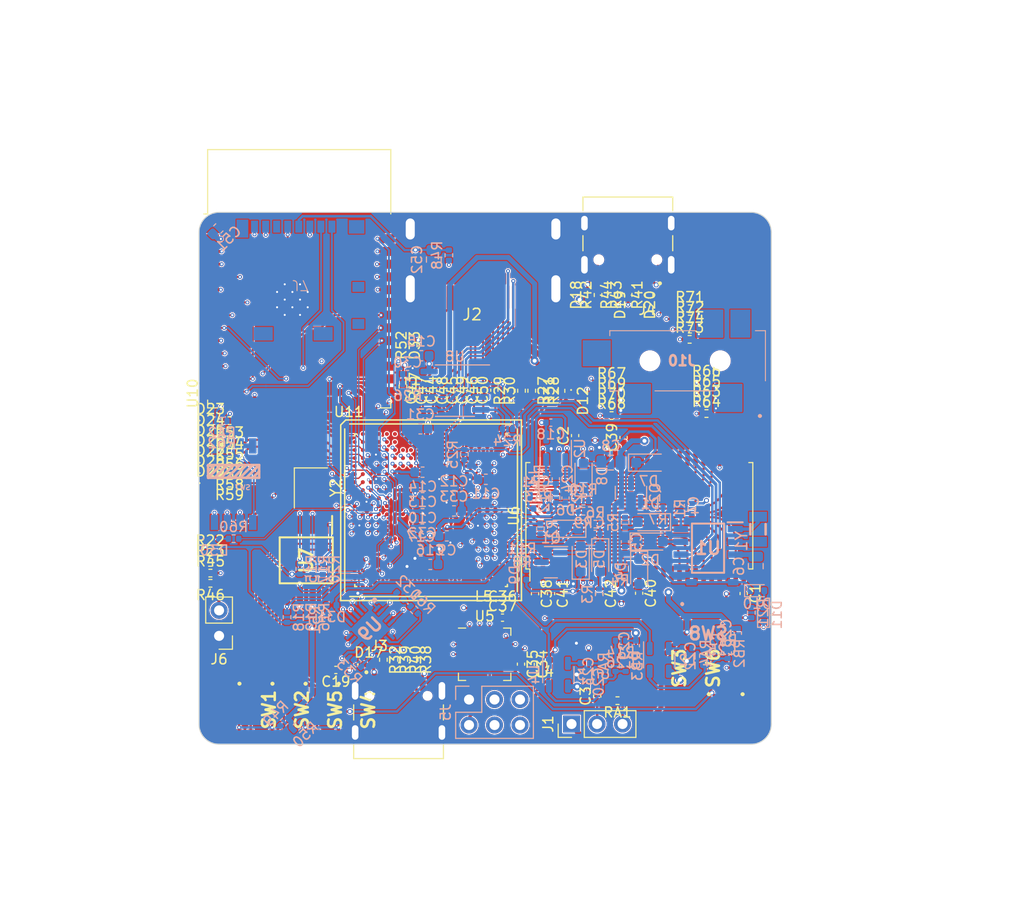
<source format=kicad_pcb>
(kicad_pcb (version 20221018) (generator pcbnew)
  (layers (0 "F.Cu" signal) (1 "In1.Cu" signal) (2 "In2.Cu" signal) (3 "In3.Cu" signal) (4 "In4.Cu" signal) (5 "In5.Cu" signal) (6 "In6.Cu" signal) (31 "B.Cu" signal) (34 "B.Paste" user) (35 "F.Paste" user) (36 "B.SilkS" user "B.Silkscreen") (37 "F.SilkS" user "F.Silkscreen") (38 "B.Mask" user) (39 "F.Mask" user) (44 "Edge.Cuts" user))
  (net 0 "")
  (net 1 "/USB/ANT_433MHz")
  (net 2 "PWRBTn")
  (net 3 "GND")
  (net 4 "/Power/OSCI_32k")
  (net 5 "/Power/OSCO_32k")
  (net 6 "2V5_3V3")
  (net 7 "/Power/RTCVDD")
  (net 8 "/Power/VBAT")
  (net 9 "/Power/SHUT")
  (net 10 "+5V")
  (net 11 "/Power/WKUP")
  (net 12 "+3V3")
  (net 13 "+1V1")
  (net 14 "+2V5")
  (net 15 "Net-(C21-Pad1)")
  (net 16 "Net-(U2-FB)")
  (net 17 "Net-(C22-Pad1)")
  (net 18 "Net-(U3-FB)")
  (net 19 "Net-(C23-Pad1)")
  (net 20 "Net-(U4-FB)")
  (net 21 "Net-(C34-Pad2)")
  (net 22 "Net-(C36-Pad2)")
  (net 23 "FPDI_D2+")
  (net 24 "/GPDI/GPDI_D2+")
  (net 25 "FPDI_D1+")
  (net 26 "/GPDI/GPDI_D1+")
  (net 27 "FPDI_D0+")
  (net 28 "/GPDI/GPDI_D0+")
  (net 29 "FPDI_CLK+")
  (net 30 "/GPDI/GPDI_CLK+")
  (net 31 "FPDI_D2-")
  (net 32 "/GPDI/GPDI_D2-")
  (net 33 "FPDI_D1-")
  (net 34 "/GPDI/GPDI_D1-")
  (net 35 "FPDI_D0-")
  (net 36 "/GPDI/GPDI_D0-")
  (net 37 "FPDI_CLK-")
  (net 38 "/GPDI/GPDI_CEC")
  (net 39 "/WIFI/SD3V3")
  (net 40 "/Power/WAKEUPn")
  (net 41 "Net-(D1-A)")
  (net 42 "SHUTDOWN")
  (net 43 "BTN_PWRn")
  (net 44 "/Power/PWREN")
  (net 45 "/Power/FTDI_nSUSPEND")
  (net 46 "/Power/WAKE")
  (net 47 "/Power/HOLD")
  (net 48 "/Flash/FPGA_PROGRAMN")
  (net 49 "USER_PROGRAMN")
  (net 50 "FPDI_HPD")
  (net 51 "USB_FPGA_PULL_D-")
  (net 52 "USB_FPGA_PULL_D+")
  (net 53 "USB5V")
  (net 54 "/USB/US2VBUS")
  (net 55 "USB_FPGA_D+")
  (net 56 "USB_FPGA_D-")
  (net 57 "/Blinkey/ALED0")
  (net 58 "/Blinkey/ALED1")
  (net 59 "/Blinkey/ALED2")
  (net 60 "/Blinkey/ALED3")
  (net 61 "/Blinkey/ALED4")
  (net 62 "/Blinkey/ALED5")
  (net 63 "/Blinkey/ALED6")
  (net 64 "/Blinkey/ALED7")
  (net 65 "Net-(D31-K)")
  (net 66 "FTDI_nSLEEP")
  (net 67 "/Blinkey/LED_TXLED")
  (net 68 "FT2V5")
  (net 69 "JTAG_TMS")
  (net 70 "/Blinkey/LED_WIFI")
  (net 71 "/GPDI/GPDI_UTIL")
  (net 72 "GPDI_SCL")
  (net 73 "GPDI_SDA")
  (net 74 "/GPDI/GPDI_HPD")
  (net 75 "USB_FTDI_D+")
  (net 76 "USB_FTDI_D-")
  (net 77 "Net-(J3-CC1)")
  (net 80 "Net-(J3-CC2)")
  (net 81 "Net-(J4-CC1)")
  (net 84 "Net-(J4-CC2)")
  (net 85 "JTAG_TDI")
  (net 86 "JTAG_TCK")
  (net 87 "JTAG_TDO")
  (net 88 "/WIFI/WIFIEN")
  (net 89 "SD_D2")
  (net 90 "SD_D3")
  (net 91 "SD_CMD")
  (net 92 "SD_CLK")
  (net 94 "SD_D0")
  (net 95 "SD_D1")
  (net 97 "GN0")
  (net 98 "GP0")
  (net 99 "GN1")
  (net 100 "GP1")
  (net 101 "GN2")
  (net 102 "GP2")
  (net 103 "GN3")
  (net 104 "GP3")
  (net 105 "GN4")
  (net 106 "GP4")
  (net 107 "GN5")
  (net 108 "GP5")
  (net 109 "GN6")
  (net 110 "GP6")
  (net 111 "GN7")
  (net 112 "GP7")
  (net 113 "GN8")
  (net 114 "GP8")
  (net 115 "GN9")
  (net 116 "GP9")
  (net 117 "GN10")
  (net 118 "GP10")
  (net 119 "GN11")
  (net 120 "GP11")
  (net 121 "GN12")
  (net 122 "GP12")
  (net 123 "GN13")
  (net 124 "GP13")
  (net 125 "GN14")
  (net 126 "GP14")
  (net 127 "GN15")
  (net 128 "GP15")
  (net 129 "GN16")
  (net 130 "GP16")
  (net 131 "GN17")
  (net 132 "GP17")
  (net 133 "GN18")
  (net 134 "GP18")
  (net 135 "GN19")
  (net 136 "GP19")
  (net 137 "GN20")
  (net 138 "GP20")
  (net 139 "GN21")
  (net 140 "GP21")
  (net 141 "GN22")
  (net 142 "GP22")
  (net 143 "GN23")
  (net 144 "GP23")
  (net 145 "GN24")
  (net 146 "GP24")
  (net 147 "GN25")
  (net 148 "GP25")
  (net 149 "GN26")
  (net 150 "GP26")
  (net 151 "GN27")
  (net 152 "GP27")
  (net 153 "/AUDIO/AUDIO_L")
  (net 154 "/AUDIO/AUDIO_R")
  (net 155 "/AUDIO/AUDIO_V")
  (net 158 "Net-(U2-SW)")
  (net 159 "Net-(U3-SW)")
  (net 160 "Net-(U4-SW)")
  (net 161 "/Power/SHD")
  (net 162 "/Power/WKn")
  (net 163 "US2_ID")
  (net 164 "/Flash/FLASH_nWP")
  (net 165 "/Flash/FLASH_nHOLD")
  (net 166 "/Flash/FLASH_MISO")
  (net 167 "/Flash/FLASH_SCK")
  (net 168 "/Flash/FLASH_nCS")
  (net 169 "/Flash/FPGA_DONE")
  (net 170 "/Flash/FPGA_INITN")
  (net 171 "FPDI_SDA")
  (net 172 "FPDI_SCL")
  (net 173 "Net-(C30-Pad2)")
  (net 174 "FPDI_CEC")
  (net 175 "FPDI_UTIL")
  (net 176 "nRESET")
  (net 177 "WIFI_EN")
  (net 178 "WIFI_GPIO0")
  (net 179 "/Blinkey/BTNPUL")
  (net 180 "/Blinkey/BTNPUR")
  (net 181 "LED0")
  (net 182 "LED1")
  (net 183 "LED2")
  (net 184 "LED3")
  (net 185 "LED4")
  (net 186 "LED5")
  (net 187 "LED6")
  (net 188 "LED7")
  (net 189 "FTDI_nTXLED")
  (net 190 "/Blinkey/SWPU")
  (net 191 "AUDIO_V0")
  (net 192 "AUDIO_V1")
  (net 193 "AUDIO_V2")
  (net 194 "AUDIO_V3")
  (net 195 "AUDIO_L0")
  (net 196 "AUDIO_L1")
  (net 197 "AUDIO_L2")
  (net 198 "AUDIO_L3")
  (net 199 "AUDIO_R0")
  (net 200 "AUDIO_R1")
  (net 201 "AUDIO_R2")
  (net 202 "AUDIO_R3")
  (net 203 "BTN_F1")
  (net 204 "BTN_F2")
  (net 205 "BTN_U")
  (net 206 "BTN_D")
  (net 207 "BTN_L")
  (net 208 "BTN_R")
  (net 209 "SW4")
  (net 210 "SW3")
  (net 211 "SW2")
  (net 212 "SW1")
  (net 214 "/RAM/ADC3V3")
  (net 215 "ADC_SCLK")
  (net 216 "ADC_CSn")
  (net 217 "ADC_MOSI")
  (net 218 "ADC_MISO")
  (net 220 "SDRAM_D0")
  (net 221 "SDRAM_D1")
  (net 222 "SDRAM_D2")
  (net 223 "SDRAM_D3")
  (net 224 "SDRAM_D4")
  (net 225 "SDRAM_D5")
  (net 226 "SDRAM_D6")
  (net 227 "SDRAM_D7")
  (net 228 "SDRAM_DQM0")
  (net 229 "SDRAM_nWE")
  (net 230 "SDRAM_nCAS")
  (net 231 "SDRAM_nRAS")
  (net 232 "SDRAM_nCS")
  (net 233 "SDRAM_BA0")
  (net 234 "SDRAM_BA1")
  (net 235 "SDRAM_A10")
  (net 236 "SDRAM_A0")
  (net 237 "SDRAM_A1")
  (net 238 "SDRAM_A2")
  (net 239 "SDRAM_A3")
  (net 240 "SDRAM_A4")
  (net 241 "SDRAM_A5")
  (net 242 "SDRAM_A6")
  (net 243 "SDRAM_A7")
  (net 244 "SDRAM_A8")
  (net 245 "SDRAM_A9")
  (net 246 "SDRAM_A11")
  (net 247 "SDRAM_A12")
  (net 248 "SDRAM_CKE")
  (net 249 "SDRAM_CLK")
  (net 250 "SDRAM_DQM1")
  (net 252 "SDRAM_D8")
  (net 253 "SDRAM_D9")
  (net 254 "SDRAM_D10")
  (net 255 "SDRAM_D11")
  (net 256 "SDRAM_D12")
  (net 257 "SDRAM_D13")
  (net 258 "SDRAM_D14")
  (net 259 "SDRAM_D15")
  (net 260 "/Flash/FLASH_MOSI")
  (net 261 "WIFI_GPIO35")
  (net 262 "WIFI_GPIO25")
  (net 263 "WIFI_GPIO26")
  (net 264 "WIFI_GPIO27")
  (net 273 "WIFI_GPIO19")
  (net 275 "WIFI_GPIO21")
  (net 276 "WIFI_RXD")
  (net 277 "WIFI_TXD")
  (net 278 "WIFI_GPIO22")
  (net 287 "CLK_25MHz")
  (net 288 "SHUT_DOWN")
  (net 289 "OLED_BL")
  (net 292 "FTDI_TXDEN")
  (net 293 "FTDI_RXD")
  (net 294 "FTDI_nRXLED")
  (net 295 "FTDI_TXD")
  (net 296 "FTDI_nRTS")
  (net 298 "FTDI_nDTR")
  (net 299 "OLED_CS")
  (net 300 "SD_CD")
  (net 301 "OLED_DC")
  (net 302 "OLED_RES")
  (net 303 "OLED_MOSI")
  (net 304 "OLED_CLK")
  (net 305 "SD_WP")
  (net 307 "/Flash/FLASH_INITN")
  (net 308 "/Flash/FLASH_PROGRAMN")
  (net 317 "/Flash/FLASH_DONE")
  (net 318 "Net-(J2-Pad14)")
  (net 319 "/USB/FTD+")
  (net 320 "/USB/FTD-")
  (net 321 "/USB/FPD+")
  (net 322 "/USB/FPD-")
  (footprint "Latice_LEF5U:Latice_LEF5U_FPGA_BGA-381" (layer "F.Cu") (at -8.8835 1.68716)
    (fp_text reference "U11")
    (fp_text value "~" hide)
  )
  (footprint "Resistor_SMD:R_0402_1005Metric" (layer "F.Cu") (at 12.827 -19.774 90)
    (fp_text reference "R41")
    (fp_text value "5.5K")
  )
  (footprint "LED_SMD:LED_0402_1005Metric" (layer "F.Cu") (at -30.861 -3.048)
    (fp_text reference "D27")
    (fp_text value "RED")
  )
  (footprint "Diode_SMD:D_0402_1005Metric" (layer "F.Cu") (at 5.06 -9.2125 -90)
    (fp_text reference "D12")
    (fp_text value "D_Zener")
  )
  (footprint "Resistor_SMD:R_0402_1005Metric" (layer "F.Cu") (at -28.956 -1.016 180)
    (fp_text reference "R59")
    (fp_text value "1K")
  )
  (footprint "Resistor_SMD:R_0402_1005Metric" (layer "F.Cu") (at 10.74 -19.774 90)
    (fp_text reference "R43")
    (fp_text value "27R")
  )
  (footprint "Resistor_SMD:R_0402_1005Metric" (layer "F.Cu") (at 0.124 -10.22284 90)
    (fp_text reference "R30")
    (fp_text value "10K")
  )
  (footprint "Resistor_SMD:R_0402_1005Metric" (layer "F.Cu") (at -28.956 -5.08 180)
    (fp_text reference "R55")
    (fp_text value "1K")
  )
  (footprint "Resistor_SMD:R_0402_1005Metric" (layer "F.Cu") (at 9.0932 -9.779)
    (fp_text reference "R69")
    (fp_text value "270R")
  )
  (footprint "Capacitor_SMD:C_0402_1005Metric" (layer "F.Cu") (at 7.86 9.99716 -90)
    (fp_text reference "C42")
    (fp_text value "2.2nF")
  )
  (footprint "Resistor_SMD:R_0402_1005Metric" (layer "F.Cu") (at -30.8878 6.8834)
    (fp_text reference "R23")
    (fp_text value "15K")
  )
  (footprint "Resistor_SMD:R_0402_1005Metric" (layer "F.Cu") (at -28.956 -2.032 180)
    (fp_text reference "R58")
    (fp_text value "1K")
  )
  (footprint "LED_SMD:LED_0402_1005Metric" (layer "F.Cu") (at -11.687383 -14.730066 -90)
    (fp_text reference "D33")
    (fp_text value "BLUE")
  )
  (footprint "Resistor_SMD:R_0402_1005Metric" (layer "F.Cu") (at -0.89 -10.22284 90)
    (fp_text reference "R29")
    (fp_text value "550")
  )
  (footprint "Resistor_SMD:R_0402_1005Metric" (layer "F.Cu") (at 9.0932 -10.795)
    (fp_text reference "R67")
    (fp_text value "1.1k")
  )
  (footprint "RF_Module:ESP32-WROOM-32" (layer "F.Cu") (at -22.017 -18.393)
    (fp_text reference "U10")
    (fp_text value "ESP32-WROOM-32")
  )
  (footprint "Resistor_SMD:R_0402_1005Metric" (layer "F.Cu") (at 9.68 20.66 180)
    (fp_text reference "RA1")
    (fp_text value "0R")
  )
  (footprint "IS25LP128F-JBLE:Flash_IS25LP128F" (layer "F.Cu") (at -21.32 6.67716 -90)
    (fp_text reference "U7")
    (fp_text value "IS25LP128F-JBLE" hide)
  )
  (footprint "Inductor_SMD:L_0402_1005Metric" (layer "F.Cu") (at 2.47 16.60716 180)
    (fp_text reference "L4")
    (fp_text value "33uH")
  )
  (footprint "Switch Tactic:PTS810SJG250SMTRLFS" (layer "F.Cu") (at -22.479001 21.971 -90)
    (fp_text reference "SW5")
    (fp_text value " " hide)
  )
  (footprint "HDMI:HDMI-019S" (layer "F.Cu") (at -3.7084 -22.9442 180)
    (fp_text reference "J2")
    (fp_text value "2013978-1" hide)
  )
  (footprint "Resistor_SMD:R_0402_1005Metric" (layer "F.Cu") (at -13.634325 16.586318 -90)
    (fp_text reference "R32")
    (fp_text value "5.5K")
  )
  (footprint "Capacitor_SMD:C_0402_1005Metric" (layer "F.Cu") (at 10.287 -5.5626 90)
    (fp_text reference "C39")
    (fp_text value "2.2nF")
  )
  (footprint "LED_SMD:LED_0402_1005Metric" (layer "F.Cu") (at -30.861 -6.096)
    (fp_text reference "D24")
    (fp_text value "ORANGE")
  )
  (footprint "Resistor_SMD:R_0402_1005Metric" (layer "F.Cu") (at 16.891 -18.3896)
    (fp_text reference "R71")
    (fp_text value "1.1k")
  )
  (footprint "Capacitor_SMD:C_0402_1005Metric" (layer "F.Cu") (at 11.8364 9.9568 -90)
    (fp_text reference "C40")
    (fp_text value "2.2nF")
  )
  (footprint "Package_SO:TSOP-II-54_22.2x10.16mm_P0.8mm" (layer "F.Cu") (at 11.8565 2.23716 90)
    (fp_text reference "U6")
    (fp_text value "MT48LC16M16A2TG")
  )
  (footprint "Resistor_SMD:R_0402_1005Metric" (layer "F.Cu") (at 7.747 -19.7612 90)
    (fp_text reference "R42")
    (fp_text value "5.5K")
  )
  (footprint "Capacitor_SMD:C_0402_1005Metric" (layer "F.Cu") (at -3.599 -10.27784 90)
    (fp_text reference "C46")
    (fp_text value "22nF")
  )
  (footprint "Capacitor_SMD:C_0402_1005Metric" (layer "F.Cu") (at -2.583 -10.27784 90)
    (fp_text reference "C50")
    (fp_text value "22nF")
  )
  (footprint "Capacitor_SMD:C_0402_1005Metric" (layer "F.Cu") (at -1.77 12.38716)
    (fp_text reference "C37")
    (fp_text value "2.2uF")
  )
  (footprint "Resistor_SMD:R_0402_1005Metric" (layer "F.Cu") (at 18.542 -8.9662)
    (fp_text reference "R63")
    (fp_text value "1.1k")
  )
  (footprint "Resistor_SMD:R_0402_1005Metric" (layer "F.Cu") (at -30.861 8.9662 180)
    (fp_text reference "R46")
    (fp_text value "550R")
  )
  (footprint "Resistor_SMD:R_0402_1005Metric" (layer "F.Cu") (at 2.156 -10.22284 -90)
    (fp_text reference "R28")
    (fp_text value "4.7K")
  )
  (footprint "Switch Tactic:PTS810SJG250SMTRLFS" (layer "F.Cu") (at -25.781 21.971 -90)
    (fp_text reference "SW2")
    (fp_text value " " hide)
  )
  (footprint "LED_SMD:LED_0402_1005Metric" (layer "F.Cu") (at -30.861 -5.08)
    (fp_text reference "D25")
    (fp_text value "GREEN")
  )
  (footprint "Resistor_SMD:R_0402_1005Metric" (layer "F.Cu") (at 16.891 -16.3576)
    (fp_text reference "R74")
    (fp_text value "130R")
  )
  (footprint "Resistor_SMD:R_0402_1005Metric" (layer "F.Cu") (at 16.891 -17.3736)
    (fp_text reference "R72")
    (fp_text value "550R")
  )
  (footprint "Diode_SMD:D_0402_1005Metric" (layer "F.Cu") (at 8.763 -18.7801 -90)
    (fp_text reference "D19")
    (fp_text value "NAME")
  )
  (footprint "Connector_PinHeader_2.54mm:PinHeader_1x02_P2.54mm_Vertical" (layer "F.Cu") (at -29.9974 14.2036 180)
    (fp_text reference "J6")
    (fp_text value "WIFI_OFF")
  )
  (footprint "Resistor_SMD:R_0402_1005Metric" (layer "F.Cu") (at -28.956 -3.048 180)
    (fp_text reference "R57")
    (fp_text value "1K")
  )
  (footprint "Resistor_SMD:R_0402_1005Metric" (layer "F.Cu") (at -28.956 -6.096 180)
    (fp_text reference "R54")
    (fp_text value "1K")
  )
  (footprint "Diode_SMD:D_0402_1005Metric" (layer "F.Cu") (at 11.73933 -18.781283 -90)
    (fp_text reference "D20")
    (fp_text value "NAME")
  )
  (footprint "Resistor_SMD:R_0402_1005Metric" (layer "F.Cu") (at 4.0544 -10.21514 90)
    (fp_text reference "R31")
    (fp_text value "550")
  )
  (footprint "Resistor_SMD:R_0402_1005Metric" (layer "F.Cu") (at 18.542 -11.0236)
    (fp_text reference "R66")
    (fp_text value "130R")
  )
  (footprint "Capacitor_SMD:C_0402_1005Metric" (layer "F.Cu") (at -7.663 -10.27784 90)
    (fp_text reference "C44")
    (fp_text value "22nF")
  )
  (footprint "Capacitor_SMD:C_0402_1005Metric" (layer "F.Cu") (at -4.615 -10.27784 90)
    (fp_text reference "C49")
    (fp_text value "22nF")
  )
  (footprint "Capacitor_SMD:C_0402_1005Metric" (layer "F.Cu") (at 1.034573 17.038495 -90)
    (fp_text reference "C34")
    (fp_text value "2.2uF")
  )
  (footprint "Resistor_SMD:R_0402_1005Metric" (layer "F.Cu") (at -30.8864 5.8674)
    (fp_text reference "R22")
    (fp_text value "15K")
  )
  (footprint "LED_SMD:LED_0402_1005Metric" (layer "F.Cu") (at -30.861 -7.239)
    (fp_text reference "D23")
    (fp_text value "RED")
  )
  (footprint "Resistor_SMD:R_0402_1005Metric" (layer "F.Cu") (at -30.861 7.9502)
    (fp_text reference "R45")
    (fp_text value "15k")
  )
  (footprint "Resistor_SMD:R_0402_1005Metric" (layer "F.Cu") (at -12.584325 16.586318 -90)
    (fp_text reference "R39")
    (fp_text value "27R")
  )
  (footprint "Capacitor_SMD:C_0402_1005Metric" (layer "F.Cu") (at -18.37 17.6 180)
    (fp_text reference "C19")
    (fp_text value "22uF")
  )
  (footprint "Resistor_SMD:R_0402_1005Metric" (layer "F.Cu") (at -28.956 -4.064 180)
    (fp_text reference "R56")
    (fp_text value "1K")
  )
  (footprint "Resistor_SMD:R_0402_1005Metric" (layer "F.Cu") (at 18.542 -7.9502)
    (fp_text reference "R64")
    (fp_text value "550R")
  )
  (footprint "Resistor_SMD:R_0402_1005Metric" (layer "F.Cu") (at -10.668 -14.754903 90)
    (fp_text reference "R52")
    (fp_text value "1k")
  )
  (footprint "Type_C:KINGHELM_KH-TYPE-C-16P" (layer "F.Cu") (at 10.71 -26.924 180)
    (fp_text reference "J4")
    (fp_text value "KH-TYPE-C-16P")
  )
  (footprint "Switch Tactic:PTS810SJG250SMTRLFS" (layer "F.Cu") (at -19.177 21.971 -90)
    (fp_text reference "SW4")
    (fp_text value " " hide)
  )
  (footprint "Capacitor_SMD:C_0402_1005Metric" (layer "F.Cu") (at -9.695 -10.27784 90)
    (fp_text reference "C43")
    (fp_text value "22nF")
  )
  (footprint "Inductor_SMD:L_0402_1005Metric" (layer "F.Cu") (at -3.65 11.43716)
    (fp_text reference "L5")
    (fp_text value "33uH")
  )
  (footprint "Resistor_SMD:R_0402_1005Metric" (layer "F.Cu") (at -11.604325 16.586318 -90)
    (fp_text reference "R40")
    (fp_text value "27R")
  )
  (footprint "Capacitor_SMD:C_0402_1005Metric" (layer "F.Cu") (at -8.679 -10.24984 90)
    (fp_text reference "C47")
    (fp_text value "22nF")
  )
  (footprint "Capacitor_SMD:C_0402_1005Metric" (layer "F.Cu") (at 1.47 10.00716 -90)
    (fp_text reference "C38")
    (fp_text value "2.2uF")
  )
  (footprint "Resistor_SMD:R_0402_1005Metric" (layer "F.Cu") (at 9.0932 -7.747)
    (fp_text reference "R68")
    (fp_text value "550R")
  )
  (footprint "Crystal:Crystal_SMD_3225-4Pin_3.2x2.5mm" (layer "F.Cu") (at -20.8534 -0.5334 -90)
    (fp_text reference "Y2")
    (fp_text value "Crystal")
  )
  (footprint "Capacitor_SMD:C_0402_1005Metric" (layer "F.Cu") (at 0.070406 17.021525 -90)
    (fp_text reference "C35")
    (fp_text value "2.2uF")
  )
  (footprint "LED_SMD:LED_0402_1005Metric" (layer "F.Cu") (at -30.861 -2.032)
    (fp_text reference "D28")
    (fp_text value "ORANGE")
  )
  (footprint "Capacitor_SMD:C_0402_1005Metric" (layer "F.Cu") (at -6.585 -10.24784 90)
    (fp_text reference "C48")
    (fp_text value "22nF")
  )
  (footprint "Resistor_SMD:R_0402_1005Metric" (layer "F.Cu") (at -28.956 -7.239 180)
    (fp_text reference "R53")
    (fp_text value "1K")
  )
  (footprint "Resistor_SMD:R_0402_1005Metric" (layer "F.Cu") (at 16.8656 -15.3416)
    (fp_text reference "R73")
    (fp_text value "270R")
  )
  (footprint "Resistor_SMD:R_0402_1005Metric" (layer "F.Cu") (at 9.0932 -8.763)
    (fp_text reference "R70")
    (fp_text value "130R")
  )
  (footprint "Switch Tactic:PTS810SJG250SMTRLFS" (layer "F.Cu") (at -29.068046 21.965084 -90)
    (fp_text reference "SW1")
    (fp_text value " " hide)
  )
  (footprint "Capacitor_SMD:C_0402_1005Metric" (layer "F.Cu") (at 5.46 -5.75284 90)
    (fp_text reference "C2")
    (fp_text value "2.2nF")
  )
  (footprint "Type_C:KINGHELM_KH-TYPE-C-16P" (layer "F.Cu") (at -12.124325 23.831318)
    (fp_text reference "J3")
    (fp_text value "KH-TYPE-C-16P")
  )
  (footprint "LED_SMD:LED_0402_1005Metric" (layer "F.Cu") (at -30.861 -1.016)
    (fp_text reference "D29")
    (fp_text value "GREEN")
  )
  (footprint "Diode_SMD:D_0402_1005Metric" (layer "F.Cu") (at -15.084325 17.026318)
    (fp_text reference "D17")
    (fp_text value " Name")
  )
  (footprint "Capacitor_SMD:C_0402_1005Metric" (layer "F.Cu") (at 22.25 9.98716 -90)
    (fp_text reference "C1")
    (fp_text value "2.2nF")
  )
  (footprint "Switch Tactic:PTS810SJG250SMTRLFS" (layer "F.Cu") (at 19.88 17.018 90)
    (fp_text reference "SW3")
    (fp_text value " " hide)
  )
  (footprint "Resistor_SMD:R_0402_1005Metric" (layer "F.Cu") (at -10.564325 16.586318 -90)
    (fp_text reference "R38")
    (fp_text value "5.5K")
  )
  (footprint "Capacitor_SMD:C_0402_1005Metric" (layer "F.Cu") (at -1.77 11.43716)
    (fp_text reference "C36")
    (fp_text value "2.2uF")
  )
  (footprint "Capacitor_SMD:C_0402_1005Metric" (layer "F.Cu") (at 3.06 9.99716 -90)
    (fp_text reference "C41")
    (fp_text value "2.2nF")
  )
  (footprint "Connector_PinHeader_2.54mm:PinHeader_1x03_P2.54mm_Vertical" (layer "F.Cu") (at 5.1046 22.987 90)
    (fp_text reference "J1")
    (fp_text value " ")
  )
  (footprint "Capacitor_SMD:C_0402_1005Metric" (layer "F.Cu") (at 7.66 20.2 90)
    (fp_text reference "C3")
    (fp_text value "2.2uF")
  )
  (footprint "Switch Tactic:PTS810SJG250SMTRLFS" (layer "F.Cu") (at 23.241 17.018 90)
    (fp_text reference "SW6")
    (fp_text value " " hide)
  )
  (footprint "Resistor_SMD:R_0402_1005Metric" (layer "F.Cu") (at 9.75 -19.774 90)
    (fp_text reference "R44")
    (fp_text value "27R")
  )
  (footprint "Package_DFN_QFN:TQFN-28-1EP_5x5mm_P0.5mm_EP3.25x3.25mm" (layer "F.Cu") (at -3.54988 16.03716)
    (fp_text reference "U5")
    (fp_text value "MAX11125xTI")
  )
  (footprint "Capacitor_SMD:C_0402_1005Metric" (layer "F.Cu") (at -5.595 -10.25784 90)
    (fp_text reference "C45")
    (fp_text value "22nF")
  )
  (footprint "Resistor_SMD:R_0402_1005Metric" (layer "F.Cu") (at 1.14 -10.22284 -90)
    (fp_text reference "R27")
    (fp_text value "4.7K")
  )
  (footprint "Diode_SMD:D_0402_1005Metric" (layer "F.Cu") (at 6.727729 -19.770902 90)
    (fp_text reference "D18")
    (fp_text value " Name")
  )
  (footprint "Resistor_SMD:R_0402_1005Metric" (layer "F.Cu") (at 18.542 -9.9822)
    (fp_text reference "R65")
    (fp_text value "270R")
  )
  (footprint "Resistor_SMD:R_0402_1005Metric" (layer "F.Cu") (at -11.684 -10.6426 -90)
    (fp_text reference "R47")
    (fp_text value "15k")
  )
  (footprint "LED_SMD:LED_0402_1005Metric" (layer "F.Cu") (at -30.861 -4.064)
    (fp_text reference "D26")
    (fp_text value "BLUE")
  )
  (footprint "Resistor_SMD:R_0402_1005Metric" (layer "B.Cu") (at -16.2052 16.9418 -45)
    (fp_text reference "R33")
    (fp_text value "15k")
  )
  (footprint "Resistor_SMD:R_0402_1005Metric" (layer "B.Cu") (at 7.86 10.05 -90)
    (fp_text reference "R3")
    (fp_text value "15k")
  )
  (footprint "Resistor_SMD:R_0402_1005Metric" (layer "B.Cu") (at -20.72 7.57 90)
    (fp_text reference "R17")
    (fp_text value "10K")
  )
  (footprint "Capacitor_SMD:C_0603_1608Metric" (layer "B.Cu") (at 1.57 0.266049 180)
    (fp_text reference "C21")
    (fp_text value "100pF")
  )
  (footprint "Inductor_SMD:L_0402_1005Metric" (layer "B.Cu") (at 2.57 -1.43395 -90)
    (fp_text reference "L1")
    (fp_text value "22.uH")
  )
  (footprint "Diode_SMD:D_SOD-323_HandSoldering" (layer "B.Cu") (at 4.5212 3.5306 180)
    (fp_text reference "D6")
    (fp_text value "BAT54W")
  )
  (footprint "Capacitor_SMD:C_0402_1005Metric" (layer "B.Cu") (at 21.668202 13.947198 -90)
    (fp_text reference "C28")
    (fp_text value "22uF")
  )
  (footprint "Diode_SMD:D_SOD-323_HandSoldering" (layer "B.Cu") (at 12.79 -3.06)
    (fp_text reference "D7")
    (fp_text value "1N914")
  )
  (footprint "Resistor_SMD:R_0402_1005Metric" (layer "B.Cu") (at 7.49 3.06716 180)
    (fp_text reference "R6")
    (fp_text value "2.2M")
  )
  (footprint "Resistor_SMD:R_0402_1005Metric" (layer "B.Cu") (at 13.7025 1.41716)
    (fp_text reference "R7")
    (fp_text value "1.1k")
  )
  (footprint "Resistor_SMD:R_0402_1005Metric" (layer "B.Cu") (at 0.1778 5.6896)
    (fp_text reference "R8")
    (fp_text value "1.1k")
  )
  (footprint "Resistor_SMD:R_0402_1005Metric" (layer "B.Cu") (at -23.23 12.34 90)
    (fp_text reference "R18")
    (fp_text value "10K")
  )
  (footprint "4P_Switch:Switch_4P" (layer "B.Cu") (at -28.5496 -0.9144)
    (fp_text reference "SW7")
    (fp_text value "SW_DIP_x04" hide)
  )
  (footprint "Resistor_SMD:R_0402_1005Metric" (layer "B.Cu") (at 9.9842 14.6812)
    (fp_text reference "R14")
    (fp_text value "0R")
  )
  (footprint "Diode_SMD:D_SOD-523" (layer "B.Cu") (at 24.2316 12.0904 90)
    (fp_text reference "D11")
    (fp_text value "IN914")
  )
  (footprint "Capacitor_SMD:C_0603_1608Metric" (layer "B.Cu") (at 15.8325 1.23716 90)
    (fp_text reference "C4")
    (fp_text value "22uF")
  )
  (footprint "Inductor_SMD:L_0402_1005Metric" (layer "B.Cu") (at 6.477795 16.935672)
    (fp_text reference "L3")
    (fp_text value "22.uH")
  )
  (footprint "Resistor_SMD:R_0402_1005Metric" (layer "B.Cu") (at -20.7 12.32 90)
    (fp_text reference "R16")
    (fp_text value "10K")
  )
  (footprint "Resistor_SMD:R_0402_1005Metric" (layer "B.Cu") (at -28.5496 4.5212 180)
    (fp_text reference "R60")
    (fp_text value "1K")
  )
  (footprint "Diode_SMD:D_SOD-323_HandSoldering" (layer "B.Cu") (at 12.9425 4.80716)
    (fp_text reference "D2")
    (fp_text value "1N914")
  )
  (footprint "Capacitor_SMD:C_0603_1608Metric" (layer "B.Cu") (at -9.7282 -0.5842)
    (fp_text reference "C13")
    (fp_text value "22nF")
  )
  (footprint "Switch Tactic:PTS810SJG250SMTRLFS" (layer "B.Cu") (at 19.1262 9.9314)
    (fp_text reference "SW8")
    (fp_text value " " hide)
  )
  (footprint "Package_TO_SOT_SMD:SOT-23-5" (layer "B.Cu") (at 3.53 -4.48034 90)
    (fp_text reference "U2")
    (fp_text value "TLV62569DBV")
  )
  (footprint "Diode_SMD:D_SOD-523" (layer "B.Cu") (at 23.5966 9.7028)
    (fp_text reference "D10")
    (fp_text value "1N914")
  )
  (footprint "Diode_SMD:D_SOD-323_HandSoldering" (layer "B.Cu") (at 6.3 -1.74284 90)
    (fp_text reference "D8")
    (fp_text value "1N914")
  )
  (footprint "Capacitor_SMD:C_0603_1608Metric" (layer "B.Cu") (at -9.9568 -6.4262 180)
    (fp_text reference "C31")
    (fp_text value "22nF")
  )
  (footprint "Capacitor_SMD:C_0603_1608Metric" (layer "B.Cu") (at -9.855712 -13.711102 180)
    (fp_text reference "C15")
    (fp_text value "22nF")
  )
  (footprint "Resistor_SMD:R_0402_1005Metric" (layer "B.Cu") (at -1.27 -6.4008)
    (fp_text reference "R24")
    (fp_text value "3.3K")
  )
  (footprint "Capacitor_SMD:C_0402_1005Metric" (layer "B.Cu") (at 3.54 -1.443951 90)
    (fp_text reference "C24")
    (fp_text value "22uF")
  )
  (footprint "Resistor_SMD:R_0402_1005Metric" (layer "B.Cu") (at -22.225 23.2156 45)
    (fp_text reference "R50")
    (fp_text value "130R")
  )
  (footprint "Capacitor_SMD:C_0402_1005Metric" (layer "B.Cu") (at 6.64 18.78 90)
    (fp_text reference "C20")
    (fp_text value "22uF")
  )
  (footprint "Resistor_SMD:R_0402_1005Metric" (layer "B.Cu") (at 23.0124 11.8872 90)
    (fp_text reference "R21")
    (fp_text value "15K")
  )
  (footprint "Capacitor_SMD:C_0603_1608Metric" (layer "B.Cu") (at -9.7536 2.54)
    (fp_text reference "C32")
    (fp_text value "22nF")
  )
  (footprint "LED_SMD:LED_0402_1005Metric" (layer "B.Cu") (at -18.796 11.1506)
    (fp_text reference "D31")
    (fp_text value "BLUE")
  )
  (footprint "Resonator:Resonator_Q13FC" (layer "B.Cu") (at 23.6725 3.57716 -90)
    (fp_text reference "Y1")
    (fp_text value "32768Hz" hide)
  )
  (footprint "Diode_SMD:D_SOD-323_HandSoldering" (layer "B.Cu") (at 7.96 6.53716 -90)
    (fp_text reference "D3")
    (fp_text value "BAT54W")
  )
  (footprint "Capacitor_SMD:C_0402_1005Metric" (layer "B.Cu") (at 9.984201 15.697199)
    (fp_text reference "C26")
    (fp_text value "22uF")
  )
  (footprint "Capacitor_SMD:C_0402_1005Metric" (layer "B.Cu") (at -11.2268 -11.8872 180)
    (fp_text reference "C30")
    (fp_text value "100nF")
  )
  (footprint "Resistor_SMD:R_0402_1005Metric" (layer "B.Cu") (at 20.184707 13.468684)
    (fp_text reference "R13")
    (fp_text value "0R")
  )
  (footprint "Resistor_SMD:R_0402_1005Metric" (layer "B.Cu") (at -23.5204 22.7838 -135)
    (fp_text reference "R49")
    (fp_text value "130R")
  )
  (footprint "Resistor_SMD:R_0402_1005Metric" (layer "B.Cu") (at -19.67 7.57 90)
    (fp_text reference "R20")
    (fp_text value "4.7K")
  )
  (footprint "FT231XQ:FT231XQ" (layer "B.Cu") (at -14.95 13.54716 -135)
    (fp_text reference "U9")
    (fp_text value "FT231XQ" hide)
  )
  (footprint "Resistor_SMD:R_0402_1005Metric" (layer "B.Cu") (at 0.1758 6.6802 180)
    (fp_text reference "R11")
    (fp_text value "4.7K")
  )
  (footprint "Capacitor_SMD:C_0402_1005Metric" (layer "B.Cu") (at 7.45 4.03716 180)
    (fp_text reference "C7")
    (fp_text value "220nF")
  )
  (footprint "Capacitor_SMD:C_0402_1005Metric" (layer "B.Cu") (at 10.42 4.83 90)
    (fp_text reference "C5")
    (fp_text value "220nF")
  )
  (footprint "SD Card:1040310811" (layer "B.Cu") (at -21.902 -21.237)
    (fp_text reference "J7")
    (fp_text value "Micro_SD_Card" hide)
  )
  (footprint "Diode_SMD:D_SOD-323_HandSoldering" (layer "B.Cu") (at 6.02 6.54466 90)
    (fp_text reference "D5")
    (fp_text value "1N914")
  )
  (footprint "Resistor_SMD:R_0402_1005Metric" (layer "B.Cu") (at -7.112 -23.7236 -90)
    (fp_text reference "R48")
    (fp_text value "1R")
  )
  (footprint "Audio Jack:SJ43516SMTTR" (layer "B.Cu") (at 16.764 -13.208 180)
    (fp_text reference "J10")
    (fp_text value " " hide)
  )
  (footprint "Resistor_SMD:R_0402_1005Metric" (layer "B.Cu") (at 10.492202 17.221198 90)
    (fp_text reference "RB3")
    (fp_text value "4.7K")
  )
  (footprint "MCP7940NT:MCP794NT" (layer "B.Cu") (at 18.696499 5.465161 180)
    (fp_text reference "U1")
    (fp_text value "MCP7940NT" hide)
  )
  (footprint "Resistor_SMD:R_0402_1005Metric" (layer "B.Cu") (at 17.082501 1.50716 -90)
    (fp_text reference "R1")
    (fp_text value "550R")
  )
  (footprint "Capacitor_SMD:C_0402_1005Metric" (layer "B.Cu") (at 11.508203 15.189199 -90)
    (fp_text reference "C29")
    (fp_text value "22uF")
  )
  (footprint "Capacitor_SMD:C_0805_2012Metric" (layer "B.Cu") (at -8.6106 -23.2918 -90)
    (fp_text reference "C52")
    (fp_text value "22uF")
  )
  (footprint "Capacitor_SMD:C_0603_1608Metric" (layer "B.Cu") (at -9.7282 -2.1082)
    (fp_text reference "C14")
    (fp_text value "22nF")
  )
  (footprint "Resistor_SMD:R_0402_1005Metric" (layer "B.Cu") (at 19.636202 15.951198 -90)
    (fp_text reference "RA4")
    (fp_text value "15K")
  )
  (footprint "Capacitor_SMD:C_0603_1608Metric" (layer "B.Cu") (at -6.604 1.7526 180)
    (fp_text reference "C33")
    (fp_text value "22nF")
  )
  (footprint "Capacitor_SMD:C_0603_1608Metric" (layer "B.Cu") (at -9.7282 1.016)
    (fp_text reference "C10")
    (fp_text value "22nF")
  )
  (footprint "Resistor_SMD:R_0402_1005Metric" (layer "B.Cu") (at -29.718 -6.1722)
    (fp_text reference "R62")
    (fp_text value "130R")
  )
  (footprint "Capacitor_SMD:C_0603_1608Metric" (layer "B.Cu") (at -8.9662 7.0866 180)
    (fp_text reference "C16")
    (fp_text value "22nF")
  )
  (footprint "Capacitor_SMD:C_0805_2012Metric" (layer "B.Cu") (at 9.02 -3.06 180)
    (fp_text reference "C8")
    (fp_text value "2.2uF")
  )
  (footprint "LED_SMD:LED_0402_1005Metric" (layer "B.Cu") (at -11.9634 10.2362 135)
    (fp_text reference "D32")
    (fp_text value "BLUE")
  )
  (footprint "Capacitor_SMD:C_0603_1608Metric" (layer "B.Cu") (at -6.604 0.2286 180)
    (fp_text reference "C12")
    (fp_text value "22nF")
  )
  (footprint "Diode_SMD:D_SOD-323_HandSoldering" (layer "B.Cu") (at 12.95 2.87716 180)
    (fp_text reference "D1")
    (fp_text value "1N914")
  )
  (footprint "Capacitor_SMD:C_0603_1608Metric" (layer "B.Cu") (at 8.206202 17.7292 -90)
    (fp_text reference "C23")
    (fp_text value "100pF")
  )
  (footprint "Resistor_SMD:R_0402_1005Metric" (layer "B.Cu") (at -21.96 7.54 90)
    (fp_text reference "R15")
    (fp_text value "10K")
  )
  (footprint "LED_SMD:LED_0402_1005Metric" (layer "B.Cu") (at 0.6096 8.1185 -90)
    (fp_text reference "D9")
    (fp_text value "RED")
  )
  (footprint "Resistor_SMD:R_0402_1005Metric" (layer "B.Cu") (at 20.652202 15.951199 90)
    (fp_text reference "RB2")
    (fp_text value "4.7K")
  )
  (footprint "Capacitor_SMD:C_0402_1005Metric" (layer "B.Cu") (at 3.04 -7.043952)
    (fp_text reference "C18")
    (fp_text value "22uF")
  )
  (footprint "Resistor_SMD:R_0402_1005Metric" (layer "B.Cu") (at 2.0066 3.5306 90)
    (fp_text reference "R2")
    (fp_text value "130R")
  )
  (footprint "Diode_SMD:D_SOD-323_HandSoldering" (layer "B.Cu") (at 11.84 7.78716 -90)
    (fp_text reference "D4")
    (fp_text value "1N914")
  )
  (footprint "Connector_PinHeader_2.54mm:PinHeader_2x03_P2.54mm_Vertical" (layer "B.Cu") (at -5.1054 20.5486 -90)
    (fp_text reference "J5")
    (fp_text value " ")
  )
  (footprint "Capacitor_SMD:C_0805_2012Metric" (layer "B.Cu") (at 23.4525 7.25716 -90)
    (fp_text reference "C6")
    (fp_text value "22uF")
  )
  (footprint "Package_SO:SO-8_3.9x4.9mm_P1.27mm" (layer "B.Cu") (at -6.51 -10.23284 180)
    (fp_text reference "U8")
    (fp_text value "PCA9306D")
  )
  (footprint "Resistor_SMD:R_0402_1005Metric" (layer "B.Cu") (at 10.44 2.9 -90)
    (fp_text reference "R5")
    (fp_text value "1.1k")
  )
  (footprint "Package_TO_SOT_SMD:SOT-23" (layer "B.Cu") (at 3.048 6.86316 180)
    (fp_text reference "Q1")
    (fp_text value "2N7002")
  )
  (footprint "Resistor_SMD:R_0402_1005Metric" (layer "B.Cu") (at 9.476201 17.221199 -90)
    (fp_text reference "RA5")
    (fp_text value "15K")
  )
  (footprint "Resistor_SMD:R_0402_1005Metric" (layer "B.Cu") (at -10.5664 11.6078 135)
    (fp_text reference "R61")
    (fp_text value "1k")
  )
  (footprint "Resistor_SMD:R_0402_1005Metric" (layer "B.Cu") (at -19.2786 12.6238 -90)
    (fp_text reference "R51")
    (fp_text value "1k")
  )
  (footprint "Resistor_SMD:R_0402_1005Metric" (layer "B.Cu") (at 6.2738 1.78316)
    (fp_text reference "R9")
    (fp_text value "18k")
  )
  (footprint "Resistor_SMD:R_0402_1005Metric" (layer "B.Cu") (at 1.839999 1.51605 180)
    (fp_text reference "RA3")
    (fp_text value "15K")
  )
  (footprint "Resistor_SMD:R_0402_1005Metric" (layer "B.Cu") (at -11.2014 -10.8966)
    (fp_text reference "R26")
    (fp_text value "100K")
  )
  (footprint "Resistor_SMD:R_0402_1005Metric" (layer "B.Cu") (at 3.55 0.44716 -90)
    (fp_text reference "R12")
    (fp_text value "0R")
  )
  (footprint "Resistor_SMD:R_0402_1005Metric" (layer "B.Cu") (at 9.92 7.50716)
    (fp_text reference "R4")
    (fp_text value "4.7k")
  )
  (footprint "Capacitor_SMD:C_0402_1005Metric" (layer "B.Cu") (at 20.10578 14.444801)
    (fp_text reference "C25")
    (fp_text value "22uF")
  )
  (footprint "Resistor_SMD:R_0402_1005Metric" (layer "B.Cu") (at 0.77 -1.44395 90)
    (fp_text reference "RB1")
    (fp_text value "18K")
  )
  (footprint "Resistor_SMD:R_0402_1005Metric" (layer "B.Cu") (at -21.97 12.31 90)
    (fp_text reference "R19")
    (fp_text value "1K")
  )
  (footprint "Capacitor_SMD:C_0603_1608Metric" (layer "B.Cu") (at -9.906 5.7404 180)
    (fp_text reference "C17")
    (fp_text value "22nF")
  )
  (footprint "LED_SMD:LED_0402_1005Metric" (layer "B.Cu") (at -30.48 4.5212)
    (fp_text reference "D30")
    (fp_text value "BLUE")
  )
  (footprint "Resistor_SMD:R_0402_1005Metric" (layer "B.Cu") (at -29.718 -7.1882)
    (fp_text reference "RA2")
    (fp_text value "0R")
  )
  (footprint "Capacitor_SMD:C_0603_1608Metric" (layer "B.Cu") (at -7.3152 4.2418)
    (fp_text reference "C9")
    (fp_text value "22nF")
  )
  (footprint "Capacitor_SMD:C_0603_1608Metric" (layer "B.Cu") (at 18.366203 16.205198 -90)
    (fp_text reference "C22")
    (fp_text value "100pF")
  )
  (footprint "Capacitor_SMD:C_0603_1608Metric" (layer "B.Cu") (at -3.429 -1.397)
    (fp_text reference "C11")
    (fp_text value "22nF")
  )
  (footprint "Capacitor_SMD:C_0402_1005Metric" (layer "B.Cu") (at 4.5 0.46716 90)
    (fp_text reference "C27")
    (fp_text value "22uF")
  )
  (footprint "Package_TO_SOT_SMD:SOT-23" (layer "B.Cu") (at 11.0225 -0.05284 90)
    (fp_text reference "Q2")
    (fp_text value "BC857")
  )
  (footprint "Package_TO_SOT_SMD:SOT-23-5" (layer "B.Cu") (at 13.837512 16.59588 -90)
    (fp_text reference "U3")
    (fp_text value "TLV62569DBV")
  )
  (footprint "Resistor_SMD:R_0402_1005Metric" (layer "B.Cu") (at 6.28 0.77716 180)
    (fp_text reference "R10")
    (fp_text value "4.7K")
  )
  (footprint "Inductor_SMD:L_0402_1005Metric" (layer "B.Cu") (at 16.643408 15.435781)
    (fp_text reference "L2")
    (fp_text value "22.uH")
  )
  (footprint "Resistor_SMD:R_0402_1005Metric" (layer "B.Cu") (at -5.57 -3.86 -90)
    (fp_text reference "R25")
    (fp_text value "3.3K")
  )
  (footprint "Capacitor_SMD:C_0603_1608Metric" (layer "B.Cu") (at -30.07 -26.4 45)
    (fp_text reference "C51")
    (fp_text value "C_Small")
  )
  (footprint "Package_TO_SOT_SMD:SOT-23-5" (layer "B.Cu") (at 3.789693 18.069257 -90)
    (fp_text reference "U4")
    (fp_text value "TLV62569DBV")
  )
  (gr_arc (start 23 -28) (mid 24.414214 -27.414214) (end 25 -26) (stroke (width 0.1)) (layer "Edge.Cuts"))
  (gr_arc (start -32 -26) (mid -31.414214 -27.414214) (end -30 -28) (stroke (width 0.1)) (layer "Edge.Cuts"))
  (gr_arc (start -30 25) (mid -31.414214 24.414214) (end -32 23) (stroke (width 0.1)) (layer "Edge.Cuts"))
  (gr_arc (start 25 23) (mid 24.414214 24.414214) (end 23 25) (stroke (width 0.1)) (layer "Edge.Cuts"))
  (gr_line (start 23 -28) (end -30 -28) (stroke (width 0.1)) (layer "Edge.Cuts"))
  (gr_line (start 25 23) (end 25 -26) (stroke (width 0.1)) (layer "Edge.Cuts"))
  (gr_line (start -32 -26) (end -32 23) (stroke (width 0.1)) (layer "Edge.Cuts"))
  (gr_line (start -30 25) (end 23 25) (stroke (width 0.1)) (layer "Edge.Cuts"))
  (segment (start -18.6944 -1.11284) (end -16.4835 -1.11284) (width 0.2) (layer "F.Cu") (net 1))
  (via (at -18.6944 -1.11284) (size 0.4) (drill 0.2) (layers "F.Cu" "B.Cu") (net 1))
  (segment (start 12.88716 6.53716) (end 15.2064 8.8564) (width 0.254) (layer "B.Cu") (net 2))
  (segment (start 11.84 6.53716) (end 12.88716 6.53716) (width 0.254) (layer "B.Cu") (net 2))
  (segment (start 10.43 7.50716) (end 10.419999 7.497159) (width 0.254) (layer "B.Cu") (net 2))
  (segment (start 22.8966 9.3838) (end 22.8966 9.7028) (width 0.254) (layer "B.Cu") (net 2))
  (segment (start 11.6925 6.38966) (end 11.84 6.53716) (width 0.254) (layer "B.Cu") (net 2))
  (segment (start 10.419999 6.527161) (end 11.830001 6.527161) (width 0.254) (layer "B.Cu") (net 2))
  (segment (start 10.419999 7.497159) (end 10.419999 6.527161) (width 0.254) (layer "B.Cu") (net 2))
  (segment (start 22.3692 8.8564) (end 22.8966 9.3838) (width 0.254) (layer "B.Cu") (net 2))
  (segment (start 10.83 5.31) (end 11.33284 4.80716) (width 0.254) (layer "B.Cu") (net 2))
  (segment (start 11.6925 4.80716) (end 11.6925 6.38966) (width 0.254) (layer "B.Cu") (net 2))
  (segment (start 11.830001 6.527161) (end 11.84 6.53716) (width 0.254) (layer "B.Cu") (net 2))
  (segment (start 11.33284 4.80716) (end 11.6925 4.80716) (width 0.254) (layer "B.Cu") (net 2))
  (segment (start 15.2064 8.8564) (end 22.3692 8.8564) (width 0.254) (layer "B.Cu") (net 2))
  (segment (start 10.42 5.31) (end 10.83 5.31) (width 0.254) (layer "B.Cu") (net 2))
  (segment (start -11.2776 -5.4864) (end -11.2776 -6.6548) (width 0.127) (layer "F.Cu") (net 3))
  (segment (start -8.86673 1.70393) (end -7.71103 1.70393) (width 0.25) (layer "F.Cu") (net 3))
  (segment (start -5.2835 7.68716) (end -1.2835 7.68716) (width 0.25) (layer "F.Cu") (net 3))
  (segment (start -14.0835 -3.5679) (end -14.3764 -3.8608) (width 0.25) (layer "F.Cu") (net 3))
  (segment (start -15.66724 0.48716) (end -15.3162 0.8382) (width 0.25) (layer "F.Cu") (net 3))
  (segment (start -12.4835 6.88716) (end -11.6835 6.88716) (width 0.25) (layer "F.Cu") (net 3))
  (segment (start -6.0835 2.88716) (end -6.0835 4.48716) (width 0.25) (layer "F.Cu") (net 3))
  (segment (start -11.65116 -5.11284) (end -11.3792 -5.3848) (width 0.127) (layer "F.Cu") (net 3))
  (segment (start -10.0835 2.88716) (end -10.0835 1.7018) (width 0.25) (layer "F.Cu") (net 3))
  (segment (start -10.0835 2.88716) (end -9.2835 2.08716) (width 0.25) (layer "F.Cu") (net 3))
  (segment (start -7.35 0.93) (end -7.34 0.92) (width 0.25) (layer "F.Cu") (net 3))
  (segment (start -6.0835 -1.91284) (end -6.0835 -1.11284) (width 0.25) (layer "F.Cu") (net 3))
  (segment (start -8.4835 1.28716) (end -7.6835 0.48716) (width 0.25) (layer "F.Cu") (net 3))
  (segment (start -11.6835 -1.11284) (end -8.38676 -1.11284) (width 0.25) (layer "F.Cu") (net 3))
  (segment (start -9.3718 1.7018) (end -9.68 2.01) (width 0.25) (layer "F.Cu") (net 3))
  (segment (start -12.4835 8.48716) (end -11.6835 8.48716) (width 0.25) (layer "F.Cu") (net 3))
  (segment (start -11.6835 6.08716) (end -11.6835 7.15716) (width 0.25) (layer "F.Cu") (net 3))
  (segment (start -12.4835 7.68716) (end -11.6835 7.68716) (width 0.25) (layer "F.Cu") (net 3))
  (segment (start -15.6835 0.48716) (end -15.66724 0.48716) (width 0.25) (layer "F.Cu") (net 3))
  (segment (start -10.5156 6.88716) (end -10.5156 6.5053) (width 0.25) (layer "F.Cu") (net 3))
  (segment (start -11.6835 1.28716) (end -12.4835 1.28716) (width 0.25) (layer "F.Cu") (net 3))
  (segment (start -8.0772 -1.4224) (end -7.76764 -1.11284) (width 0.25) (layer "F.Cu") (net 3))
  (segment (start -11.2776 6.88716) (end -10.5156 6.88716) (width 0.25) (layer "F.Cu") (net 3))
  (segment (start -8.4835 2.08716) (end -7.6835 2.88716) (width 0.25) (layer "F.Cu") (net 3))
  (segment (start -7.6835 1.6764) (end -7.6835 2.88716) (width 0.25) (layer "F.Cu") (net 3))
  (segment (start -8.4835 -1.11284) (end -7.6835 -1.11284) (width 0.25) (layer "F.Cu") (net 3))
  (segment (start -11.6835 9.28716) (end -11.6835 7.15716) (width 0.25) (layer "F.Cu") (net 3))
  (segment (start -12.4835 6.08716) (end -5.2835 6.08716) (width 0.25) (layer "F.Cu") (net 3))
  (segment (start -13.2835 9.28716) (end -10.8835 9.28716) (width 0.25) (layer "F.Cu") (net 3))
  (segment (start -7.6835 6.08716) (end -7.6835 7.68716) (width 0.25) (layer "F.Cu") (net 3))
  (segment (start -6.0835 0.48716) (end -6.0835 1.28716) (width 0.25) (layer "F.Cu") (net 3))
  (segment (start -14.0835 -3.51284) (end -14.0835 -3.5679) (width 0.25) (layer "F.Cu") (net 3))
  (segment (start -10.5156 6.88716) (end -6.0835 6.88716) (width 0.25) (layer "F.Cu") (net 3))
  (segment (start -11.6835 6.88716) (end -11.679542 6.88716) (width 0.25) (layer "F.Cu") (net 3))
  (segment (start -6.8835 -1.91284) (end -6.0835 -1.91284) (width 0.25) (layer "F.Cu") (net 3))
  (segment (start -4.4835 2.9587) (end -4.2164 3.2258) (width 0.25) (layer "F.Cu") (net 3))
  (segment (start -6.0835 6.08716) (end -6.0835 6.88716) (width 0.25) (layer "F.Cu") (net 3))
  (segment (start -5.2835 -1.11284) (end -5.2835 -1.117641) (width 0.25) (layer "F.Cu") (net 3))
  (segment (start -7.6835 1.2635) (end -7.34 0.92) (width 0.25) (layer "F.Cu") (net 3))
  (segment (start -14.8835 5.28716) (end -14.0835 5.28716) (width 0.25) (layer "F.Cu") (net 3))
  (segment (start -6.8835 6.08716) (end -6.8835 7.68716) (width 0.25) (layer "F.Cu") (net 3))
  (segment (start -6.0835 9.28716) (end -3.6835 9.28716) (width 0.25) (layer "F.Cu") (net 3))
  (segment (start -8.4835 6.08716) (end -8.4835 7.68716) (width 0.25) (layer "F.Cu") (net 3))
  (segment (start -10.0835 6.88716) (end -10.0835 6.885206) (width 0.25) (layer "F.Cu") (net 3))
  (segment (start -9.2835 2.08716) (end -8.4835 1.28716) (width 0.25) (layer "F.Cu") (net 3))
  (segment (start -8.4835 9.28716) (end -7.6835 9.28716) (width 0.25) (layer "F.Cu") (net 3))
  (segment (start -11.6835 7.15716) (end -11.6835 6.88716) (width 0.25) (layer "F.Cu") (net 3))
  (segment (start -13.2835 7.68716) (end -12.4835 7.68716) (width 0.25) (layer "F.Cu") (net 3))
  (segment (start -11.3792 -5.3848) (end -11.2776 -5.4864) (width 0.127) (layer "F.Cu") (net 3))
  (segment (start -10.8835 6.88852) (end -11.280841 7.285861) (width 0.25) (layer "F.Cu") (net 3))
  (segment (start -5.2835 -1.117641) (end -5.016664 -1.384477) (width 0.25) (layer "F.Cu") (net 3))
  (segment (start -4.4835 9.28716) (end -4.4835 7.68716) (width 0.25) (layer "F.Cu") (net 3))
  (segment (start -7.6835 0.93) (end -7.35 0.93) (width 0.25) (layer "F.Cu") (net 3))
  (segment (start -11.6835 4.48716) (end -10.8835 4.48716) (width 0.25) (layer "F.Cu") (net 3))
  (segment (start -1.2835 8.48716) (end -1.2835 7.68716) (width 0.25) (layer "F.Cu") (net 3))
  (segment (start -11.6835 -1.91284) (end -11.6835 -1.11284) (width 0.25) (layer "F.Cu") (net 3))
  (segment (start -14.0835 -1.11284) (end -14.0835 -1.1489) (width 0.25) (layer "F.Cu") (net 3))
  (segment (start -10.8835 6.8732) (end -10.489503 6.479203) (width 0.25) (layer "F.Cu") (net 3))
  (segment (start -7.6835 0.48716) (end -7.6835 0.5765) (width 0.25) (layer "F.Cu") (net 3))
  (segment (start -10.0835 0.48716) (end -9.2835 1.28716) (width 0.25) (layer "F.Cu") (net 3))
  (segment (start -7.6835 2.88716) (end -10.0835 2.88716) (width 0.25) (layer "F.Cu") (net 3))
  (segment (start -11.6835 7.68716) (end -10.8835 7.68716) (width 0.25) (layer "F.Cu") (net 3))
  (segment (start -2.0835 8.48716) (end -1.2835 8.48716) (width 0.25) (layer "F.Cu") (net 3))
  (segment (start -8.4835 4.48716) (end -6.0835 4.48716) (width 0.25) (layer "F.Cu") (net 3))
  (segment (start -14.0835 -1.1489) (end -14.357 -1.4224) (width 0.25) (layer "F.Cu") (net 3))
  (segment (start -6.0835 3.68716) (end -5.2835 3.68716) (width 0.25) (layer "F.Cu") (net 3))
  (segment (start -7.6835 0.5765) (end -7.34 0.92) (width 0.25) (layer "F.Cu") (net 3))
  (segment (start -7.6835 0.93) (end -7.6835 1.6764) (width 0.25) (layer "F.Cu") (net 3))
  (segment (start -9.2835 6.08716) (end -9.2835 7.68716) (width 0.25) (layer "F.Cu") (net 3))
  (segment (start -11.6835 2.88716) (end -11.6835 4.48716) (width 0.25) (layer "F.Cu") (net 3))
  (segment (start -11.6835 6.88716) (end -11.2776 6.88716) (width 0.25) (layer "F.Cu") (net 3))
  (segment (start -12.4835 -1.11284) (end -11.6835 -1.11284) (width 0.25) (layer "F.Cu") (net 3))
  (segment (start -6.8835 4.8261) (end -6.9596 4.9022) (width 0.25) (layer "F.Cu") (net 3))
  (segment (start -11.2776 7.28262) (end -11.280841 7.285861) (width 0.25) (layer "F.Cu") (net 3))
  (segment (start -11.2776 6.88716) (end -11.2776 7.28262) (width 0.25) (layer "F.Cu") (net 3))
  (segment (start -6.8835 -1.91284) (end -6.8835 -1.11284) (width 0.25) (layer "F.Cu") (net 3))
  (segment (start -10.0835 1.7018) (end -10.0835 0.48716) (width 0.25) (layer "F.Cu") (net 3))
  (segment (start -2.0835 9.28716) (end -2.0835 7.68716) (width 0.25) (layer "F.Cu") (net 3))
  (segment (start -7.6835 7.68716) (end -7.6835 9.28716) (width 0.25) (layer "F.Cu") (net 3))
  (segment (start -6.0835 1.28716) (end -5.2835 1.28716) (width 0.25) (layer "F.Cu") (net 3))
  (segment (start -6.0835 7.68716) (end -6.0835 6.88716) (width 0.25) (layer "F.Cu") (net 3))
  (segment (start -7.6835 1.28716) (end -7.6835 1.2635) (width 0.25) (layer "F.Cu") (net 3))
  (segment (start -10.8835 6.08716) (end -10.8835 7.68716) (width 0.25) (layer "F.Cu") (net 3))
  (segment (start -6.0835 7.68716) (end -5.2835 7.68716) (width 0.25) (layer "F.Cu") (net 3))
  (segment (start -10.5156 6.5053) (end -10.489503 6.479203) (width 0.25) (layer "F.Cu") (net 3))
  (segment (start -14.0835 6.88716) (end -13.2835 7.68716) (width 0.25) (layer "F.Cu") (net 3))
  (segment (start -7.6835 0.48716) (end -7.6835 0.93) (width 0.25) (layer "F.Cu") (net 3))
  (segment (start -9.3718 1.7018) (end -10.0835 1.7018) (width 0.25) (layer "F.Cu") (net 3))
  (segment (start -8.38676 -1.11284) (end -8.0772 -1.4224) (width 0.25) (layer "F.Cu") (net 3))
  (segment (start -12.4835 9.28716) (end -12.4835 6.08716) (width 0.25) (layer "F.Cu") (net 3))
  (segment (start -15.6835 2.88716) (end -15.71416 2.88716) (width 0.25) (layer "F.Cu") (net 3))
  (segment (start -11.6835 0.48716) (end -11.6835 1.28716) (width 0.25) (layer "F.Cu") (net 3))
  (segment (start -10.0835 6.885206) (end -10.489503 6.479203) (width 0.25) (layer "F.Cu") (net 3))
  (segment (start -10.8835 -1.91284) (end -10.8835 -1.11284) (width 0.25) (layer "F.Cu") (net 3))
  (segment (start -8.86673 1.70393) (end -8.4835 2.08716) (width 0.25) (layer "F.Cu") (net 3))
  (segment (start -7.76764 -1.11284) (end -5.2835 -1.11284) (width 0.25) (layer "F.Cu") (net 3))
  (segment (start -10.8835 6.88716) (end -10.8835 6.8732) (width 0.25) (layer "F.Cu") (net 3))
  (segment (start -10.8835 7.68716) (end -6.0835 7.68716) (width 0.25) (layer "F.Cu") (net 3))
  (segment (start -7.71103 1.70393) (end -7.6835 1.6764) (width 0.25) (layer "F.Cu") (net 3))
  (segment (start -9.68 2.01) (end -9.9882 1.7018) (width 0.25) (layer "F.Cu") (net 3))
  (segment (start -5.2835 6.08716) (end -5.2835 9.28716) (width 0.25) (layer "F.Cu") (net 3))
  (segment (start -8.86886 1.7018) (end -9.3718 1.7018) (width 0.25) (layer "F.Cu") (net 3))
  (segment (start -9.2835 1.28716) (end -8.86673 1.70393) (width 0.25) (layer "F.Cu") (net 3))
  (segment (start -8.86673 1.70393) (end -8.86886 1.7018) (width 0.25) (layer "F.Cu") (net 3))
  (segment (start -4.4835 2.88716) (end -4.4835 2.9587) (width 0.25) (layer "F.Cu") (net 3))
  (segment (start -11.6835 -1.91284) (end -10.8835 -1.91284) (width 0.25) (layer "F.Cu") (net 3))
  (segment (start -9.9882 1.7018) (end -10.0835 1.7018) (width 0.25) (layer "F.Cu") (net 3))
  (segment (start -6.8835 4.48716) (end -6.8835 4.8261) (width 0.25) (layer "F.Cu") (net 3))
  (segment (start -10.8835 6.88716) (end -10.8835 6.88852) (width 0.25) (layer "F.Cu") (net 3))
  (segment (start -15.71416 2.88716) (end -16.0274 3.2004) (width 0.25) (layer "F.Cu") (net 3))
  (segment (start -10.0835 6.08716) (end -10.0835 7.68716) (width 0.25) (layer "F.Cu") (net 3))
  (segment (start -12.4835 3.68716) (end -11.6835 3.68716) (width 0.25) (layer "F.Cu") (net 3))
  (segment (start -10.0835 0.48716) (end -7.6835 0.48716) (width 0.25) (layer "F.Cu") (net 3))
  (segment (start -11.679542 6.88716) (end -11.280841 7.285861) (width 0.25) (layer "F.Cu") (net 3))
  (via (at -9.68 2.01) (size 0.4) (drill 0.2) (layers "F.Cu" "B.Cu") (net 3))
  (via (at -14.357 -1.4224) (size 0.4) (drill 0.2) (layers "F.Cu" "B.Cu") (net 3))
  (via (at -6.9596 4.9022) (size 0.4) (drill 0.2) (layers "F.Cu" "B.Cu") (net 3))
  (via (at 5.2832 9.017) (size 0.5) (drill 0.3) (layers "F.Cu" "B.Cu") (net 3))
  (via (at -8.0772 -1.4224) (size 0.4) (drill 0.2) (layers "F.Cu" "B.Cu") (net 3))
  (via (at -5.016664 -1.384477) (size 0.4) (drill 0.2) (layers "F.Cu" "B.Cu") (net 3))
  (via (at -16.0274 3.2004) (size 0.4) (drill 0.2) (layers "F.Cu" "B.Cu") (net 3))
  (via (at -4.2164 3.2258) (size 0.4) (drill 0.2) (layers "F.Cu" "B.Cu") (net 3))
  (via (at -16.1798 9.9568) (size 0.5) (drill 0.3) (layers "F.Cu" "B.Cu") (net 3))
  (via (at 3.08 -4.45) (size 0.5) (drill 0.3) (layers "F.Cu" "B.Cu") (net 3))
  (via (at -10.489503 6.479203) (size 0.5) (drill 0.3) (layers "F.Cu" "B.Cu") (net 3))
  (via (at -14.3764 -3.8608) (size 0.4) (drill 0.2) (layers "F.Cu" "B.Cu") (net 3))
  (via (at -10.7188 -12.4714) (size 0.4) (drill 0.2) (layers "F.Cu" "B.Cu") (net 3))
  (via (at -11.280841 7.285861) (size 0.5) (drill 0.3) (layers "F.Cu" "B.Cu") (net 3))
  (via (at 16.588202 16.715198) (size 0.8) (drill 0.4) (layers "F.Cu" "B.Cu") (net 3))
  (via (at -15.3162 0.8382) (size 0.4) (drill 0.2) (layers "F.Cu" "B.Cu") (net 3))
  (via (at 5.588 14.9352) (size 0.5) (drill 0.3) (layers "F.Cu" "B.Cu") (net 3))
  (via (at 5.61 18.05) (size 0.8) (drill 0.4) (layers "F.Cu" "B.Cu") (net 3))
  (via (at 10.75 9.12) (size 0.5) (drill 0.3) (layers "F.Cu" "B.Cu") (net 3))
  (via (at -7.34 0.92) (size 0.4) (drill 0.2) (layers "F.Cu" "B.Cu") (net 3))
  (via (at 7.874 -4.572) (size 0.5) (drill 0.3) (layers "F.Cu" "B.Cu") (net 3))
  (segment (start 21.396501 3.560161) (end 23.009499 3.560161) (width 0.35) (layer "B.Cu") (net 4))
  (segment (start 23.009499 3.560161) (end 23.6725 2.89716) (width 0.35) (layer "B.Cu") (net 4))
  (segment (start 23.6725 2.89716) (end 23.6725 2.32716) (width 0.35) (layer "B.Cu") (net 4))
  (segment (start 23.6695 4.830162) (end 23.6725 4.82716) (width 0.35) (layer "B.Cu") (net 5))
  (segment (start 21.396501 4.83016) (end 23.6695 4.830162) (width 0.35) (layer "B.Cu") (net 5))
  (segment (start -8.89 -2.34) (end -9.2835 -1.9465) (width 0.2) (layer "F.Cu") (net 6))
  (segment (start 6.8072 20.1676) (end 7.3196 20.68) (width 0.3) (layer "F.Cu") (net 6))
  (segment (start -9.2835 -1.91284) (end -9.2835 -1.9465) (width 0.25) (layer "F.Cu") (net 6))
  (segment (start 7.66 20.68) (end 9.15 20.68) (width 0.25) (layer "F.Cu") (net 6))
  (segment (start -11.98026 -0.6096) (end -11.6835 -0.31284) (width 0.25) (layer "F.Cu") (net 6))
  (segment (start -12.4835 -0.31284) (end -11.6835 -0.31284) (width 0.25) (layer "F.Cu") (net 6))
  (segment (start -9.1818 -7.0582) (end -9.1818 -6.6018) (width 0.2) (layer "F.Cu") (net 6))
  (segment (start -11.9888 -0.6096) (end -11.98026 -0.6096) (width 0.25) (layer "F.Cu") (net 6))
  (segment (start -10.0835 -1.91284) (end -9.2835 -1.91284) (width 0.25) (layer "F.Cu") (net 6))
  (segment (start 9.15 20.68) (end 9.17 20.66) (width 0.25) (layer "F.Cu") (net 6))
  (segment (start -9.1818 -6.6018) (end -8.89 -6.31) (width 0.127) (layer "F.Cu") (net 6))
  (segment (start 7.3196 20.68) (end 7.66 20.68) (width 0.3) (layer "F.Cu") (net 6))
  (segment (start 6.8072 15.3924) (end 6.8072 20.1676) (width 0.3) (layer "F.Cu") (net 6))
  (segment (start -8.89 -6.31) (end -8.89 -2.34) (width 0.127) (layer "F.Cu") (net 6))
  (segment (start -12.4835 0.48716) (end -12.4835 -0.31284) (width 0.25) (layer "F.Cu") (net 6))
  (segment (start 7.66 20.68) (end 7.66 22.9716) (width 0.25) (layer "F.Cu") (net 6))
  (segment (start 7.66 22.9716) (end 7.6446 22.987) (width 0.25) (layer "F.Cu") (net 6))
  (via (at -9.1818 -7.0582) (size 0.4) (drill 0.2) (layers "F.Cu" "B.Cu") (net 6))
  (via (at -8.0772 5.5372) (size 0.5) (drill 0.3) (layers "F.Cu" "B.Cu") (net 6))
  (via (at -29.8196 -8.636) (size 0.4) (drill 0.2) (layers "F.Cu" "B.Cu") (net 6))
  (via (at -11.9888 -0.6096) (size 0.4) (drill 0.2) (layers "F.Cu" "B.Cu") (net 6))
  (via (at 6.8072 15.3924) (size 0.5) (drill 0.3) (layers "F.Cu" "B.Cu") (net 6))
  (segment (start -30.228 -8.2276) (end -29.8196 -8.636) (width 0.25) (layer "B.Cu") (net 6))
  (segment (start -8.1912 5.6512) (end -8.0772 5.5372) (width 0.5) (layer "B.Cu") (net 6))
  (segment (start -11.9888 -0.6096) (end -11.9888 2.54) (width 0.25) (layer "B.Cu") (net 6))
  (segment (start -9.1818 -7.0582) (end -9.1818 -6.4262) (width 0.127) (layer "B.Cu") (net 6))
  (segment (start -9.131 5.1946) (end -9.131 5.6648) (width 0.25) (layer "B.Cu") (net 6))
  (segment (start -30.228 -7.1882) (end -30.228 -8.2276) (width 0.25) (layer "B.Cu") (net 6))
  (segment (start -30.228 -6.1722) (end -30.228 -7.1882) (width 0.25) (layer "B.Cu") (net 6))
  (segment (start -8.1912 7.0866) (end -8.1912 5.6512) (width 0.5) (layer "B.Cu") (net 6))
  (segment (start -8.0772 5.5372) (end -8.9278 5.5372) (width 0.5) (layer "B.Cu") (net 6))
  (segment (start -11.9888 2.54) (end -9.7536 4.7752) (width 0.25) (layer "B.Cu") (net 6))
  (segment (start -9.5504 4.7752) (end -9.131 5.1946) (width 0.25) (layer "B.Cu") (net 6))
  (segment (start -8.9278 5.5372) (end -9.131 5.7404) (width 0.5) (layer "B.Cu") (net 6))
  (segment (start -9.7536 4.7752) (end -9.5504 4.7752) (width 0.25) (layer "B.Cu") (net 6))
  (segment (start 15.8375 2.01716) (end 17.0825 2.01716) (width 0.3) (layer "B.Cu") (net 7))
  (segment (start 15.8325 2.01216) (end 15.8375 2.01716) (width 0.3) (layer "B.Cu") (net 7))
  (segment (start 15.9965 2.17616) (end 15.8325 2.01216) (width 0.3) (layer "B.Cu") (net 7))
  (segment (start 15.996501 3.56016) (end 15.9965 2.17616) (width 0.3) (layer "B.Cu") (net 7))
  (segment (start 21.3965 6.10016) (end 23.2455 6.10016) (width 0.5) (layer "B.Cu") (net 8))
  (segment (start 23.2455 6.10016) (end 23.4525 6.307161) (width 0.5) (layer "B.Cu") (net 8))
  (segment (start 7.93 3.18716) (end 8.07 3.04716) (width 0.254) (layer "B.Cu") (net 9))
  (segment (start 3.9855 5.91316) (end 5.4015 5.91316) (width 0.254) (layer "B.Cu") (net 9))
  (segment (start 5.4015 5.91316) (end 5.9975 5.31716) (width 0.254) (layer "B.Cu") (net 9))
  (segment (start 7.93 5.31716) (end 7.96 5.28716) (width 0.254) (layer "B.Cu") (net 9))
  (segment (start 5.9975 5.31716) (end 7.93 5.31716) (width 0.254) (layer "B.Cu") (net 9))
  (segment (start 7.96 4.06716) (end 7.93 4.03716) (width 0.254) (layer "B.Cu") (net 9))
  (segment (start 7.96 5.28716) (end 7.96 4.06716) (width 0.254) (layer "B.Cu") (net 9))
  (segment (start 7.93 4.03716) (end 7.93 3.18716) (width 0.254) (layer "B.Cu") (net 9))
  (segment (start 3.06 -10.05) (end 2.72284 -9.71284) (width 0.5) (layer "F.Cu") (net 10))
  (segment (start -16.396318 17.026318) (end -15.569325 17.026318) (width 0.254) (layer "F.Cu") (net 10))
  (segment (start -17.85 17.64) (end -17.89 17.6) (width 0.5) (layer "F.Cu") (net 10))
  (segment (start 0.2926 -19.5482) (end 0.2926 -14.3474) (width 0.25) (layer "F.Cu") (net 10))
  (segment (start 0.2926 -14.3474) (end 1.43 -13.21) (width 0.25) (layer "F.Cu") (net 10))
  (segment (start 2.72284 -9.71284) (end 2.156 -9.71284) (width 0.5) (layer "F.Cu") (net 10))
  (segment (start 1.14 -9.71284) (end 2.156 -9.71284) (width 0.25) (layer "F.Cu") (net 10))
  (segment (start -17.01 17.64) (end -16.396318 17.026318) (width 0.254) (layer "F.Cu") (net 10))
  (segment (start 5.915902 -19.285902) (end 6.727729 -19.285902) (width 0.5) (layer "F.Cu") (net 10))
  (segment (start -17.01 17.64) (end -17.85 17.64) (width 0.5) (layer "F.Cu") (net 10))
  (segment (start 3.06 -11.58) (end 3.06 -10.05) (width 0.5) (layer "F.Cu") (net 10))
  (segment (start 1.43 -13.21) (end 3.06 -11.58) (width 0.5) (layer "F.Cu") (net 10))
  (via (at 2.13 -7.05) (size 0.5) (drill 0.3) (layers "F.Cu" "B.Cu") (net 10))
  (via (at 15.9 18.58) (size 0.8) (drill 0.4) (layers "F.Cu" "B.Cu") (net 10))
  (via (at 5.915902 -19.285902) (size 0.8) (drill 0.4) (layers "F.Cu" "B.Cu") (net 10))
  (via (at 5.666201 19.255199) (size 0.8) (drill 0.4) (layers "F.Cu" "B.Cu") (net 10))
  (via (at -17.01 17.64) (size 0.5) (drill 0.3) (layers "F.Cu" "B.Cu") (net 10))
  (via (at 10.08 9.7) (size 0.8) (drill 0.4) (layers "F.Cu" "B.Cu") (net 10))
  (via (at 12.37 -5.23) (size 0.8) (drill 0.4) (layers "F.Cu" "B.Cu") (net 10))
  (via (at 1.43 -13.21) (size 0.8) (drill 0.4) (layers "F.Cu" "B.Cu") (net 10))
  (segment (start 9.41 7.71) (end 9.41 7.50716) (width 0.5) (layer "B.Cu") (net 10))
  (segment (start 2.56 -7.043952) (end 2.56 -5.637839) (width 0.25) (layer "B.Cu") (net 10))
  (segment (start 4.788137 19.255199) (end 4.739694 19.206756) (width 0.5) (layer "B.Cu") (net 10))
  (segment (start 1.43 -20.88) (end 1.43 -13.21) (width 0.5) (layer "B.Cu") (net 10))
  (segment (start 12.37 -5.23) (end 11.1 -5.23) (width 0.5) (layer "B.Cu") (net 10))
  (segment (start 9.71534 0.88466) (end 9.41 1.19) (width 0.5) (layer "B.Cu") (net 10))
  (segment (start 6.635199 19.255199) (end 6.64 19.26) (width 0.5) (layer "B.Cu") (net 10))
  (segment (start -7.03 -11.7) (end -7.03 -20.78) (width 0.5) (layer "B.Cu") (net 10))
  (segment (start 5.666201 19.255199) (end 6.635199 19.255199) (width 0.5) (layer "B.Cu") (net 10))
  (segment (start -9.085 -10.86784) (end -7.86216 -10.86784) (width 0.5) (layer "B.Cu") (net 10))
  (segment (start -7.86216 -10.86784) (end -7.03 -11.7) (width 0.5) (layer "B.Cu") (net 10))
  (segment (start -10.6914 -10.8966) (end -9.11376 -10.8966) (width 0.5) (layer "B.Cu") (net 10))
  (segment (start 9.97 -4.1) (end 9.97 -3.06) (width 0.5) (layer "B.Cu") (net 10))
  (segment (start 15.9 18.58) (end 15.051199 17.731199) (width 0.5) (layer "B.Cu") (net 10))
  (segment (start 10.0725 0.88466) (end 9.71534 0.88466) (width 0.5) (layer "B.Cu") (net 10))
  (segment (start 11.1 -5.23) (end 9.97 -4.1) (width 0.5) (layer "B.Cu") (net 10))
  (segment (start 2.56 -5.637839) (end 2.579999 -5.61784) (width 0.25) (layer "B.Cu") (net 10))
  (segment (start 2.13 -7.05) (end 2.553952 -7.05) (width 0.25) (layer "B.Cu") (net 10))
  (segment (start 9.41 1.19) (end 9.41 7.50716) (width 0.5) (layer "B.Cu") (net 10))
  (segment (start 2.553952 -7.05) (end 2.56 -7.043952) (width 0.25) (layer "B.Cu") (net 10))
  (segment (start -7.03 -20.78) (end -4.31 -23.5) (width 0.5) (layer "B.Cu") (net 10))
  (segment (start 15.051199 17.731199) (end 14.789692 17.731199) (width 0.5) (layer "B.Cu") (net 10))
  (segment (start 14.789692 17.731199) (end 14.78751 17.73338) (width 0.25) (layer "B.Cu") (net 10))
  (segment (start -4.31 -23.5) (end -1.19 -23.5) (width 0.5) (layer "B.Cu") (net 10))
  (segment (start 10.0725 0.88466) (end 10.0725 -2.9575) (width 0.5) (layer "B.Cu") (net 10))
  (segment (start 10.0725 -2.9575) (end 9.97 -3.06) (width 0.5) (layer "B.Cu") (net 10))
  (segment (start 2.13605 -7.04395) (end 2.13 -7.05) (width 0.25) (layer "B.Cu") (net 10))
  (segment (start -9.11376 -10.8966) (end -9.085 -10.86784) (width 0.25) (layer "B.Cu") (net 10))
  (segment (start 2.560001 -7.04395) (end 2.13605 -7.04395) (width 0.25) (layer "B.Cu") (net 10))
  (segment (start 10.08 8.38) (end 9.41 7.71) (width 0.5) (layer "B.Cu") (net 10))
  (segment (start -1.19 -23.5) (end 1.43 -20.88) (width 0.5) (layer "B.Cu") (net 10))
  (segment (start 5.666201 19.255199) (end 4.788137 19.255199) (width 0.5) (layer "B.Cu") (net 10))
  (segment (start 10.08 9.7) (end 10.08 8.38) (width 0.5) (layer "B.Cu") (net 10))
  (segment (start 8.00284 -2.99284) (end 6.3 -2.99284) (width 0.254) (layer "B.Cu") (net 11))
  (segment (start 12.2548 -3.06) (end 11.54 -3.06) (width 0.254) (layer "B.Cu") (net 11))
  (segment (start 11.54 -2.32) (end 11.54 -3.06) (width 0.3) (layer "B.Cu") (net 11))
  (segment (start 10.8712 -6.1468) (end 12.7508 -6.1468) (width 0.254) (layer "B.Cu") (net 11))
  (segment (start 13.462 -4.2672) (end 12.2548 -3.06) (width 0.254) (layer "B.Cu") (net 11))
  (segment (start 8.07 -3.06) (end 8.5464 -3.06) (width 0.254) (layer "B.Cu") (net 11))
  (segment (start 11.0225 -1.8025) (end 11.54 -2.32) (width 0.3) (layer "B.Cu") (net 11))
  (segment (start 9.0932 -4.3688) (end 10.8712 -6.1468) (width 0.254) (layer "B.Cu") (net 11))
  (segment (start 8.5464 -3.06) (end 9.0932 -3.6068) (width 0.254) (layer "B.Cu") (net 11))
  (segment (start 8.07 -3.06) (end 8.00284 -2.99284) (width 0.254) (layer "B.Cu") (net 11))
  (segment (start 11.000001 -1.01284) (end 11.0225 -0.990341) (width 0.254) (layer "B.Cu") (net 11))
  (segment (start 11.0225 -0.99034) (end 11.0225 -1.8025) (width 0.3) (layer "B.Cu") (net 11))
  (segment (start 12.7508 -6.1468) (end 13.462 -5.4356) (width 0.254) (layer "B.Cu") (net 11))
  (segment (start 9.0932 -3.6068) (end 9.0932 -4.3688) (width 0.254) (layer "B.Cu") (net 11))
  (segment (start 13.462 -5.4356) (end 13.462 -4.2672) (width 0.254) (layer "B.Cu") (net 11))
  (segment (start -27.1272 2.8194) (end -27.1272 2.8448) (width 0.25) (layer "F.Cu") (net 12))
  (segment (start -22.6744 -1.6334) (end -21.7034 -1.6334) (width 0.25) (layer "F.Cu") (net 12))
  (segment (start -5.1054 23.0886) (end -5.1054 22.3266) (width 0.25) (layer "F.Cu") (net 12))
  (segment (start 11.8364 9.50356) (end 11.84 9.50716) (width 0.254) (layer "F.Cu") (net 12))
  (segment (start -15.6835 6.88716) (end -15.6835 6.08716) (width 0.25) (layer "F.Cu") (net 12))
  (segment (start 10.07 10.99) (end 10.922 10.138) (width 0.254) (layer "F.Cu") (net 12))
  (segment (start -11.5062 -12.7762) (end -11.684 -12.5984) (width 0.25) (layer "F.Cu") (net 12))
  (segment (start 1.47 9.52716) (end 3.05 9.52716) (width 0.254) (layer "F.Cu") (net 12))
  (segment (start 7.4422 -5.2832) (end 9.4742 -5.2832) (width 0.254) (layer "F.Cu") (net 12))
  (segment (start -11.399288 1.8034) (end -11.683048 2.08716) (width 0.25) (layer "F.Cu") (net 12))
  (segment (start 21.1328 10.0076) (end 20.5232 10.0076) (width 0.254) (layer "F.Cu") (net 12))
  (segment (start 10.07 10.99) (end 8.59716 9.51716) (width 0.254) (layer "F.Cu") (net 12))
  (segment (start 9.6774 -5.08) (end 9.68 -5.0826) (width 0.254) (layer "F.Cu") (net 12))
  (segment (start 9.4742 -5.2832) (end 9.6774 -5.08) (width 0.254) (layer "F.Cu") (net 12))
  (segment (start -7.6835 -1.91284) (end -7.37086 -1.6002) (width 0.25) (layer "F.Cu") (net 12))
  (segment (start -6.0835 -0.31284) (end -5.2835 -0.31284) (width 0.25) (layer "F.Cu") (net 12))
  (segment (start -21.7034 -1.6334) (end -20.0034 -1.6334) (width 0.25) (layer "F.Cu") (net 12))
  (segment (start -10.160497 -15.264903) (end -10.16 -15.2654) (width 0.25) (layer "F.Cu") (net 12))
  (segment (start 10.19 20.66) (end 11.09 20.66) (width 0.254) (layer "F.Cu") (net 12))
  (segment (start -5.60624 11.43716) (end -5.6388 11.4046) (width 0.25) (layer "F.Cu") (net 12))
  (segment (start 2.955 18.3302) (end 2.955 16.60716) (width 0.25) (layer "F.Cu") (net 12))
  (segment (start 2.955 16.1204) (end 2.955 16.60716) (width 0.25) (layer "F.Cu") (net 12))
  (segment (start -31.371 5.8928) (end -31.3964 5.8674) (width 0.2) (layer "F.Cu") (net 12))
  (segment (start -11.684 -12.5984) (end -11.684 -11.1526) (width 0.25) (layer "F.Cu") (net 12))
  (segment (start -15.6835 6.08716) (end -14.0835 6.08716) (width 0.25) (layer "F.Cu") (net 12))
  (segment (start 4.10696 9.51716) (end 3.06 9.51716) (width 0.254) (layer "F.Cu") (net 12))
  (segment (start -15.67556 6.88716) (end -15.6835 6.88716) (width 0.25) (layer "F.Cu") (net 12))
  (segment (start -11.683048 2.08716) (end -11.6835 2.08716) (width 0.25) (layer "F.Cu") (net 12))
  (segment (start -12.4835 2.88716) (end -12.4835 2.08716) (width 0.25) (layer "F.Cu") (net 12))
  (segment (start 5.4565 -5.26934) (end 5.46 -5.27284) (width 0.254) (layer "F.Cu") (net 12))
  (segment (start 10.2565 -3.51284) (end 10.2565 -5.07934) (width 0.3) (layer "F.Cu") (net 12))
  (segment (start -5.26624 2.88716) (end -5.2835 2.88716) (width 0.25) (layer "F.Cu") (net 12))
  (segment (start -10.0835 4.48716) (end -9.2835 4.48716) (width 0.25) (layer "F.Cu") (net 12))
  (segment (start 21.63324 9.50716) (end 21.1328 10.0076) (width 0.254) (layer "F.Cu") (net 12))
  (segment (start -9.01274 4.2164) (end -9.2835 4.48716) (width 0.25) (layer "F.Cu") (net 12))
  (segment (start 1.4565 9.51366) (end 1.47 9.52716) (width 0.254) (layer "F.Cu") (net 12))
  (segment (start 5.2324 9.7536) (end 6.5532 9.7536) (width 0.254) (layer "F.Cu") (net 12))
  (segment (start 5.46 -5.27284) (end 5.47036 -5.2832) (width 0.254) (layer "F.Cu") (net 12))
  (segment (start -15.3416 6.5532) (end -15.67556 6.88716) (width 0.25) (layer "F.Cu") (net 12))
  (segment (start -12.4835 2.08716) (end -11.6835 2.08716) (width 0.25) (layer "F.Cu") (net 12))
  (segment (start 22.25 9.50716) (end 21.63324 9.50716) (width 0.254) (layer "F.Cu") (net 12))
  (segment (start -31.371 7.9502) (end -31.371 5.8928) (width 0.2) (layer "F.Cu") (net 12))
  (segment (start -24.5364 0.2286) (end -22.6744 -1.6334) (width 0.25) (layer "F.Cu") (net 12))
  (segment (start -4.9276 3.2258) (end -5.26624 2.88716) (width 0.25) (layer "F.Cu") (net 12))
  (segment (start -8.9916 4.2164) (end -9.01274 4.2164) (width 0.25) (layer "F.Cu") (net 12))
  (segment (start -10.668 -15.264903) (end -10.160497 -15.264903) (width 0.25) (layer "F.Cu") (net 12))
  (segment (start -6.0835 2.08716) (end -5.2835 2.08716) (width 0.25) (layer "F.Cu") (net 12))
  (segment (start 11.402 9.4768) (end 11.8364 9.4768) (width 0.254) (layer "F.Cu") (net 12))
  (segment (start -28.8544 2.8448) (end -31.369 5.3594) (width 0.25) (layer "F.Cu") (net 12))
  (segment (start 3.05 9.52716) (end 3.06 9.51716) (width 0.254) (layer "F.Cu") (net 12))
  (segment (start -5.2835 2.08716) (end -5.2835 2.88716) (width 0.25) (layer "F.Cu") (net 12))
  (segment (start 1.5748 21.2852) (end 1.5748 19.7104) (width 0.25) (layer "F.Cu") (net 12))
  (segment (start 11.09 20.66) (end 11.508202 20.241798) (width 0.254) (layer "F.Cu") (net 12))
  (segment (start 20.5232 10.0076) (end 20.5232 10.8458) (width 0.254) (layer "F.Cu") (net 12))
  (segment (start 10.1846 20.6454) (end 10.1846 22.987) (width 0.25) (layer "F.Cu") (net 12))
  (segment (start -5.204215 0.48716) (end -5.2835 0.48716) (width 0.25) (layer "F.Cu") (net 12))
  (segment (start 11.8565 7.98716) (end 11.8565 9.4567) (width 0.3) (layer "F.Cu") (net 12))
  (segment (start 3.0565 7.98716) (end 3.0565 9.53066) (width 0.254) (layer "F.Cu") (net 12))
  (segment (start 11.8565 9.4567) (end 11.8364 9.4768) (width 0.3) (layer "F.Cu") (net 12))
  (segment (start 22.0726 12.3952) (end 22.4282 12.3952) (width 0.254) (layer "F.Cu") (net 12))
  (segment (start -27.1272 2.8448) (end -28.8544 2.8448) (width 0.25) (layer "F.Cu") (net 12))
  (segment (start 6.5532 9.7536) (end 6.78964 9.51716) (width 0.254) (layer "F.Cu") (net 12))
  (segment (start 5.2324 9.7536) (end 4.3434 9.7536) (width 0.254) (layer "F.Cu") (net 12))
  (segment (start 6.78964 9.51716) (end 7.86 9.51716) (width 0.254) (layer "F.Cu") (net 12))
  (segment (start 5.47036 -5.2832) (end 7.4422 -5.2832) (width 0.254) (layer "F.Cu") (net 12))
  (segment (start -29.8434 -25.373) (end -29.8196 -25.3492) (width 0.25) (layer "F.Cu") (net 12))
  (segment (start -11.399288 1.8034) (end -11.438865 1.842977) (width 0.25) (layer "F.Cu") (net 12))
  (segment (start 7.8565 7.98716) (end 7.8565 9.51366) (width 0.254) (layer "F.Cu") (net 12))
  (segment (start -4.135 11.43716) (end -5.60624 11.43716) (width 0.25) (layer "F.Cu") (net 12))
  (segment (start 22.2565 7.98716) (end 22.2565 9.50066) (width 0.254) (layer "F.Cu") (net 12))
  (segment (start -4.5212 21.7424) (end 1.1176 21.7424) (width 0.25) (layer "F.Cu") (net 12))
  (segment (start 20.5232 10.8458) (end 22.0726 12.3952) (width 0.254) (layer "F.Cu") (net 12))
  (segment (start 11.79604 9.51716) (end 11.8364 9.4768) (width 0.254) (layer "F.Cu") (net 12))
  (segment (start 10.19 20.64) (end 10.1846 20.6454) (width 0.25) (layer "F.Cu") (net 12))
  (segment (start 11.508202 20.241798) (end 11.508202 13.921199) (width 0.254) (layer "F.Cu") (net 12))
  (segment (start -4.9276 3.2258) (end -4.9022 3.2512) (width 0.25) (layer "F.Cu") (net 12))
  (segment (start -24.5364 0.2286) (end -27.1272 2.8194) (width 0.25) (layer "F.Cu") (net 12))
  (segment (start 10.2565 -5.07934) (end 10.26 -5.08284) (width 0.254) (layer "F.Cu") (net 12))
  (segment (start 8.59716 9.51716) (end 7.86 9.51716) (width 0.254) (layer "F.Cu") (net 12))
  (segment (start 3.0565 9.53066) (end 3.05 9.53716) (width 0.254) (layer "F.Cu") (net 12))
  (segment (start -8.4835 -1.91284) (end -7.6835 -1.91284) (width 0.25) (layer "F.Cu") (net 12))
  (segment (start -19.415 12.1506) (end -19.415 10.20916) (width 0.25) (layer "F.Cu") (net 12))
  (segment (start 7.8565 9.51366) (end 7.86 9.51716) (width 0.254) (layer "F.Cu") (net 12))
  (segment (start 10.922 10.138) (end 10.922 9.9568) (width 0.254) (layer "F.Cu") (net 12))
  (segment (start 11.8364 9.4768) (end 11.8364 9.50356) (width 0.254) (layer "F.Cu") (net 12))
  (segment (start -20.7264 13.462) (end -19.415 12.1506) (width 0.25) (layer "F.Cu") (net 12))
  (segment (start -30.767 -25.373) (end -29.8434 -25.373) (width 0.25) (layer "F.Cu") (net 12))
  (segment (start 1.4565 7.98716) (end 1.4565 9.51366) (width 0.254) (layer "F.Cu") (net 12))
  (segment (start -31.369 5.84) (end -31.3964 5.8674) (width 0.25) (layer "F.Cu") (net 12))
  (segment (start -5.2835 0.48716) (end -5.2835 -0.31284) (width 0.25) (layer "F.Cu") (net 12))
  (segment (start 3.4798 15.5956) (end 2.955 16.1204) (width 0.25) (layer "F.Cu") (net 12))
  (segment (start 22.2565 9.50066) (end 22.25 9.50716) (width 0.254) (layer "F.Cu") (net 12))
  (segment (start -4.907055 0.19) (end -5.204215 0.48716) (width 0.25) (layer "F.Cu") (net 12))
  (segment (start 9.68 -5.0826) (end 10.287 -5.0826) (width 0.254) (layer "F.Cu") (net 12))
  (segment (start 10.922 9.9568) (end 11.402 9.4768) (width 0.254) (layer "F.Cu") (net 12))
  (segment (start -31.369 5.3594) (end -31.369 5.84) (width 0.25) (layer "F.Cu") (net 12))
  (segment (start 1.5748 19.7104) (end 2.955 18.3302) (width 0.25) (layer "F.Cu") (net 12))
  (segment (start -5.1054 22.3266) (end -4.5212 21.7424) (width 0.25) (layer "F.Cu") (net 12))
  (segment (start 5.4565 -3.51284) (end 5.4565 -5.26934) (width 0.3) (layer "F.Cu") (net 12))
  (segment (start 4.3434 9.7536) (end 4.10696 9.51716) (width 0.254) (layer "F.Cu") (net 12))
  (segment (start 1.1176 21.7424) (end 1.5748 21.2852) (width 0.25) (layer "F.Cu") (net 12))
  (via (at 3.4798 15.5956) (size 0.5) (drill 0.3) (layers "F.Cu" "B.Cu") (net 12))
  (via (at 7.4422 -5.2832) (size 0.5) (drill 0.3) (layers "F.Cu" "B.Cu") (net 12))
  (via (at -24.5364 0.2286) (size 0.4) (drill 0.2) (layers "F.Cu" "B.Cu") (net 12))
  (via (at 10.07 10.99) (size 0.5) (drill 0.3) (layers "F.Cu" "B.Cu") (net 12))
  (via (at 5.2324 9.7536) (size 0.5) (drill 0.3) (layers "F.Cu" "B.Cu") (net 12))
  (via (at -10.16 -15.2654) (size 0.5) (drill 0.3) (layers "F.Cu" "B.Cu") (net 12))
  (via (at -15.3416 6.5532) (size 0.4) (drill 0.2) (layers "F.Cu" "B.Cu") (net 12))
  (via (at 22.4282 12.3952) (size 0.5) (drill 0.3) (layers "F.Cu" "B.Cu") (net 12))
  (via (at -22.7312 8.05) (size 0.5) (drill 0.3) (layers "F.Cu" "B.Cu") (net 12))
  (via (at -11.399288 1.8034) (size 0.4) (drill 0.2) (layers "F.Cu" "B.Cu") (net 12))
  (via (at -7.37086 -1.6002) (size 0.4) (drill 0.2) (layers "F.Cu" "B.Cu") (net 12))
  (via (at -31.369 5.3594) (size 0.4) (drill 0.2) (layers "F.Cu" "B.Cu") (net 12))
  (via (at -5.6388 11.4046) (size 0.5) (drill 0.3) (layers "F.Cu" "B.Cu") (net 12))
  (via (at -7.112 -22.7584) (size 0.4) (drill 0.2) (layers "F.Cu" "B.Cu") (net 12))
  (via (at -8.9916 4.2164) (size 0.4) (drill 0.2) (layers "F.Cu" "B.Cu") (net 12))
  (via (at 18.542 0.7112) (size 0.5) (drill 0.3) (layers "F.Cu" "B.Cu") (net 12))
  (via (at -20.7264 13.462) (size 0.5) (drill 0.3) (layers "F.Cu" "B.Cu") (net 12))
  (via (at 11.508202 13.921199) (size 0.8) (drill 0.4) (layers "F.Cu" "B.Cu") (net 12))
  (via (at -29.8196 -25.3492) (size 0.4) (drill 0.2) (layers "F.Cu" "B.Cu") (net 12))
  (via (at -4.9276 3.2258) (size 0.4) (drill 0.2) (layers "F.Cu" "B.Cu") (net 12))
  (via (at -4.907055 0.19) (size 0.4) (drill 0.2) (layers "F.Cu" "B.Cu") (net 12))
  (via (at 20.5232 10.0076) (size 0.5) (drill 0.3) (layers "F.Cu" "B.Cu") (net 12))
  (via (at -11.5062 -12.7762) (size 0.5) (drill 0.3) (layers "F.Cu" "B.Cu") (net 12))
  (via (at -9.0678 -12.9032) (size 0.5) (drill 0.3) (layers "F.Cu" "B.Cu") (net 12))
  (segment (start -9.085 -13.706814) (end -9.080712 -13.711102) (width 0.25) (layer "B.Cu") (net 12))
  (segment (start 17.082501 0.99716) (end 18.20524 0.99716) (width 0.25) (layer "B.Cu") (net 12))
  (segment (start -30.618008 -25.851992) (end -30.115216 -25.3492) (width 0.5) (layer "B.Cu") (net 12))
  (segment (start -22.585624 23.576224) (end -22.84 23.321848) (width 0.5) (layer "B.Cu") (net 12))
  (segment (start -22.84 23.321848) (end -22.84 22.742952) (width 0.5) (layer "B.Cu") (net 12))
  (segment (start -23.23 12.85) (end -20.72 12.85) (width 0.25) (layer "B.Cu") (net 12))
  (segment (start 6.02 8.3564) (end 5.8166 8.5598) (width 0.25) (layer "B.Cu") (net 12))
  (segment (start -7.37086 -1.6002) (end -6.5786 -1.6002) (width 0.3) (layer "B.Cu") (net 12))
  (segment (start -4.907055 0.19) (end -4.945655 0.2286) (width 0.25) (layer "B.Cu") (net 12))
  (segment (start 0.6096 8.6035) (end 0.6096 9.271) (width 0.25) (layer "B.Cu") (net 12))
  (segment (start 23.0124 12.3972) (end 22.4302 12.3972) (width 0.25) (layer "B.Cu") (net 12))
  (segment (start -5.829 2.4) (end -5.829 1.7526) (width 0.4) (layer "B.Cu") (net 12))
  (segment (start -24.384 6.7818) (end -25.8064 5.3594) (width 0.25) (layer "B.Cu") (net 12))
  (segment (start -11.399288 1.8034) (end -10.662688 2.54) (width 0.25) (layer "B.Cu") (net 12))
  (segment (start -8.0902 4.2418) (end -8.0902 3.2896) (width 0.4) (layer "B.Cu") (net 12))
  (segment (start -23.1158 8.05) (end -24.384 6.7818) (width 0.25) (layer "B.Cu") (net 12))
  (segment (start -8.1156 4.2164) (end -8.0902 4.2418) (width 0.25) (layer "B.Cu") (net 12))
  (segment (start 11.508202 13.921199) (end 11.127003 13.54) (width 0.25) (layer "B.Cu") (net 12))
  (segment (start -9.0678 -12.9032) (end -9.085 -12.9204) (width 0.5) (layer "B.Cu") (net 12))
  (segment (start 11.480202 14.681199) (end 11.508202 14.709199) (width 0.25) (layer "B.Cu") (net 12))
  (segment (start -7.5438 2.7432) (end -6.1722 2.7432) (width 0.4) (layer "B.Cu") (net 12))
  (segment (start -27.2796 5.3594) (end -26.9494 5.6896) (width 0.25) (layer "B.Cu") (net 12))
  (segment (start -8.0902 3.2896) (end -7.5438 2.7432) (width 0.4) (layer "B.Cu") (net 12))
  (segment (start 0.6096 9.271) (end 1.0922 9.7536) (width 0.25) (layer "B.Cu") (net 12))
  (segment (start -21.96 8.05) (end -19.7 8.05) (width 0.25) (layer "B.Cu") (net 12))
  (segment (start -26.9494 5.3594) (end -27.2796 5.3594) (width 0.25) (layer "B.Cu") (net 12))
  (segment (start -23.853 12.85) (end -23.23 12.85) (width 0.25) (layer "B.Cu") (net 12))
  (segment (start -30.115216 -25.3492) (end -29.8196 -25.3492) (width 0.5) (layer "B.Cu") (net 12))
  (segment (start -26.9494 5.6896) (end -26.6192 5.3594) (width 0.25) (layer "B.Cu") (net 12))
  (segment (start -26.5938 5.3594) (end -26.9494 5.3594) (width 0.25) (layer "B.Cu") (net 12))
  (segment (start -22.7312 8.05) (end -23.1158 8.05) (width 0.25) (layer "B.Cu") (net 12))
  (segment (start 5.4864 9.7536) (end 5.2324 9.7536) (width 0.25) (layer "B.Cu") (net 12))
  (segment (start 22.4302 12.3972) (end 22.4282 12.3952) (width 0.25) (layer "B.Cu") (net 12))
  (segment (start -20.7264 12.8564) (end -20.7 12.83) (width 0.25) (layer "B.Cu") (net 12))
  (segment (start 4.62 13.54) (end 3.4798 14.6802) (width 0.25) (layer "B.Cu") (net 12))
  (segment (start -22.84 22.742952) (end -23.159776 22.423176) (width 0.5) (layer "B.Cu") (net 12))
  (segment (start -6.1722 2.7432) (end -5.829 2.4) (width 0.4) (layer "B.Cu") (net 12))
  (segment (start -26.9494 9.7536) (end -23.853 12.85) (width 0.25) (layer "B.Cu") (net 12))
  (segment (start -19.7 8.05) (end -19.67 8.08) (width 0.25) (layer "B.Cu") (net 12))
  (segment (start 11.508202 14.709199) (end 11.508202 13.921199) (width 0.5) (layer "B.Cu") (net 12))
  (segment (start -22.7312 8.05) (end -21.96 8.05) (width 0.25) (layer "B.Cu") (net 12))
  (segment (start 5.8166 9.4234) (end 5.4864 9.7536) (width 0.25) (layer "B.Cu") (net 12))
  (segment (start -5.8293 -0.8509) (end -5.829 -0.8512) (width 0.3) (layer "B.Cu") (net 12))
  (segment (start -27.2796 5.3594) (end -31.369 5.3594) (width 0.25) (layer "B.Cu") (net 12))
  (segment (start 3.4798 14.6802) (end 3.4798 15.5956) (width 0.25) (layer "B.Cu") (net 12))
  (segment (start -4.945655 0.2286) (end -5.829 0.2286) (width 0.25) (layer "B.Cu") (net 12))
  (segment (start -10.662688 2.54) (end -10.5286 2.54) (width 0.25) (layer "B.Cu") (net 12))
  (segment (start 5.8166 8.5598) (end 5.8166 9.4234) (width 0.25) (layer "B.Cu") (net 12))
  (segment (start -6.5786 -1.6002) (end -5.8293 -0.8509) (width 0.3) (layer "B.Cu") (net 12))
  (segment (start -7.112 -23.2136) (end -7.112 -22.7584) (width 0.25) (layer "B.Cu") (net 12))
  (segment (start 18.25604 0.99716) (end 18.542 0.7112) (width 0.25) (layer "B.Cu") (net 12))
  (segment (start 6.02 7.79466) (end 6.02 8.3564) (width 0.25) (layer "B.Cu") (net 12))
  (segment (start -9.085 -12.886) (end -9.0678 -12.9032) (width 0.5) (layer "B.Cu") (net 12))
  (segment (start 11.127003 13.54) (end 4.62 13.54) (width 0.25) (layer "B.Cu") (net 12))
  (segment (start -23.159776 22.423176) (end -20.7264 19.9898) (width 0.5) (layer "B.Cu") (net 12))
  (segment (start -5.829 0.626117) (end -5.829 0.2286) (width 0.25) (layer "B.Cu") (net 12))
  (segment (start -9.085 -12.9204) (end -9.085 -13.706814) (width 0.5) (layer "B.Cu") (net 12))
  (segment (start 10.494202 14.6812) (end 11.480202 14.681199) (width 0.25) (layer "B.Cu") (net 12))
  (segment (start -26.9494 5.3594) (end -26.9494 5.6896) (width 0.25) (layer "B.Cu") (net 12))
  (segment (start -20.72 12.85) (end -20.7 12.83) (width 0.25) (layer "B.Cu") (net 12))
  (segment (start -20.7264 19.9898) (end -20.7264 13.462) (width 0.5) (layer "B.Cu") (net 12))
  (segment (start -26.9494 5.6896) (end -26.9494 9.7536) (width 0.25) (layer "B.Cu") (net 12))
  (segment (start -20.7264 13.462) (end -20.7264 12.8564) (width 0.25) (layer "B.Cu") (net 12))
  (segment (start 18.20524 0.99716) (end 18.25604 0.99716) (width 0.25) (layer "B.Cu") (net 12))
  (segment (start -26.6192 5.3594) (end -26.5938 5.3594) (width 0.25) (layer "B.Cu") (net 12))
  (segment (start -25.8064 5.3594) (end -26.5938 5.3594) (width 0.25) (layer "B.Cu") (net 12))
  (segment (start -8.9916 4.2164) (end -8.1156 4.2164) (width 0.25) (layer "B.Cu") (net 12))
  (segment (start -5.829 1.7526) (end -5.829 0.2286) (width 0.5) (layer "B.Cu") (net 12))
  (segment (start -5.829 -0.8512) (end -5.829 0.2286) (width 0.3) (layer "B.Cu") (net 12))
  (segment (start -9.085 -12.13784) (end -9.085 -12.886) (width 0.5) (layer "B.Cu") (net 12))
  (segment (start 1.0922 9.7536) (end 5.2324 9.7536) (width 0.25) (layer "B.Cu") (net 12))
  (segment (start -10.75224 -0.31284) (end -10.8835 -0.31284) (width 0.25) (layer "F.Cu") (net 13))
  (segment (start -7.2644 3.343404) (end -7.2644 3.68716) (width 0.25) (layer "F.Cu") (net 13))
  (segment (start -6.8835 3.68716) (end -6.8835 2.08716) (width 0.25) (layer "F.Cu") (net 13))
  (segment (start -7.6835 3.68716) (end -7.613954 3.68716) (width 0.25) (layer "F.Cu") (net 13))
  (segment (start -7.2644 3.68716) (end -6.8835 3.68716) (width 0.25) (layer "F.Cu") (net 13))
  (segment (start -7.230155 3.340505) (end -6.8835 3.68716) (width 0.25) (layer "F.Cu") (net 13))
  (segment (start -7.267299 3.340505) (end -7.230155 3.340505) (width 0.25) (layer "F.Cu") (net 13))
  (segment (start -10.8835 2.08716) (end -10.8835 3.68716) (width 0.25) (layer "F.Cu") (net 13))
  (segment (start -10.4648 -0.0254) (end -10.17736 -0.31284) (width 0.25) (layer "F.Cu") (net 13))
  (segment (start -10.8835 -0.31284) (end -10.8835 2.08716) (width 0.25) (layer "F.Cu") (net 13))
  (segment (start -10.17736 -0.31284) (end -6.8835 -0.31284) (width 0.25) (layer "F.Cu") (net 13))
  (segment (start -10.8835 -0.31284) (end -10.8835 -0.32284) (width 0.25) (layer "F.Cu") (net 13))
  (segment (start -10.0835 -0.31284) (end -10.2435 -0.31284) (width 0.2) (layer "F.Cu") (net 13))
  (segment (start -6.8835 2.08716) (end -6.8835 -0.31284) (width 0.25) (layer "F.Cu") (net 13))
  (segment (start -10.8835 -0.31284) (end -10.0835 -0.31284) (width 0.25) (layer "F.Cu") (net 13))
  (segment (start -10.8835 3.68716) (end -7.2644 3.68716) (width 0.25) (layer "F.Cu") (net 13))
  (segment (start -7.613954 3.68716) (end -7.267299 3.340505) (width 0.25) (layer "F.Cu") (net 13))
  (segment (start -7.267299 3.340505) (end -7.2644 3.343404) (width 0.25) (layer "F.Cu") (net 13))
  (segment (start -10.4648 -0.0254) (end -10.75224 -0.31284) (width 0.25) (layer "F.Cu") (net 13))
  (via (at -7.267299 3.340505) (size 0.4) (drill 0.2) (layers "F.Cu" "B.Cu") (net 13))
  (via (at -10.4648 -0.0254) (size 0.4) (drill 0.2) (layers "F.Cu" "B.Cu") (net 13))
  (segment (start -5.855105 3.340505) (end -7.267299 3.340505) (width 0.254) (layer "B.Cu") (net 13))
  (segment (start 3.55 0.95716) (end 4.49 0.95716) (width 0.254) (layer "B.Cu") (net 13))
  (segment (start 3.55 0.95716) (end 3.55 1.7586) (width 0.254) (layer "B.Cu") (net 13))
  (segment (start -10.4648 -0.0254) (end -10.4648 0.2032) (width 0.25) (layer "B.Cu") (net 13))
  (segment (start 4.49 0.95716) (end 4.5 0.94716) (width 0.2) (layer "B.Cu") (net 13))
  (segment (start -10.4648 0.2032) (end -10.4648 0.9776) (width 0.25) (layer "B.Cu") (net 13))
  (segment (start -0.2286 1.6764) (end -4.191 1.6764) (width 0.254) (layer "B.Cu") (net 13))
  (segment (start -10.4648 0.2032) (end -10.4648 -0.5458) (width 0.25) (layer "B.Cu") (net 13))
  (segment (start -10.4648 -0.5458) (end -10.5032 -0.5842) (width 0.25) (layer "B.Cu") (net 13))
  (segment (start -4.191 1.6764) (end -5.855105 3.340505) (width 0.254) (layer "B.Cu") (net 13))
  (segment (start 2.9972 2.3114) (end 0.4064 2.3114) (width 0.254) (layer "B.Cu") (net 13))
  (segment (start 3.55 1.7586) (end 2.9972 2.3114) (width 0.254) (layer "B.Cu") (net 13))
  (segment (start -10.4648 0.9776) (end -10.5032 1.016) (width 0.25) (layer "B.Cu") (net 13))
  (segment (start 0.4064 2.3114) (end -0.2286 1.6764) (width 0.254) (layer "B.Cu") (net 13))
  (segment (start 5.1046 22.987) (end 5.1046 23.1894) (width 0.5) (layer "F.Cu") (net 14))
  (segment (start -12.4835 -1.9235) (end -12.4835 -1.91284) (width 0.25) (layer "F.Cu") (net 14))
  (segment (start 5.1046 23.1894) (end 6.2484 24.3332) (width 0.5) (layer "F.Cu") (net 14))
  (segment (start -5.588 -2.2098) (end -5.58046 -2.2098) (width 0.25) (layer "F.Cu") (net 14))
  (segment (start -12.4835 4.7377) (end -12.4835 4.48716) (width 0.25) (layer "F.Cu") (net 14))
  (segment (start 6.2484 24.3332) (end 11.0744 24.3332) (width 0.5) (layer "F.Cu") (net 14))
  (segment (start -12.74 -2.18) (end -12.4835 -1.9235) (width 0.25) (layer "F.Cu") (net 14))
  (segment (start -12.319 4.9022) (end -12.4835 4.7377) (width 0.25) (layer "F.Cu") (net 14))
  (segment (start -5.969 5.17266) (end -5.2835 4.48716) (width 0.25) (layer "F.Cu") (net 14))
  (segment (start 14.0208 21.3868) (end 14.0208 16.4084) (width 0.5) (layer "F.Cu") (net 14))
  (segment (start -5.58046 -2.2098) (end -5.2835 -1.91284) (width 0.25) (layer "F.Cu") (net 14))
  (segment (start 11.0744 24.3332) (end 14.0208 21.3868) (width 0.5) (layer "F.Cu") (net 14))
  (segment (start 14.0208 16.4084) (end 16.6116 13.8176) (width 0.5) (layer "F.Cu") (net 14))
  (via (at 16.6116 13.8176) (size 0.5) (drill 0.3) (layers "F.Cu" "B.Cu") (net 14))
  (via (at -12.319 4.9022) (size 0.4) (drill 0.2) (layers "F.Cu" "B.Cu") (net 14))
  (via (at 14.7574 9.8552) (size 0.8) (drill 0.4) (layers "F.Cu" "B.Cu") (net 14))
  (via (at -5.969 5.17266) (size 0.4) (drill 0.2) (layers "F.Cu" "B.Cu") (net 14))
  (via (at -12.74 -2.18) (size 0.4) (drill 0.2) (layers "F.Cu" "B.Cu") (net 14))
  (via (at -28.91 -7.9248) (size 0.4) (drill 0.2) (layers "F.Cu" "B.Cu") (net 14))
  (via (at -5.588 -2.2098) (size 0.4) (drill 0.2) (layers "F.Cu" "B.Cu") (net 14))
  (via (at -1.733768 -10.868523) (size 0.4) (drill 0.2) (layers "F.Cu" "B.Cu") (net 14))
  (segment (start 14.7574 9.8552) (end 14.7574 10.6934) (width 0.5) (layer "B.Cu") (net 14))
  (segment (start -11.959 -2.18) (end -11.8872 -2.1082) (width 0.25) (layer "B.Cu") (net 14))
  (segment (start -5.588 -2.2098) (end -4.8006 -2.2098) (width 0.25) (layer "B.Cu") (net 14))
  (segment (start -1.733768 -10.868523) (end -1.734451 -10.86784) (width 0.254) (layer "B.Cu") (net 14))
  (segment (start 16.256 12.192) (end 16.256 12.2428) (width 0.5) (layer "B.Cu") (net 14))
  (segment (start -0.76 -6.4008) (end -0.76 -7.6942) (width 0.25) (layer "B.Cu") (net 14))
  (segment (start 20.694708 13.468684) (end 21.666715 13.468684) (width 0.5) (layer "B.Cu") (net 14))
  (segment (start 17.0688 12.192) (end 19.939 12.192) (width 0.5) (layer "B.Cu") (net 14))
  (segment (start 20.694707 12.947707) (end 20.694707 13.468684) (width 0.5) (layer "B.Cu") (net 14))
  (segment (start -5.588 -3.332) (end -5.588 -2.2098) (width 0.25) (layer "B.Cu") (net 14))
  (segment (start 16.256 12.192) (end 16.6116 12.192) (width 0.5) (layer "B.Cu") (net 14))
  (segment (start 16.6116 12.192) (end 17.0688 12.192) (width 0.5) (layer "B.Cu") (net 14))
  (segment (start 17.018 12.192) (end 17.0688 12.192) (width 0.5) (layer "B.Cu") (net 14))
  (segment (start -28.91 -7.9248) (end -29.208 -7.6268) (width 0.25) (layer "B.Cu") (net 14))
  (segment (start 16.256 12.2428) (end 16.6116 12.5984) (width 0.5) (layer "B.Cu") (net 14))
  (segment (start 16.6116 13.8176) (end 16.6116 12.5984) (width 0.5) (layer "B.Cu") (net 14))
  (segment (start -1.734451 -10.86784) (end -3.935 -10.86784) (width 0.254) (layer "B.Cu") (net 14))
  (segment (start -11.8872 -2.1082) (end -10.5032 -2.1082) (width 0.25) (layer "B.Cu") (net 14))
  (segment (start -1.733768 -8.667968) (end -1.733768 -10.868523) (width 0.25) (layer "B.Cu") (net 14))
  (segment (start -4.2802 -1.3208) (end -4.204 -1.397) (width 0.25) (layer "B.Cu") (net 14))
  (segment (start -0.76 -7.6942) (end -1.733768 -8.667968) (width 0.25) (layer "B.Cu") (net 14))
  (segment (start 16.6116 12.5984) (end 16.6116 12.192) (width 0.5) (layer "B.Cu") (net 14))
  (segment (start -4.8006 -2.2098) (end -4.204 -1.6132) (width 0.25) (layer "B.Cu") (net 14))
  (segment (start -4.2802 -1.2192) (end -4.2802 -1.3208) (width 0.25) (layer "B.Cu") (net 14))
  (segment (start 19.939 12.192) (end 20.694707 12.947707) (width 0.5) (layer "B.Cu") (net 14))
  (segment (start -5.57 -3.35) (end -5.588 -3.332) (width 0.25) (layer "B.Cu") (net 14))
  (segment (start 16.6116 12.5984) (end 17.018 12.192) (width 0.5) (layer "B.Cu") (net 14))
  (segment (start 14.7574 10.6934) (end 16.256 12.192) (width 0.5) (layer "B.Cu") (net 14))
  (segment (start 21.666715 13.468684) (end 21.668202 13.467198) (width 0.25) (layer "B.Cu") (net 14))
  (segment (start -4.204 -1.6132) (end -4.204 -1.397) (width 0.25) (layer "B.Cu") (net 14))
  (segment (start -12.74 -2.18) (end -11.959 -2.18) (width 0.25) (layer "B.Cu") (net 14))
  (segment (start -29.208 -7.6268) (end -29.208 -7.1882) (width 0.25) (layer "B.Cu") (net 14))
  (segment (start 2.35 0.271049) (end 2.345 0.266049) (width 0.25) (layer "B.Cu") (net 15))
  (segment (start 2.35 1.51605) (end 2.35 0.271049) (width 0.25) (layer "B.Cu") (net 15))
  (segment (start 3.54 -0.963951) (end 2.585001 -0.963951) (width 0.2) (layer "B.Cu") (net 15))
  (segment (start 2.345 0.266049) (end 2.673889 -0.06284) (width 0.25) (layer "B.Cu") (net 15))
  (segment (start 2.673889 -0.06284) (end 3.55 -0.06284) (width 0.25) (layer "B.Cu") (net 15))
  (segment (start 3.489999 -0.893949) (end 3.545001 -0.948951) (width 0.25) (layer "B.Cu") (net 15))
  (segment (start 3.49 -0.033951) (end 3.489999 -0.893949) (width 0.25) (layer "B.Cu") (net 15))
  (segment (start 2.585001 -0.963951) (end 2.57 -0.94895) (width 0.2) (layer "B.Cu") (net 15))
  (segment (start 0.793 0.269659) (end 0.793 1.25905) (width 0.25) (layer "B.Cu") (net 16))
  (segment (start 1.05 1.51605) (end 1.33 1.51605) (width 0.25) (layer "B.Cu") (net 16))
  (segment (start 1.18795 -0.93395) (end 0.77 -0.93395) (width 0.254) (layer "B.Cu") (net 16))
  (segment (start 1.877 -7.747) (end 1.58 -7.45) (width 0.254) (layer "B.Cu") (net 16))
  (segment (start 1.58 -1.326) (end 1.18795 -0.93395) (width 0.254) (layer "B.Cu") (net 16))
  (segment (start 0.793 1.25905) (end 1.05 1.51605) (width 0.25) (layer "B.Cu") (net 16))
  (segment (start 0.77 -0.933952) (end 0.77 0.246659) (width 0.25) (layer "B.Cu") (net 16))
  (segment (start 0.77 0.246659) (end 0.793 0.269659) (width 0.25) (layer "B.Cu") (net 16))
  (segment (start 1.58 -7.45) (end 1.58 -1.326) (width 0.254) (layer "B.Cu") (net 16))
  (segment (start 4.191 -7.747) (end 1.877 -7.747) (width 0.254) (layer "B.Cu") (net 16))
  (segment (start 4.48 -7.458) (end 4.191 -7.747) (width 0.254) (layer "B.Cu") (net 16))
  (segment (start 4.48 -5.61784) (end 4.48 -7.458) (width 0.254) (layer "B.Cu") (net 16))
  (segment (start 18.360618 15.435781) (end 18.366202 15.430198) (width 0.25) (layer "B.Cu") (net 17))
  (segment (start 19.625202 15.430197) (end 19.636203 15.441198) (width 0.25) (layer "B.Cu") (net 17))
  (segment (start 18.366202 15.430198) (end 19.625202 15.430197) (width 0.25) (layer "B.Cu") (net 17))
  (segment (start 19.625779 15.430774) (end 19.625779 14.444801) (width 0.25) (layer "B.Cu") (net 17))
  (segment (start 19.636203 15.441198) (end 19.625779 15.430774) (width 0.25) (layer "B.Cu") (net 17))
  (segment (start 19.625779 14.444801) (end 19.62578 13.517613) (width 0.25) (layer "B.Cu") (net 17))
  (segment (start 19.62578 13.517613) (end 19.674706 13.468685) (width 0.25) (layer "B.Cu") (net 17))
  (segment (start 17.128407 15.435781) (end 18.360618 15.435781) (width 0.25) (layer "B.Cu") (net 17))
  (segment (start 19.117203 16.980198) (end 19.636203 16.461198) (width 0.25) (layer "B.Cu") (net 18))
  (segment (start 19.636203 16.461198) (end 20.652201 16.461197) (width 0.25) (layer "B.Cu") (net 18))
  (segment (start 18.366203 16.980198) (end 19.117203 16.980198) (width 0.25) (layer "B.Cu") (net 18))
  (segment (start 12.88751 18.526307) (end 13.743401 19.382198) (width 0.25) (layer "B.Cu") (net 18))
  (segment (start 16.791402 19.382197) (end 18.366201 17.807398) (width 0.25) (layer "B.Cu") (net 18))
  (segment (start 18.366201 17.807398) (end 18.366203 16.980198) (width 0.25) (layer "B.Cu") (net 18))
  (segment (start 12.88751 17.73338) (end 12.88751 18.526307) (width 0.25) (layer "B.Cu") (net 18))
  (segment (start 13.743401 19.382198) (end 16.791402 19.382197) (width 0.25) (layer "B.Cu") (net 18))
  (segment (start 20.652201 16.461197) (end 20.652202 16.461198) (width 0.25) (layer "B.Cu") (net 18))
  (segment (start 8.187675 16.935672) (end 8.206201 16.954199) (width 0.25) (layer "B.Cu") (net 19))
  (segment (start 8.206201 16.954199) (end 8.752601 16.954199) (width 0.25) (layer "B.Cu") (net 19))
  (segment (start 8.752601 16.954199) (end 8.995601 16.711199) (width 0.25) (layer "B.Cu") (net 19))
  (segment (start 6.962795 16.935672) (end 8.187675 16.935672) (width 0.25) (layer "B.Cu") (net 19))
  (segment (start 9.476201 14.683199) (end 9.474202 14.6812) (width 0.25) (layer "B.Cu") (net 19))
  (segment (start 8.995601 16.711199) (end 9.476202 16.711198) (width 0.25) (layer "B.Cu") (net 19))
  (segment (start 9.476202 16.711198) (end 9.476201 14.683199) (width 0.25) (layer "B.Cu") (net 19))
  (segment (start 2.839695 19.206757) (end 2.839695 19.984691) (width 0.25) (layer "B.Cu") (net 20))
  (segment (start 9.262002 18.504198) (end 9.476202 18.289999) (width 0.25) (layer "B.Cu") (net 20))
  (segment (start 3.532602 20.677599) (end 7.292401 20.677599) (width 0.25) (layer "B.Cu") (net 20))
  (segment (start 2.839695 19.984691) (end 3.532602 20.677599) (width 0.25) (layer "B.Cu") (net 20))
  (segment (start 9.476202 18.289999) (end 9.476202 17.731198) (width 0.25) (layer "B.Cu") (net 20))
  (segment (start 7.292401 20.677599) (end 8.206202 19.763798) (width 0.25) (layer "B.Cu") (net 20))
  (segment (start 8.206202 18.504199) (end 9.262002 18.504198) (width 0.25) (layer "B.Cu") (net 20))
  (segment (start 8.206202 19.763798) (end 8.206202 18.504199) (width 0.25) (layer "B.Cu") (net 20))
  (segment (start 9.476202 17.731198) (end 10.492203 17.731199) (width 0.25) (layer "B.Cu") (net 20))
  (segment (start 1.017603 17.501525) (end 1.034573 17.518495) (width 0.2) (layer "F.Cu") (net 21))
  (segment (start 0.070406 17.501525) (end 1.017603 17.501525) (width 0.2) (layer "F.Cu") (net 21))
  (segment (start -1.29 11.43716) (end -1.29 12.38716) (width 0.25) (layer "F.Cu") (net 22))
  (segment (start -9.7028 -9.79004) (end -9.7028 -8.59204) (width 0.2) (layer "F.Cu") (net 23))
  (segment (start -7.6835 -6.57274) (end -7.6835 -5.91284) (width 0.2) (layer "F.Cu") (net 23))
  (segment (start -9.7028 -8.59204) (end -7.6835 -6.57274) (width 0.2) (layer "F.Cu") (net 23))
  (segment (start -9.695 -9.79784) (end -9.7028 -9.79004) (width 0.2) (layer "F.Cu") (net 23))
  (segment (start -8.2094 -18.3482) (end -7.9344 -18.0732) (width 0.2) (layer "F.Cu") (net 24))
  (segment (start -8.2094 -19.5482) (end -8.2094 -18.3482) (width 0.2) (layer "F.Cu") (net 24))
  (segment (start -7.9344 -18.0732) (end -7.9344 -12.8936) (width 0.2) (layer "F.Cu") (net 24))
  (segment (start -9.695 -11.133) (end -9.695 -10.75784) (width 0.2) (layer "F.Cu") (net 24))
  (segment (start -7.9344 -12.8936) (end -9.695 -11.133) (width 0.2) (layer "F.Cu") (net 24))
  (segment (start -6.08 -6.96284) (end -6.08 -5.91634) (width 0.2) (layer "F.Cu") (net 25))
  (segment (start -7.663 -8.54584) (end -6.08 -6.96284) (width 0.2) (layer "F.Cu") (net 25))
  (segment (start -7.663 -9.79784) (end -7.663 -8.54584) (width 0.2) (layer "F.Cu") (net 25))
  (segment (start -6.08 -5.91634) (end -6.0835 -5.91284) (width 0.2) (layer "F.Cu") (net 25))
  (segment (start -7.663 -11.2988) (end -7.663 -10.75784) (width 0.2) (layer "F.Cu") (net 26))
  (segment (start -6.4339 -18.0727) (end -6.4339 -12.5279) (width 0.2) (layer "F.Cu") (net 26))
  (segment (start -6.7094 -18.3482) (end -6.4339 -18.0727) (width 0.2) (layer "F.Cu") (net 26))
  (segment (start -6.7094 -19.5482) (end -6.7094 -18.3482) (width 0.2) (layer "F.Cu") (net 26))
  (segment (start -6.4339 -12.5279) (end -7.663 -11.2988) (width 0.2) (layer "F.Cu") (net 26))
  (segment (start -5.595 -7.71784) (end -4.4835 -6.60634) (width 0.2) (layer "F.Cu") (net 27))
  (segment (start -5.595 -9.77784) (end -5.595 -7.71784) (width 0.2) (layer "F.Cu") (net 27))
  (segment (start -4.4835 -6.60634) (end -4.4835 -5.91284) (width 0.2) (layer "F.Cu") (net 27))
  (segment (start -5.595 -11.423) (end -4.9334 -12.0846) (width 0.2) (layer "F.Cu") (net 28))
  (segment (start -4.9334 -12.0846) (end -4.9334 -18.0732) (width 0.2) (layer "F.Cu") (net 28))
  (segment (start -5.595 -10.73784) (end -5.595 -11.423) (width 0.2) (layer "F.Cu") (net 28))
  (segment (start -5.2084 -18.3482) (end -5.2084 -19.5482) (width 0.2) (layer "F.Cu") (net 28))
  (segment (start -4.9334 -18.0732) (end -5.2084 -18.3482) (width 0.2) (layer "F.Cu") (net 28))
  (segment (start -3.6835 -9.71334) (end -3.6835 -5.91284) (width 0.2) (layer "F.Cu") (net 29))
  (segment (start -3.599 -9.79784) (end -3.6835 -9.71334) (width 0.2) (layer "F.Cu") (net 29))
  (segment (start -3.7084 -19.5482) (end -3.715 -19.5416) (width 0.2) (layer "F.Cu") (net 30))
  (segment (start -3.715 -10.87384) (end -3.599 -10.75784) (width 0.2) (layer "F.Cu") (net 30))
  (segment (start -3.715 -19.5416) (end -3.715 -10.87384) (width 0.2) (layer "F.Cu") (net 30))
  (segment (start -8.679 -9.76984) (end -8.686018 -9.762822) (width 0.2) (layer "F.Cu") (net 31))
  (segment (start -8.686018 -8.211658) (end -6.8835 -6.40914) (width 0.2) (layer "F.Cu") (net 31))
  (segment (start -6.8835 -6.40914) (end -6.8835 -5.91284) (width 0.2) (layer "F.Cu") (net 31))
  (segment (start -8.686018 -9.762822) (end -8.686018 -8.211658) (width 0.2) (layer "F.Cu") (net 31))
  (segment (start -7.2094 -18.3482) (end -7.4844 -18.0732) (width 0.2) (layer "F.Cu") (net 32))
  (segment (start -7.2094 -19.5482) (end -7.2094 -18.3482) (width 0.2) (layer "F.Cu") (net 32))
  (segment (start -7.4844 -12.332043) (end -8.679 -11.137443) (width 0.2) (layer "F.Cu") (net 32))
  (segment (start -7.4844 -18.0732) (end -7.4844 -12.332043) (width 0.2) (layer "F.Cu") (net 32))
  (segment (start -8.679 -11.137443) (end -8.679 -10.72984) (width 0.2) (layer "F.Cu") (net 32))
  (segment (start -6.585 -8.13784) (end -6.585 -9.76784) (width 0.2) (layer "F.Cu") (net 33))
  (segment (start -5.680595 -6.265989) (end -5.680595 -4.716244) (width 0.127) (layer "F.Cu") (net 33))
  (segment (start -5.680595 -4.716244) (end -6.0835 -4.313339) (width 0.127) (layer "F.Cu") (net 33))
  (segment (start -5.47 -6.476584) (end -5.47 -7.02284) (width 0.2) (layer "F.Cu") (net 33))
  (segment (start -6.0835 -4.313339) (end -6.0835 -4.31284) (width 0.127) (layer "F.Cu") (net 33))
  (segment (start -5.47 -7.02284) (end -6.585 -8.13784) (width 0.2) (layer "F.Cu") (net 33))
  (segment (start -5.680595 -6.265989) (end -5.47 -6.476584) (width 0.2) (layer "F.Cu") (net 33))
  (segment (start -5.7084 -18.3482) (end -5.9839 -18.0727) (width 0.2) (layer "F.Cu") (net 34))
  (segment (start -6.585 -11.7404) (end -6.585 -10.72784) (width 0.2) (layer "F.Cu") (net 34))
  (segment (start -5.9839 -18.0727) (end -5.9839 -12.3415) (width 0.2) (layer "F.Cu") (net 34))
  (segment (start -5.7084 -19.5482) (end -5.7084 -18.3482) (width 0.2) (layer "F.Cu") (net 34))
  (segment (start -5.9839 -12.3415) (end -6.585 -11.7404) (width 0.2) (layer "F.Cu") (net 34))
  (segment (start -4.08 -6.39284) (end -4.08 -7.09284) (width 0.2) (layer "F.Cu") (net 35))
  (segment (start -4.08 -5.51284) (end -4.48 -5.11284) (width 0.127) (layer "F.Cu") (net 35))
  (segment (start -4.48 -5.11284) (end -4.4835 -5.11284) (width 0.127) (layer "F.Cu") (net 35))
  (segment (start -4.08 -6.39284) (end -4.08 -5.51284) (width 0.127) (layer "F.Cu") (net 35))
  (segment (start -4.08 -7.09284) (end -4.615 -7.62784) (width 0.2) (layer "F.Cu") (net 35))
  (segment (start -4.615 -7.62784) (end -4.615 -9.79784) (width 0.2) (layer "F.Cu") (net 35))
  (segment (start -4.615 -10.75784) (end -4.615 -11.4886) (width 0.2) (layer "F.Cu") (net 36))
  (segment (start -4.2084 -18.3482) (end -4.2084 -19.5482) (width 0.2) (layer "F.Cu") (net 36))
  (segment (start -4.4834 -11.6202) (end -4.4834 -18.0732) (width 0.2) (layer "F.Cu") (net 36))
  (segment (start -4.615 -11.4886) (end -4.4834 -11.6202) (width 0.2) (layer "F.Cu") (net 36))
  (segment (start -4.4834 -18.0732) (end -4.2084 -18.3482) (width 0.2) (layer "F.Cu") (net 36))
  (segment (start -2.48 -6.38284) (end -2.48 -5.51284) (width 0.127) (layer "F.Cu") (net 37))
  (segment (start -2.48 -6.38284) (end -2.48 -9.69484) (width 0.2) (layer "F.Cu") (net 37))
  (segment (start -2.48 -9.69484) (end -2.583 -9.79784) (width 0.2) (layer "F.Cu") (net 37))
  (segment (start -2.88 -5.11284) (end -2.8835 -5.11284) (width 0.127) (layer "F.Cu") (net 37))
  (segment (start -2.48 -5.51284) (end -2.88 -5.11284) (width 0.127) (layer "F.Cu") (net 37))
  (segment (start -2.715 -19.5416) (end -2.715 -10.88984) (width 0.2) (layer "F.Cu") (net 38))
  (segment (start -2.715 -10.88984) (end -2.583 -10.75784) (width 0.2) (layer "F.Cu") (net 38))
  (segment (start -2.7084 -19.5482) (end -2.715 -19.5416) (width 0.2) (layer "F.Cu") (net 38))
  (via (at -10.4394 -24.257) (size 0.5) (drill 0.3) (layers "F.Cu" "B.Cu") (net 39))
  (segment (start -11.5164 -24.2418) (end -10.4546 -24.2418) (width 0.25) (layer "B.Cu") (net 39))
  (segment (start -14.8844 -27.6098) (end -11.5164 -24.2418) (width 0.25) (layer "B.Cu") (net 39))
  (segment (start -22.064 -27.2374) (end -21.6916 -27.6098) (width 0.25) (layer "B.Cu") (net 39))
  (segment (start -8.6106 -24.2418) (end -7.1202 -24.2418) (width 0.25) (layer "B.Cu") (net 39))
  (segment (start -7.1202 -24.2418) (end -7.112 -24.2336) (width 0.25) (layer "B.Cu") (net 39))
  (segment (start -10.4546 -24.2418) (end -10.4394 -24.257) (width 0.25) (layer "B.Cu") (net 39))
  (segment (start -10.4394 -24.257) (end -8.6258 -24.257) (width 0.25) (layer "B.Cu") (net 39))
  (segment (start -8.6258 -24.257) (end -8.6106 -24.2418) (width 0.25) (layer "B.Cu") (net 39))
  (segment (start -21.6916 -27.6098) (end -14.8844 -27.6098) (width 0.25) (layer "B.Cu") (net 39))
  (segment (start -22.064 -26.574) (end -22.064 -27.2374) (width 0.25) (layer "B.Cu") (net 39))
  (segment (start 14.2 4.799661) (end 14.192501 4.80716) (width 0.3) (layer "B.Cu") (net 40))
  (segment (start 14.215499 4.83016) (end 15.996501 4.830161) (width 0.3) (layer "B.Cu") (net 40))
  (segment (start 14.212501 1.41716) (end 14.212501 2.86466) (width 0.3) (layer "B.Cu") (net 40))
  (segment (start 14.192501 4.80716) (end 14.215499 4.83016) (width 0.3) (layer "B.Cu") (net 40))
  (segment (start 14.2 2.877161) (end 14.2 4.799661) (width 0.3) (layer "B.Cu") (net 40))
  (segment (start 14.212501 2.86466) (end 14.2 2.877161) (width 0.3) (layer "B.Cu") (net 40))
  (segment (start 10.44 3.41) (end 11.16716 3.41) (width 0.254) (layer "B.Cu") (net 41))
  (segment (start 11.16716 3.41) (end 11.7 2.877161) (width 0.254) (layer "B.Cu") (net 41))
  (segment (start 7.96 9.44) (end 7.96 7.78716) (width 0.254) (layer "B.Cu") (net 42))
  (segment (start 7.86 9.54) (end 7.96 9.44) (width 0.254) (layer "B.Cu") (net 42))
  (segment (start -12.72 -3.74) (end -12.71066 -3.74) (width 0.2) (layer "F.Cu") (net 43))
  (segment (start -12.71066 -3.74) (end -12.4835 -3.51284) (width 0.2) (layer "F.Cu") (net 43))
  (via (at -12.72 -3.74) (size 0.4) (drill 0.2) (layers "F.Cu" "B.Cu") (net 43))
  (via (at 12.55 9.27716) (size 0.4) (drill 0.2) (layers "F.Cu" "B.Cu") (net 43))
  (segment (start 12.31 9.03716) (end 11.84 9.03716) (width 0.254) (layer "B.Cu") (net 43))
  (segment (start 12.55 9.27716) (end 12.31 9.03716) (width 0.254) (layer "B.Cu") (net 43))
  (segment (start -0.0254 4.8514) (end -0.3322 5.1582) (width 0.254) (layer "B.Cu") (net 44))
  (segment (start -0.3342 6.6802) (end -0.3342 7.559834) (width 0.254) (layer "B.Cu") (net 44))
  (segment (start 4.48 -1.39284) (end 5.22 -0.65284) (width 0.254) (layer "B.Cu") (net 44))
  (segment (start 4.17496 4.8514) (end -0.0254 4.8514) (width 0.254) (layer "B.Cu") (net 44))
  (segment (start 12.887512 13.725712) (end 12.887512 15.45838) (width 0.254) (layer "B.Cu") (net 44))
  (segment (start 3.4544 12.6746) (end 11.8364 12.6746) (width 0.254) (layer "B.Cu") (net 44))
  (segment (start -0.3322 5.1582) (end -0.3322 5.6896) (width 0.254) (layer "B.Cu") (net 44))
  (segment (start 2.839693 14.015693) (end 2.839693 16.931757) (width 0.254) (layer "B.Cu") (net 44))
  (segment (start 2.7178 13.4112) (end 3.4544 12.6746) (width 0.254) (layer "B.Cu") (net 44))
  (segment (start 2.2352 13.4112) (end 2.7178 13.8938) (width 0.254) (layer "B.Cu") (net 44))
  (segment (start -0.3322 6.6782) (end -0.3342 6.6802) (width 0.254) (layer "B.Cu") (net 44))
  (segment (start 2.4765 13.6525) (end 2.7178 13.4112) (width 0.254) (layer "B.Cu") (net 44))
  (segment (start 2.7178 13.8938) (end 2.7178 13.4112) (width 0.254) (layer "B.Cu") (net 44))
  (segment (start 4.48 -3.34284) (end 4.48 -1.39284) (width 0.254) (layer "B.Cu") (net 44))
  (segment (start 5.22 0.22716) (end 5.77 0.77716) (width 0.254) (layer "B.Cu") (net 44))
  (segment (start 5.77 3.25636) (end 4.17496 4.8514) (width 0.254) (layer "B.Cu") (net 44))
  (segment (start -0.3302 10.8458) (end 2.2352 13.4112) (width 0.254) (layer "B.Cu") (net 44))
  (segment (start 2.7178 13.4112) (end 2.2352 13.4112) (width 0.254) (layer "B.Cu") (net 44))
  (segment (start -0.3322 5.6896) (end -0.3322 6.6782) (width 0.254) (layer "B.Cu") (net 44))
  (segment (start -0.3302 7.568584) (end -0.3302 10.8458) (width 0.254) (layer "B.Cu") (net 44))
  (segment (start -0.3342 7.559834) (end -0.327825 7.566209) (width 0.254) (layer "B.Cu") (net 44))
  (segment (start 11.8364 12.6746) (end 12.887512 13.725712) (width 0.254) (layer "B.Cu") (net 44))
  (segment (start 5.22 -0.65284) (end 5.22 0.22716) (width 0.254) (layer "B.Cu") (net 44))
  (segment (start -0.327825 7.566209) (end -0.3302 7.568584) (width 0.254) (layer "B.Cu") (net 44))
  (segment (start 2.7178 13.8938) (end 2.839693 14.015693) (width 0.254) (layer "B.Cu") (net 44))
  (segment (start 5.77 0.77716) (end 5.77 3.51716) (width 0.254) (layer "B.Cu") (net 44))
  (segment (start 3.2712 3.5306) (end 3.27 3.5294) (width 0.2) (layer "B.Cu") (net 45))
  (segment (start 2.7612 4.0406) (end 3.2712 3.5306) (width 0.2) (layer "B.Cu") (net 45))
  (segment (start 3.27 3.5294) (end 3.27 3.25636) (width 0.2) (layer "B.Cu") (net 45))
  (segment (start 2.0066 4.0406) (end 2.7612 4.0406) (width 0.2) (layer "B.Cu") (net 45))
  (segment (start 6.79 -0.00284) (end 6.79 0.77716) (width 0.254) (layer "B.Cu") (net 46))
  (segment (start 6.3 -0.49284) (end 6.79 -0.00284) (width 0.254) (layer "B.Cu") (net 46))
  (segment (start 0.6858 6.6802) (end 0.6858 7.5573) (width 0.2) (layer "B.Cu") (net 47))
  (segment (start 0.6858 7.5573) (end 0.6096 7.6335) (width 0.2) (layer "B.Cu") (net 47))
  (segment (start 24.2966 11.3254) (end 24.2316 11.3904) (width 0.25) (layer "B.Cu") (net 48))
  (segment (start 24.2966 9.7028) (end 24.2966 11.3254) (width 0.25) (layer "B.Cu") (net 48))
  (segment (start 23.0124 11.3772) (end 24.2184 11.3772) (width 0.25) (layer "B.Cu") (net 48))
  (segment (start 24.2184 11.3772) (end 24.2316 11.3904) (width 0.25) (layer "B.Cu") (net 48))
  (segment (start -14.0835 2.88716) (end -14.0835 2.9075) (width 0.25) (layer "F.Cu") (net 49))
  (segment (start -14.0835 2.9075) (end -14.351 3.175) (width 0.25) (layer "F.Cu") (net 49))
  (via (at -14.351 3.175) (size 0.4) (drill 0.2) (layers "F.Cu" "B.Cu") (net 49))
  (via (at 24.2316 13.335) (size 0.4) (drill 0.2) (layers "F.Cu" "B.Cu") (net 49))
  (segment (start 24.2316 12.7904) (end 24.2316 13.335) (width 0.25) (layer "B.Cu") (net 49))
  (segment (start -0.4182 -5.5118) (end -0.27 -5.5118) (width 0.127) (layer "F.Cu") (net 50))
  (segment (start 4.0544 -9.70514) (end 4.0544 -9.3344) (width 0.254) (layer "F.Cu") (net 50))
  (segment (start 5.05236 -9.70514) (end 5.06 -9.6975) (width 0.254) (layer "F.Cu") (net 50))
  (segment (start 4.0544 -9.70514) (end 5.05236 -9.70514) (width 0.254) (layer "F.Cu") (net 50))
  (segment (start 3.53 -8.81) (end 2.64 -8.81) (width 0.254) (layer "F.Cu") (net 50))
  (segment (start 4.0544 -9.3344) (end 3.53 -8.81) (width 0.254) (layer "F.Cu") (net 50))
  (segment (start 2.64 -8.81) (end 0.16 -6.33) (width 0.254) (layer "F.Cu") (net 50))
  (segment (start -0.81716 -5.11284) (end -0.4182 -5.5118) (width 0.127) (layer "F.Cu") (net 50))
  (segment (start 0.16 -6.33) (end 0.16 -5.7518) (width 0.254) (layer "F.Cu") (net 50))
  (segment (start -0.08 -5.5118) (end -0.27 -5.5118) (width 0.254) (layer "F.Cu") (net 50))
  (segment (start 0.16 -5.7518) (end -0.08 -5.5118) (width 0.254) (layer "F.Cu") (net 50))
  (segment (start -1.28 -5.11284) (end -0.81716 -5.11284) (width 0.127) (layer "F.Cu") (net 50))
  (segment (start -14.599325 17.750675) (end -14.599325 17.026318) (width 0.3) (layer "F.Cu") (net 53))
  (segment (start -9.724325 18.134325) (end -9.724325 19.106318) (width 0.254) (layer "F.Cu") (net 53))
  (segment (start -9.56 17.97) (end -9.59 18) (width 0.254) (layer "F.Cu") (net 53))
  (segment (start -14.534325 17.815675) (end -14.534325 19.096318) (width 0.5) (layer "F.Cu") (net 53))
  (segment (start -14.55 17.8) (end -14.599325 17.750675) (width 0.3) (layer "F.Cu") (net 53))
  (segment (start -14.534325 19.096318) (end -14.524325 19.106318) (width 0.254) (layer "F.Cu") (net 53))
  (segment (start -14.55 17.8) (end -14.534325 17.815675) (width 0.5) (layer "F.Cu") (net 53))
  (segment (start -9.56 17.97) (end -9.724325 18.134325) (width 0.254) (layer "F.Cu") (net 53))
  (via (at -14.55 17.8) (size 0.5) (drill 0.3) (layers "F.Cu" "B.Cu") (net 53))
  (via (at -9.56 17.97) (size 0.5) (drill 0.3) (layers "F.Cu" "B.Cu") (net 53))
  (via (at -17.75 16.44) (size 0.4) (drill 0.2) (layers "F.Cu" "B.Cu") (net 53))
  (segment (start -15.975305 15.295305) (end -15.975305 15.279572) (width 0.254) (layer "B.Cu") (net 53))
  (segment (start -17.75 16.44) (end -17.14 15.83) (width 0.254) (layer "B.Cu") (net 53))
  (segment (start -17.14 15.83) (end -16.51 15.83) (width 0.254) (layer "B.Cu") (net 53))
  (segment (start -16.51 15.83) (end -15.975305 15.295305) (width 0.254) (layer "B.Cu") (net 53))
  (segment (start 6.727729 -20.817729) (end 6.727729 -20.260444) (width 0.3) (layer "F.Cu") (net 54))
  (segment (start 8.31 -21.5345) (end 8.31 -22.199) (width 0.3) (layer "F.Cu") (net 54))
  (segment (start 7.07 -21.16) (end 7.9355 -21.16) (width 0.3) (layer "F.Cu") (net 54))
  (segment (start 7.9355 -21.16) (end 8.31 -21.5345) (width 0.3) (layer "F.Cu") (net 54))
  (segment (start 6.73 -20.82) (end 6.727729 -20.817729) (width 0.3) (layer "F.Cu") (net 54))
  (segment (start 13.54 -20.77) (end 13.11 -21.2) (width 0.25) (layer "F.Cu") (net 54))
  (segment (start 6.727729 -20.260444) (end 6.73 -20.258173) (width 0.3) (layer "F.Cu") (net 54))
  (segment (start 13.11 -21.2) (end 13.11 -22.199) (width 0.25) (layer "F.Cu") (net 54))
  (segment (start 6.73 -20.82) (end 7.07 -21.16) (width 0.3) (layer "F.Cu") (net 54))
  (via (at 6.73 -20.82) (size 0.5) (drill 0.3) (layers "F.Cu" "B.Cu") (net 54))
  (via (at 13.54 -20.77) (size 0.5) (drill 0.3) (layers "F.Cu" "B.Cu") (net 54))
  (segment (start -4.4835 -2.71284) (end -5.2835 -3.51284) (width 0.2) (layer "F.Cu") (net 55))
  (segment (start 9.75 -18.798684) (end 9.75 -19.264) (width 0.2) (layer "F.Cu") (net 55))
  (segment (start 8.763 -19.2651) (end 9.7489 -19.2651) (width 0.2) (layer "F.Cu") (net 55))
  (segment (start 9.7489 -19.2651) (end 9.75 -19.264) (width 0.2) (layer "F.Cu") (net 55))
  (segment (start -4.1656 -3.01744) (end -4.1789 -3.01744) (width 0.2) (layer "F.Cu") (net 55))
  (segment (start -4.1789 -3.01744) (end -4.4835 -2.71284) (width 0.2) (layer "F.Cu") (net 55))
  (via (at 9.75 -18.798684) (size 0.4) (drill 0.2) (layers "F.Cu" "B.Cu") (net 55))
  (via (at -4.1656 -3.01744) (size 0.4) (drill 0.2) (layers "F.Cu" "B.Cu") (net 55))
  (segment (start -4.1402 -2.25544) (end -4.1409 -2.25544) (width 0.2) (layer "F.Cu") (net 56))
  (segment (start -5.2835 -2.71284) (end -4.4835 -1.91284) (width 0.2) (layer "F.Cu") (net 56))
  (segment (start 10.74 -19.264) (end 11.737047 -19.264) (width 0.2) (layer "F.Cu") (net 56))
  (segment (start -4.1409 -2.25544) (end -4.4835 -1.91284) (width 0.2) (layer "F.Cu") (net 56))
  (segment (start 11.737047 -19.264) (end 11.73933 -19.266283) (width 0.2) (layer "F.Cu") (net 56))
  (segment (start 10.74 -18.799649) (end 10.74 -19.264) (width 0.2) (layer "F.Cu") (net 56))
  (via (at -4.1402 -2.25544) (size 0.4) (drill 0.2) (layers "F.Cu" "B.Cu") (net 56))
  (via (at 10.74 -18.799649) (size 0.4) (drill 0.2) (layers "F.Cu" "B.Cu") (net 56))
  (segment (start -30.376 -7.239) (end -29.466 -7.239) (width 0.2) (layer "F.Cu") (net 57))
  (segment (start -30.376 -6.096) (end -29.466 -6.096) (width 0.2) (layer "F.Cu") (net 58))
  (segment (start -30.376 -5.08) (end -29.466 -5.08) (width 0.2) (layer "F.Cu") (net 59))
  (segment (start -30.376 -4.064) (end -29.466 -4.064) (width 0.2) (layer "F.Cu") (net 60))
  (segment (start -30.376 -3.048) (end -29.466 -3.048) (width 0.2) (layer "F.Cu") (net 61))
  (segment (start -30.376 -2.032) (end -29.466 -2.032) (width 0.2) (layer "F.Cu") (net 62))
  (segment (start -30.376 -1.016) (end -29.466 -1.016) (width 0.2) (layer "F.Cu") (net 63))
  (segment (start -29.995 4.5212) (end -29.0596 4.5212) (width 0.2) (layer "B.Cu") (net 64))
  (segment (start -19.281 11.1506) (end -19.281 12.1114) (width 0.25) (layer "B.Cu") (net 65))
  (segment (start -19.281 12.1114) (end -19.2786 12.1138) (width 0.25) (layer "B.Cu") (net 65))
  (segment (start -17.035965 12.875409) (end -18.311 11.600374) (width 0.25) (layer "B.Cu") (net 66))
  (segment (start -3.5306 8.8138) (end -1.0922 6.3754) (width 0.25) (layer "B.Cu") (net 66))
  (segment (start -18.311 10.5132) (end -17.2466 9.4488) (width 0.25) (layer "B.Cu") (net 66))
  (segment (start -1.0922 4.8641) (end 0.7513 3.0206) (width 0.25) (layer "B.Cu") (net 66))
  (segment (start -18.311 11.600374) (end -18.311 10.5132) (width 0.25) (layer "B.Cu") (net 66))
  (segment (start -14.7574 9.4488) (end -14.1224 8.8138) (width 0.25) (layer "B.Cu") (net 66))
  (segment (start 0.7513 3.0206) (end 2.0066 3.0206) (width 0.25) (layer "B.Cu") (net 66))
  (segment (start -17.2466 9.4488) (end -14.7574 9.4488) (width 0.25) (layer "B.Cu") (net 66))
  (segment (start -14.1224 8.8138) (end -3.5306 8.8138) (width 0.25) (layer "B.Cu") (net 66))
  (segment (start -1.0922 6.3754) (end -1.0922 4.8641) (width 0.25) (layer "B.Cu") (net 66))
  (segment (start -11.620453 10.579147) (end -11.595053 10.579147) (width 0.2) (layer "B.Cu") (net 67))
  (segment (start -11.595053 10.579147) (end -10.927024 11.247176) (width 0.2) (layer "B.Cu") (net 67))
  (via (at -15.748 10.3632) (size 0.4) (drill 0.2) (layers "F.Cu" "B.Cu") (net 68))
  (via (at -14.7574 16.1036) (size 0.4) (drill 0.2) (layers "F.Cu" "B.Cu") (net 68))
  (segment (start -14.7574 16.1036) (end -14.286925 15.633125) (width 0.254) (layer "B.Cu") (net 68))
  (segment (start -15.748 10.3632) (end -16.002 10.6172) (width 0.2) (layer "B.Cu") (net 68))
  (segment (start -16.002 11.0744) (end -15.621751 11.454649) (width 0.2) (layer "B.Cu") (net 68))
  (segment (start -12.558593 10.145499) (end -12.306347 9.893253) (width 0.2) (layer "B.Cu") (net 68))
  (segment (start -15.844576 17.302424) (end -15.844576 17.190776) (width 0.25) (layer "B.Cu") (net 68))
  (segment (start -15.530299 10.145499) (end -12.558593 10.145499) (width 0.2) (layer "B.Cu") (net 68))
  (segment (start -14.286925 15.633125) (end -14.278249 15.633125) (width 0.2) (layer "B.Cu") (net 68))
  (segment (start -15.748 10.3632) (end -15.530299 10.145499) (width 0.2) (layer "B.Cu") (net 68))
  (segment (start -15.621751 11.454649) (end -15.621751 11.461195) (width 0.2) (layer "B.Cu") (net 68))
  (segment (start -16.002 10.6172) (end -16.002 11.0744) (width 0.2) (layer "B.Cu") (net 68))
  (segment (start -15.844576 17.190776) (end -14.7574 16.1036) (width 0.25) (layer "B.Cu") (net 68))
  (segment (start -13.267 -15.213) (end -11.689449 -15.213) (width 0.2) (layer "F.Cu") (net 69))
  (segment (start -11.689449 -15.213) (end -11.687383 -15.215066) (width 0.2) (layer "F.Cu") (net 69))
  (segment (start -13.2835 5.28716) (end -12.86 5.28716) (width 0.2) (layer "F.Cu") (net 69))
  (via (at -11.62 11.61) (size 0.4) (drill 0.2) (layers "F.Cu" "B.Cu") (net 69))
  (via (at -13.7922 -15.2146) (size 0.4) (drill 0.2) (layers "F.Cu" "B.Cu") (net 69))
  (via (at -12.86 5.28716) (size 0.4) (drill 0.2) (layers "F.Cu" "B.Cu") (net 69))
  (segment (start -14.4357 -1.7865) (end -13.3689 -1.7865) (width 0.127) (layer "B.Cu") (net 69))
  (segment (start -12.624496 -1.042096) (end -12.624496 4.471096) (width 0.127) (layer "B.Cu") (net 69))
  (segment (start -13.7922 -15.2146) (end -15.62 -13.3868) (width 0.127) (layer "B.Cu") (net 69))
  (segment (start -13.3689 -1.7865) (end -12.624496 -1.042096) (width 0.127) (layer "B.Cu") (net 69))
  (segment (start -15.62 -13.3868) (end -15.62 -2.9708) (width 0.127) (layer "B.Cu") (net 69))
  (segment (start -12.86 4.7066) (end -12.86 5.28716) (width 0.127) (layer "B.Cu") (net 69))
  (segment (start -11.62 11.61) (end -11.62 11.631374) (width 0.2) (layer "B.Cu") (net 69))
  (segment (start -11.62 11.631374) (end -12.864035 12.875409) (width 0.2) (layer "B.Cu") (net 69))
  (segment (start -12.624496 4.471096) (end -12.86 4.7066) (width 0.127) (layer "B.Cu") (net 69))
  (segment (start -15.62 -2.9708) (end -14.4357 -1.7865) (width 0.127) (layer "B.Cu") (net 69))
  (segment (start -11.687383 -14.245066) (end -10.668163 -14.245066) (width 0.2) (layer "F.Cu") (net 70))
  (segment (start -10.668163 -14.245066) (end -10.668 -14.244903) (width 0.2) (layer "F.Cu") (net 70))
  (segment (start -0.89 -11.33284) (end -0.89 -10.73284) (width 0.2) (layer "F.Cu") (net 71))
  (segment (start -2.2084 -19.5482) (end -2.215 -19.5416) (width 0.2) (layer "F.Cu") (net 71))
  (segment (start -2.215 -19.5416) (end -2.215 -12.65784) (width 0.2) (layer "F.Cu") (net 71))
  (segment (start -2.215 -12.65784) (end -0.89 -11.33284) (width 0.2) (layer "F.Cu") (net 71))
  (segment (start -1.215 -12.78784) (end -1.215 -19.5416) (width 0.2) (layer "F.Cu") (net 72))
  (segment (start 1.14 -11.20284) (end 0.775 -11.56784) (width 0.2) (layer "F.Cu") (net 72))
  (segment (start -1.2192 -22.1488) (end -1.2084 -22.138) (width 0.2) (layer "F.Cu") (net 72))
  (segment (start 1.14 -10.73284) (end 1.14 -11.20284) (width 0.2) (layer "F.Cu") (net 72))
  (segment (start 0.005 -11.56784) (end -1.215 -12.78784) (width 0.2) (layer "F.Cu") (net 72))
  (segment (start -1.2084 -22.138) (end -1.2084 -19.5482) (width 0.2) (layer "F.Cu") (net 72))
  (segment (start 0.775 -11.56784) (end 0.005 -11.56784) (width 0.2) (layer "F.Cu") (net 72))
  (segment (start -1.215 -19.5416) (end -1.2084 -19.5482) (width 0.2) (layer "F.Cu") (net 72))
  (via (at -1.2192 -22.1488) (size 0.4) (drill 0.2) (layers "F.Cu" "B.Cu") (net 72))
  (segment (start -9.085 -9.59784) (end -7.24216 -9.59784) (width 0.254) (layer "B.Cu") (net 72))
  (segment (start -1.2192 -17.3008) (end -1.2192 -22.1488) (width 0.254) (layer "B.Cu") (net 72))
  (segment (start -5.27 -14.43) (end -4.09 -14.43) (width 0.254) (layer "B.Cu") (net 72))
  (segment (start -6.0968 -10.7432) (end -6.0968 -13.6032) (width 0.254) (layer "B.Cu") (net 72))
  (segment (start -4.09 -14.43) (end -1.2192 -17.3008) (width 0.254) (layer "B.Cu") (net 72))
  (segment (start -7.24216 -9.59784) (end -6.0968 -10.7432) (width 0.254) (layer "B.Cu") (net 72))
  (segment (start -6.0968 -13.6032) (end -5.27 -14.43) (width 0.254) (layer "B.Cu") (net 72))
  (segment (start 2.156 -10.73284) (end 2.156 -11.16684) (width 0.2) (layer "F.Cu") (net 73))
  (segment (start 2.156 -11.16684) (end 1.335 -11.98784) (width 0.2) (layer "F.Cu") (net 73))
  (segment (start -0.695887 -21.1582) (end -0.7074 -21.146687) (width 0.2) (layer "F.Cu") (net 73))
  (segment (start 1.335 -11.98784) (end 0.185 -11.98784) (width 0.2) (layer "F.Cu") (net 73))
  (segment (start 0.185 -11.98784) (end -0.7074 -12.88024) (width 0.2) (layer "F.Cu") (net 73))
  (segment (start -0.7074 -21.146687) (end -0.7074 -19.5482) (width 0.2) (layer "F.Cu") (net 73))
  (segment (start -0.7074 -12.88024) (end -0.7074 -19.5482) (width 0.2) (layer "F.Cu") (net 73))
  (via (at -0.695887 -21.1582) (size 0.4) (drill 0.2) (layers "F.Cu" "B.Cu") (net 73))
  (segment (start -7.365 -8.32784) (end -5.40142 -10.29142) (width 0.254) (layer "B.Cu") (net 73))
  (segment (start -9.085 -8.32784) (end -7.365 -8.32784) (width 0.254) (layer "B.Cu") (net 73))
  (segment (start -3.72858 -13.68142) (end -0.695887 -16.714113) (width 0.254) (layer "B.Cu") (net 73))
  (segment (start -5.05142 -13.68142) (end -3.72858 -13.68142) (width 0.254) (layer "B.Cu") (net 73))
  (segment (start -5.40142 -13.33142) (end -5.05142 -13.68142) (width 0.254) (layer "B.Cu") (net 73))
  (segment (start -0.695887 -16.714113) (end -0.695887 -21.1582) (width 0.254) (layer "B.Cu") (net 73))
  (segment (start -5.40142 -10.29142) (end -5.40142 -13.33142) (width 0.254) (layer "B.Cu") (net 73))
  (segment (start 0.7926 -19.5482) (end 0.786 -19.5416) (width 0.2) (layer "F.Cu") (net 74))
  (segment (start 0.786 -19.5416) (end 0.786 -15.494) (width 0.2) (layer "F.Cu") (net 74))
  (segment (start 0.786 -15.494) (end 4.0544 -12.2256) (width 0.2) (layer "F.Cu") (net 74))
  (segment (start 4.0544 -12.2256) (end 4.0544 -10.72514) (width 0.2) (layer "F.Cu") (net 74))
  (segment (start -11.604325 15.605083) (end -11.604325 16.076318) (width 0.127) (layer "F.Cu") (net 75))
  (via (at -11.604325 15.605083) (size 0.4) (drill 0.2) (layers "F.Cu" "B.Cu") (net 75))
  (segment (start -13.28256 15.2146) (end -11.994808 15.2146) (width 0.2) (layer "B.Cu") (net 75))
  (segment (start -11.994808 15.2146) (end -11.604325 15.605083) (width 0.2) (layer "B.Cu") (net 75))
  (segment (start -13.571142 14.926018) (end -13.28256 15.2146) (width 0.2) (layer "B.Cu") (net 75))
  (segment (start -12.584325 15.621213) (end -12.584325 16.076318) (width 0.2) (layer "F.Cu") (net 76))
  (via (at -12.584325 15.621213) (size 0.4) (drill 0.2) (layers "F.Cu" "B.Cu") (net 76))
  (segment (start -13.889341 15.279572) (end -13.551513 15.6174) (width 0.2) (layer "B.Cu") (net 76))
  (segment (start -13.551513 15.6174) (end -12.588138 15.6174) (width 0.2) (layer "B.Cu") (net 76))
  (segment (start -13.924695 15.279572) (end -13.889341 15.279572) (width 0.2) (layer "B.Cu") (net 76))
  (segment (start -12.588138 15.6174) (end -12.584325 15.621213) (width 0.2) (layer "B.Cu") (net 76))
  (segment (start -13.546457 17.764186) (end -13.462193 17.84845) (width 0.2) (layer "F.Cu") (net 77))
  (segment (start -13.634325 17.096318) (end -13.634325 17.552054) (width 0.2) (layer "F.Cu") (net 77))
  (segment (start -13.374325 18.060582) (end -13.374325 19.106318) (width 0.2) (layer "F.Cu") (net 77))
  (arc (start -13.462193 17.84845) (mid -13.397161 17.945777) (end -13.374325 18.060582) (width 0.2) (layer "F.Cu") (net 77))
  (arc (start -13.546457 17.764186) (mid -13.611489 17.666859) (end -13.634325 17.552054) (width 0.2) (layer "F.Cu") (net 77))
  (segment (start -10.462193 17.97845) (end -10.476457 17.964186) (width 0.2) (layer "F.Cu") (net 80))
  (segment (start -10.564325 17.752054) (end -10.564325 17.096318) (width 0.2) (layer "F.Cu") (net 80))
  (segment (start -10.374325 19.106318) (end -10.374325 18.190582) (width 0.2) (layer "F.Cu") (net 80))
  (arc (start -10.476457 17.964186) (mid -10.541489 17.866859) (end -10.564325 17.752054) (width 0.2) (layer "F.Cu") (net 80))
  (arc (start -10.374325 18.190582) (mid -10.397161 18.075777) (end -10.462193 17.97845) (width 0.2) (layer "F.Cu") (net 80))
  (segment (start 12.482 -20.284) (end 12.827 -20.284) (width 0.254) (layer "F.Cu") (net 81))
  (segment (start 11.96 -22.199) (end 11.96 -20.806) (width 0.254) (layer "F.Cu") (net 81))
  (segment (start 11.96 -20.806) (end 12.482 -20.284) (width 0.254) (layer "F.Cu") (net 81))
  (segment (start 8.96 -21.104) (end 8.1272 -20.2712) (width 0.254) (layer "F.Cu") (net 84))
  (segment (start 8.96 -22.199) (end 8.96 -21.104) (width 0.254) (layer "F.Cu") (net 84))
  (segment (start 8.1272 -20.2712) (end 7.747 -20.2712) (width 0.254) (layer "F.Cu") (net 84))
  (segment (start -14.224 -25.376642) (end -13.270642 -25.376642) (width 0.2) (layer "F.Cu") (net 85))
  (segment (start -13.270642 -25.376642) (end -13.267 -25.373) (width 0.2) (layer "F.Cu") (net 85))
  (segment (start -12.965 7.20216) (end -12.9685 7.20216) (width 0.2) (layer "F.Cu") (net 85))
  (segment (start -12.9685 7.20216) (end -13.2835 6.88716) (width 0.2) (layer "F.Cu") (net 85))
  (via (at -14.224 -25.376642) (size 0.4) (drill 0.2) (layers "F.Cu" "B.Cu") (net 85))
  (via (at -12.99 10.88716) (size 0.4) (drill 0.2) (layers "F.Cu" "B.Cu") (net 85))
  (via (at -12.965 7.20216) (size 0.4) (drill 0.2) (layers "F.Cu" "B.Cu") (net 85))
  (segment (start -11.82 6.05716) (end -12.965 7.20216) (width 0.127) (layer "B.Cu") (net 85))
  (segment (start -13.081 -24.233642) (end -14.224 -25.376642) (width 0.2) (layer "B.Cu") (net 85))
  (segment (start -13.081 -10.0076) (end -13.081 -24.233642) (width 0.2) (layer "B.Cu") (net 85))
  (segment (start -12.4968 -9.4234) (end -13.081 -10.0076) (width 0.2) (layer "B.Cu") (net 85))
  (segment (start -13.9565 -4.3807) (end -13.7668 -4.191) (width 0.127) (layer "B.Cu") (net 85))
  (segment (start -12.361186 3.980014) (end -11.82 4.5212) (width 0.127) (layer "B.Cu") (net 85))
  (segment (start -12.361186 -1.261386) (end -12.361186 3.980014) (width 0.127) (layer "B.Cu") (net 85))
  (segment (start -13.1318 -3.937) (end -13.1318 -2.032) (width 0.127) (layer "B.Cu") (net 85))
  (segment (start -13.3223 -7.1247) (end -12.4968 -7.9502) (width 0.2) (layer "B.Cu") (net 85))
  (segment (start -13.9565 -6.4905) (end -13.9565 -4.3807) (width 0.127) (layer "B.Cu") (net 85))
  (segment (start -13.924695 11.814748) (end -13.917588 11.814748) (width 0.2) (layer "B.Cu") (net 85))
  (segment (start -12.4968 -7.9502) (end -12.4968 -9.4234) (width 0.127) (layer "B.Cu") (net 85))
  (segment (start -13.1318 -2.032) (end -12.361186 -1.261386) (width 0.127) (layer "B.Cu") (net 85))
  (segment (start -13.7668 -4.191) (end -13.3858 -4.191) (width 0.127) (layer "B.Cu") (net 85))
  (segment (start -13.3858 -4.191) (end -13.1318 -3.937) (width 0.127) (layer "B.Cu") (net 85))
  (segment (start -11.82 4.5212) (end -11.82 6.05716) (width 0.127) (layer "B.Cu") (net 85))
  (segment (start -13.6017 -6.8453) (end -13.3223 -7.1247) (width 0.127) (layer "B.Cu") (net 85))
  (segment (start -13.6017 -6.8453) (end -12.4968 -7.9502) (width 0.127) (layer "B.Cu") (net 85))
  (segment (start -13.6017 -6.8453) (end -13.9565 -6.4905) (width 0.127) (layer "B.Cu") (net 85))
  (segment (start -13.917588 11.814748) (end -12.99 10.88716) (width 0.2) (layer "B.Cu") (net 85))
  (segment (start -13.7635 8.00716) (end -14.0835 7.68716) (width 0.2) (layer "F.Cu") (net 86))
  (segment (start -13.76 8.00716) (end -13.7635 8.00716) (width 0.2) (layer "F.Cu") (net 86))
  (via (at -12.65 11.94716) (size 0.4) (drill 0.2) (layers "F.Cu" "B.Cu") (net 86))
  (via (at -13.76 8.00716) (size 0.4) (drill 0.2) (layers "F.Cu" "B.Cu") (net 86))
  (via (at -13.8938 -16.4846) (size 0.4) (drill 0.2) (layers "F.Cu" "B.Cu") (net 86))
  (segment (start -16.09 -14.2884) (end -16.09 -2.882) (width 0.127) (layer "B.Cu") (net 86))
  (segment (start -14.732 -1.524) (end -14.732 -0.4826) (width 0.127) (layer "B.Cu") (net 86))
  (segment (start -13.217588 12.521855) (end -13.217588 12.514748) (width 0.2) (layer "B.Cu") (net 86))
  (segment (start -14.1478 7.61936) (end -13.76 8.00716) (width 0.127) (layer "B.Cu") (net 86))
  (segment (start -13.217588 12.514748) (end -12.65 11.94716) (width 0.2) (layer "B.Cu") (net 86))
  (segment (start -13.6398 0.1778) (end -13.081 0.7366) (width 0.127) (layer "B.Cu") (net 86))
  (segment (start -16.09 -2.882) (end -14.732 -1.524) (width 0.127) (layer "B.Cu") (net 86))
  (segment (start -13.8938 -16.4846) (end -16.09 -14.2884) (width 0.127) (layer "B.Cu") (net 86))
  (segment (start -13.081 4.1148) (end -14.1478 5.1816) (width 0.127) (layer "B.Cu") (net 86))
  (segment (start -14.732 -0.4826) (end -14.0716 0.1778) (width 0.127) (layer "B.Cu") (net 86))
  (segment (start -13.081 0.7366) (end -13.081 4.1148) (width 0.127) (layer "B.Cu") (net 86))
  (segment (start -14.1478 5.1816) (end -14.1478 7.61936) (width 0.127) (layer "B.Cu") (net 86))
  (segment (start -14.0716 0.1778) (end -13.6398 0.1778) (width 0.127) (layer "B.Cu") (net 86))
  (segment (start -29.825937 -20.293) (end -30.767 -20.293) (width 0.25) (layer "F.Cu") (net 87))
  (segment (start -13.58634 6.39) (end -13.2835 6.08716) (width 0.2) (layer "F.Cu") (net 87))
  (segment (start -13.61 6.39) (end -13.58634 6.39) (width 0.2) (layer "F.Cu") (net 87))
  (via (at -29.825937 -20.293) (size 0.4) (drill 0.2) (layers "F.Cu" "B.Cu") (net 87))
  (via (at -12.7 13.78716) (size 0.4) (drill 0.2) (layers "F.Cu" "B.Cu") (net 87))
  (via (at -13.61 6.39) (size 0.4) (drill 0.2) (layers "F.Cu" "B.Cu") (net 87))
  (segment (start -12.7 13.78716) (end -12.7 14.054876) (width 0.2) (layer "B.Cu") (net 87))
  (segment (start -12.7 14.054876) (end -12.864035 14.218911) (width 0.2) (layer "B.Cu") (net 87))
  (segment (start -31.371 9.396) (end -29.9974 10.7696) (width 0.254) (layer "F.Cu") (net 88))
  (segment (start -31.371 8.9662) (end -31.371 9.396) (width 0.254) (layer "F.Cu") (net 88))
  (segment (start -29.9974 10.7696) (end -29.9974 11.6636) (width 0.254) (layer "F.Cu") (net 88))
  (segment (start -29.745 -24.103) (end -30.767 -24.103) (width 0.3) (layer "F.Cu") (net 88))
  (via (at -29.745 -24.103) (size 0.4) (drill 0.2) (layers "F.Cu" "B.Cu") (net 88))
  (segment (start -16.2687 1.0541) (end -16.4835 1.2689) (width 0.25) (layer "F.Cu") (net 89))
  (segment (start -30.7654 -10.1346) (end -30.767 -10.133) (width 0.2) (layer "F.Cu") (net 89))
  (segment (start -16.4835 1.2689) (end -16.4835 1.28716) (width 0.25) (layer "F.Cu") (net 89))
  (segment (start -27.2542 -10.1346) (end -30.7654 -10.1346) (width 0.2) (layer "F.Cu") (net 89))
  (via (at -16.2687 1.0541) (size 0.4) (drill 0.2) (layers "F.Cu" "B.Cu") (net 89))
  (via (at -27.2542 -10.1346) (size 0.4) (drill 0.2) (layers "F.Cu" "B.Cu") (net 89))
  (segment (start -27.2542 -10.1346) (end -26.6954 -10.6934) (width 0.2) (layer "B.Cu") (net 89))
  (segment (start -25.3746 -10.6934) (end -21.1266 -10.6934) (width 0.2) (layer "B.Cu") (net 89))
  (segment (start -21.1266 -10.6934) (end -17.6022 -14.2178) (width 0.2) (layer "B.Cu") (net 89))
  (segment (start -17.6022 -17.0622) (end -18.764 -18.224) (width 0.2) (layer "B.Cu") (net 89))
  (segment (start -18.764 -18.224) (end -18.764 -26.574) (width 0.2) (layer "B.Cu") (net 89))
  (segment (start -25.3746 -10.6934) (end -25.273 -10.6934) (width 0.2) (layer "B.Cu") (net 89))
  (segment (start -26.6954 -10.6934) (end -25.3746 -10.6934) (width 0.2) (layer "B.Cu") (net 89))
  (segment (start -17.6022 -14.2178) (end -17.6022 -17.0622) (width 0.2) (layer "B.Cu") (net 89))
  (segment (start -26.457 -9.8142) (end -26.457 -8.883) (width 0.25) (layer "F.Cu") (net 90))
  (segment (start -17.1704 1.6764) (end -17.1668 1.68) (width 0.127) (layer "F.Cu") (net 90))
  (segment (start -16.07634 1.68) (end -15.6835 1.28716) (width 0.127) (layer "F.Cu") (net 90))
  (segment (start -17.1668 1.68) (end -16.07634 1.68) (width 0.127) (layer "F.Cu") (net 90))
  (via (at -17.1704 1.6764) (size 0.4) (drill 0.2) (layers "F.Cu" "B.Cu") (net 90))
  (via (at -26.457 -9.8142) (size 0.4) (drill 0.2) (layers "F.Cu" "B.Cu") (net 90))
  (via (at -21.6154 -12.4968) (size 0.4) (drill 0.2) (layers "F.Cu" "B.Cu") (net 90))
  (segment (start -19.8374 -18.2426) (end -19.8374 -26.5464) (width 0.2) (layer "B.Cu") (net 90))
  (segment (start -21.6154 -12.4968) (end -21.6154 -16.4646) (width 0.2) (layer "B.Cu") (net 90))
  (segment (start -21.6154 -16.4646) (end -19.8374 -18.2426) (width 0.2) (layer "B.Cu") (net 90))
  (segment (start -19.8374 -26.5464) (end -19.865 -26.574) (width 0.2) (layer "B.Cu") (net 90))
  (segment (start -18.3134 1.2192) (end -17.1704 1.2192) (width 0.2) (layer "F.Cu") (net 91))
  (segment (start -16.4835 0.5323) (end -16.4835 0.48716) (width 0.2) (layer "F.Cu") (net 91))
  (segment (start -17.567 -7.9404) (end -17.567 -8.883) (width 0.25) (layer "F.Cu") (net 91))
  (segment (start -17.1704 1.2192) (end -16.4835 0.5323) (width 0.2) (layer "F.Cu") (net 91))
  (via (at -17.567 -7.9404) (size 0.4) (drill 0.2) (layers "F.Cu" "B.Cu") (net 91))
  (via (at -20.955 -25.781) (size 0.4) (drill 0.2) (layers "F.Cu" "B.Cu") (net 91))
  (via (at -18.3134 1.2192) (size 0.4) (drill 0.2) (layers "F.Cu" "B.Cu") (net 91))
  (segment (start -20.964 -25.79) (end -20.955 -25.781) (width 0.25) (layer "B.Cu") (net 91))
  (segment (start -20.964 -26.574) (end -20.964 -25.79) (width 0.25) (layer "B.Cu") (net 91))
  (segment (start -26.6446 -17.7038) (end -26.6446 -11.4046) (width 0.2) (layer "F.Cu") (net 92))
  (segment (start -26.6446 -11.4046) (end -30.7654 -11.4046) (width 0.2) (layer "F.Cu") (net 92))
  (segment (start -25.6032 -18.7452) (end -26.6446 -17.7038) (width 0.2) (layer "F.Cu") (net 92))
  (segment (start -16.7132 0.0762) (end -17.0688 0.4318) (width 0.127) (layer "F.Cu") (net 92))
  (segment (start -16.07254 0.0762) (end -16.7132 0.0762) (width 0.127) (layer "F.Cu") (net 92))
  (segment (start -30.7654 -11.4046) (end -30.767 -11.403) (width 0.2) (layer "F.Cu") (net 92))
  (segment (start -15.6835 -0.31284) (end -16.07254 0.0762) (width 0.127) (layer "F.Cu") (net 92))
  (segment (start -23.1648 -24.003) (end -25.6032 -21.5646) (width 0.2) (layer "F.Cu") (net 92))
  (segment (start -23.1648 -25.781) (end -23.1648 -24.003) (width 0.2) (layer "F.Cu") (net 92))
  (segment (start -25.6032 -21.5646) (end -25.6032 -18.7452) (width 0.2) (layer "F.Cu") (net 92))
  (via (at -17.0688 0.4318) (size 0.4) (drill 0.2) (layers "F.Cu" "B.Cu") (net 92))
  (via (at -23.1648 -25.781) (size 0.4) (drill 0.2) (layers "F.Cu" "B.Cu") (net 92))
  (via (at -26.6446 -11.4046) (size 0.4) (drill 0.2) (layers "F.Cu" "B.Cu") (net 92))
  (segment (start -23.165 -25.7812) (end -23.1648 -25.781) (width 0.25) (layer "B.Cu") (net 92))
  (segment (start -23.165 -26.574) (end -23.165 -25.7812) (width 0.25) (layer "B.Cu") (net 92))
  (segment (start -16.297 -9.7184) (end -16.297 -8.883) (width 0.25) (layer "F.Cu") (net 94))
  (segment (start -15.18 0.21) (end -15.16066 0.21) (width 0.254) (layer "F.Cu") (net 94))
  (segment (start -15.16066 0.21) (end -14.8835 0.48716) (width 0.254) (layer "F.Cu") (net 94))
  (segment (start -17.0942 -10.0076) (end -16.5862 -10.0076) (width 0.25) (layer "F.Cu") (net 94))
  (segment (start -16.5862 -10.0076) (end -16.297 -9.7184) (width 0.25) (layer "F.Cu") (net 94))
  (via (at -17.0942 -10.0076) (size 0.4) (drill 0.2) (layers "F.Cu" "B.Cu") (net 94))
  (via (at -15.18 0.21) (size 0.4) (drill 0.2) (layers "F.Cu" "B.Cu") (net 94))
  (via (at -25.3492 -25.7556) (size 0.4) (drill 0.2) (layers "F.Cu" "B.Cu") (net 94))
  (segment (start -16.39 -1) (end -16.39 -9.3034) (width 0.127) (layer "B.Cu") (net 94))
  (segment (start -25.364 -25.7704) (end -25.3492 -25.7556) (width 0.25) (layer "B.Cu") (net 94))
  (segment (start -16.39 -9.3034) (end -17.0942 -10.0076) (width 0.127) (layer "B.Cu") (net 94))
  (segment (start -25.364 -26.574) (end -25.364 -25.7704) (width 0.25) (layer "B.Cu") (net 94))
  (segment (start -15.18 0.21) (end -16.39 -1) (width 0.127) (layer "B.Cu") (net 94))
  (segment (start -18.9754 -11.403) (end -13.267 -11.403) (width 0.254) (layer "F.Cu") (net 95))
  (segment (start -17.6276 -0.254) (end -17.56876 -0.31284) (width 0.2) (layer "F.Cu") (net 95))
  (segment (start -17.56876 -0.31284) (end -16.4835 -0.31284) (width 0.2) (layer "F.Cu") (net 95))
  (segment (start -18.9992 -11.3792) (end -18.9754 -11.403) (width 0.254) (layer "F.Cu") (net 95))
  (via (at -26.4668 -25.8064) (size 0.4) (drill 0.2) (layers "F.Cu" "B.Cu") (net 95))
  (via (at -17.6276 -0.254) (size 0.4) (drill 0.2) (layers "F.Cu" "B.Cu") (net 95))
  (via (at -18.9992 -11.3792) (size 0.4) (drill 0.2) (layers "F.Cu" "B.Cu") (net 95))
  (segment (start -18.9992 -2.8792) (end -18.9992 -11.3792) (width 0.2) (layer "B.Cu") (net 95))
  (segment (start -17.6276 -0.254) (end -17.6276 -1.5076) (width 0.2) (layer "B.Cu") (net 95))
  (segment (start -17.6276 -1.5076) (end -18.9992 -2.8792) (width 0.2) (layer "B.Cu") (net 95))
  (segment (start -12.4835 -4.31284) (end -12.4835 -4.3135) (width 0.2) (layer "F.Cu") (net 110))
  (segment (start -12.4835 -4.3135) (end -12.72 -4.55) (width 0.2) (layer "F.Cu") (net 110))
  (via (at -12.72 -4.55) (size 0.4) (drill 0.2) (layers "F.Cu" "B.Cu") (net 110))
  (segment (start -17.272 -2.5146) (end -17.0688 -2.3114) (width 0.127) (layer "F.Cu") (net 121))
  (segment (start -17.0688 -2.3114) (end -15.28206 -2.3114) (width 0.127) (layer "F.Cu") (net 121))
  (segment (start -15.28206 -2.3114) (end -14.8835 -1.91284) (width 0.127) (layer "F.Cu") (net 121))
  (segment (start -28.6766 -17.753) (end -30.767 -17.753) (width 0.2) (layer "F.Cu") (net 121))
  (via (at -28.6766 -17.753) (size 0.4) (drill 0.2) (layers "F.Cu" "B.Cu") (net 121))
  (via (at -17.272 -2.5146) (size 0.4) (drill 0.2) (layers "F.Cu" "B.Cu") (net 121))
  (segment (start -14.8835 -1.114485) (end -15.119267 -1.350252) (width 0.2) (layer "F.Cu") (net 122))
  (segment (start -29.491 -16.483) (end -30.767 -16.483) (width 0.2) (layer "F.Cu") (net 122))
  (segment (start -14.8835 -1.11284) (end -14.8835 -1.114485) (width 0.2) (layer "F.Cu") (net 122))
  (segment (start -14.8835 -1.1167) (end -14.8835 -1.11284) (width 0.2) (layer "F.Cu") (net 122))
  (via (at -29.491 -16.483) (size 0.4) (drill 0.2) (layers "F.Cu" "B.Cu") (net 122))
  (via (at -15.119267 -1.350252) (size 0.3) (drill 0.2) (layers "F.Cu" "B.Cu") (net 122))
  (via (at -23.3172 -11.43) (size 0.4) (drill 0.2) (layers "F.Cu" "B.Cu") (net 122))
  (segment (start -29.0814 -16.483) (end -24.0284 -11.43) (width 0.2) (layer "B.Cu") (net 122))
  (segment (start -29.491 -16.483) (end -29.0814 -16.483) (width 0.2) (layer "B.Cu") (net 122))
  (segment (start -24.0284 -11.43) (end -23.3172 -11.43) (width 0.2) (layer "B.Cu") (net 122))
  (segment (start -13.54 -1.42) (end -13.2835 -1.1635) (width 0.2) (layer "F.Cu") (net 123))
  (segment (start -13.2835 -1.1635) (end -13.2835 -1.11284) (width 0.2) (layer "F.Cu") (net 123))
  (segment (start -29.7958 -21.563) (end -29.7942 -21.5646) (width 0.2) (layer "F.Cu") (net 123))
  (segment (start -29.7942 -21.5646) (end -27.9146 -21.5646) (width 0.2) (layer "F.Cu") (net 123))
  (segment (start -30.767 -21.563) (end -29.7958 -21.563) (width 0.2) (layer "F.Cu") (net 123))
  (via (at -27.9146 -21.5646) (size 0.4) (drill 0.2) (layers "F.Cu" "B.Cu") (net 123))
  (via (at -13.54 -1.42) (size 0.4) (drill 0.2) (layers "F.Cu" "B.Cu") (net 123))
  (segment (start -29.7434 -22.833) (end -30.767 -22.833) (width 0.3) (layer "F.Cu") (net 124))
  (segment (start -14.0835 -0.4135) (end -14.0835 -0.31284) (width 0.2) (layer "F.Cu") (net 124))
  (segment (start -14.31 -0.64) (end -14.0835 -0.4135) (width 0.2) (layer "F.Cu") (net 124))
  (via (at -29.7434 -22.833) (size 0.4) (drill 0.2) (layers "F.Cu" "B.Cu") (net 124))
  (via (at -14.31 -0.64) (size 0.4) (drill 0.2) (layers "F.Cu" "B.Cu") (net 124))
  (segment (start -3.68 6.88716) (end -3.6835 6.88716) (width 0.254) (layer "F.Cu") (net 125))
  (segment (start -3.7 6.88716) (end -3.68 6.88716) (width 0.2) (layer "F.Cu") (net 125))
  (segment (start -4.04988 12.94728) (end -4.05 12.94716) (width 0.2) (layer "F.Cu") (net 125))
  (segment (start -4 7.18716) (end -3.7 6.88716) (width 0.2) (layer "F.Cu") (net 125))
  (segment (start -4.54988 13.67466) (end -4.04988 13.67466) (width 0.2) (layer "F.Cu") (net 125))
  (segment (start -4.04988 13.67466) (end -4.04988 12.94728) (width 0.2) (layer "F.Cu") (net 125))
  (via (at -4 7.18716) (size 0.4) (drill 0.2) (layers "F.Cu" "B.Cu") (net 125))
  (via (at -4.05 12.94716) (size 0.4) (drill 0.2) (layers "F.Cu" "B.Cu") (net 125))
  (segment (start -5.91238 14.26954) (end -5.3175 13.67466) (width 0.2) (layer "F.Cu") (net 127))
  (segment (start -5.3175 13.67466) (end -5.04988 13.67466) (width 0.2) (layer "F.Cu") (net 127))
  (segment (start -4.79 4.79716) (end -4.4835 4.49066) (width 0.2) (layer "F.Cu") (net 127))
  (segment (start -5.91238 14.53716) (end -5.91238 14.26954) (width 0.2) (layer "F.Cu") (net 127))
  (segment (start -4.4835 4.49066) (end -4.4835 4.48716) (width 0.254) (layer "F.Cu") (net 127))
  (segment (start -5.04988 13.017169) (end -5.04988 13.67466) (width 0.2) (layer "F.Cu") (net 127))
  (via (at -4.79 4.79716) (size 0.4) (drill 0.2) (layers "F.Cu" "B.Cu") (net 127))
  (via (at -5.04988 13.017169) (size 0.4) (drill 0.2) (layers "F.Cu" "B.Cu") (net 127))
  (segment (start -3.35 3.22716) (end -3.6835 2.89366) (width 0.254) (layer "F.Cu") (net 129))
  (segment (start -5.91238 15.03716) (end -5.91238 15.53716) (width 0.254) (layer "F.Cu") (net 129))
  (segment (start -6.66 15.05716) (end -6.64 15.03716) (width 0.2) (layer "F.Cu") (net 129))
  (segment (start -3.6835 2.89366) (end -3.6835 2.88716) (width 0.254) (layer "F.Cu") (net 129))
  (segment (start -6.64 15.03716) (end -5.91238 15.03716) (width 0.2) (layer "F.Cu") (net 129))
  (via (at -3.35 3.22716) (size 0.4) (drill 0.2) (layers "F.Cu" "B.Cu") (net 129))
  (via (at -6.66 15.05716) (size 0.4) (drill 0.2) (layers "F.Cu" "B.Cu") (net 129))
  (segment (start -3.36 2.41066) (end -3.41 2.36066) (width 0.254) (layer "F.Cu") (net 131))
  (segment (start -6.67 16.03716) (end -5.91238 16.03716) (width 0.2) (layer "F.Cu") (net 131))
  (segment (start -5.91238 16.03716) (end -5.91238 16.53716) (width 0.254) (layer "F.Cu") (net 131))
  (segment (start -3.36 2.41066) (end -3.6835 2.08716) (width 0.254) (layer "F.Cu") (net 131))
  (segment (start -6.68 16.02716) (end -6.67 16.03716) (width 0.2) (layer "F.Cu") (net 131))
  (via (at -6.68 16.02716) (size 0.4) (drill 0.2) (layers "F.Cu" "B.Cu") (net 131))
  (via (at -3.36 2.41066) (size 0.4) (drill 0.2) (layers "F.Cu" "B.Cu") (net 131))
  (segment (start -3.6835 -2.71284) (end -3.3035 -3.09284) (width 0.127) (layer "F.Cu") (net 137))
  (segment (start 10.0076 -8.255) (end 9.6032 -8.255) (width 0.25) (layer "F.Cu") (net 153))
  (segment (start 9.6032 -8.763) (end 9.6032 -8.6594) (width 0.25) (layer "F.Cu") (net 153))
  (segment (start 9.6032 -9.271) (end 9.6032 -10.287) (width 0.254) (layer "F.Cu") (net 153))
  (segment (start 10.033 -10.287) (end 9.6032 -10.287) (width 0.25) (layer "F.Cu") (net 153))
  (segment (start 9.6032 -7.747) (end 9.6032 -7.8506) (width 0.254) (layer "F.Cu") (net 153))
  (segment (start 9.6032 -9.8572) (end 10.033 -10.287) (width 0.25) (layer "F.Cu") (net 153))
  (segment (start 9.6032 -10.7168) (end 10.033 -10.287) (width 0.254) (layer "F.Cu") (net 153))
  (segment (start 9.6032 -9.7008) (end 10.033 -9.271) (width 0.25) (layer "F.Cu") (net 153))
  (segment (start 9.6032 -7.747) (end 9.6032 -8.255) (width 0.254) (layer "F.Cu") (net 153))
  (segment (start 10.033 -9.271) (end 9.6032 -9.271) (width 0.25) (layer "F.Cu") (net 153))
  (segment (start 9.6032 -9.779) (end 9.6032 -9.8572) (width 0.25) (layer "F.Cu") (net 153))
  (segment (start 9.6032 -8.6594) (end 10.0076 -8.255) (width 0.25) (layer "F.Cu") (net 153))
  (segment (start 9.6032 -8.255) (end 9.6032 -9.271) (width 0.254) (layer "F.Cu") (net 153))
  (segment (start 9.6032 -9.779) (end 9.6032 -9.7008) (width 0.25) (layer "F.Cu") (net 153))
  (segment (start 9.6032 -10.795) (end 9.6032 -10.7168) (width 0.254) (layer "F.Cu") (net 153))
  (segment (start 9.6032 -7.8506) (end 10.0076 -8.255) (width 0.254) (layer "F.Cu") (net 153))
  (segment (start 9.6032 -8.763) (end 9.6032 -8.8412) (width 0.25) (layer "F.Cu") (net 153))
  (segment (start 9.6032 -8.8412) (end 10.033 -9.271) (width 0.25) (layer "F.Cu") (net 153))
  (segment (start 9.6032 -10.287) (end 9.6032 -10.795) (width 0.254) (layer "F.Cu") (net 153))
  (via (at 10.033 -9.271) (size 0.5) (drill 0.3) (layers "F.Cu" "B.Cu") (net 153))
  (via (at 10.0076 -8.255) (size 0.5) (drill 0.3) (layers "F.Cu" "B.Cu") (net 153))
  (via (at 10.033 -10.287) (size 0.5) (drill 0.3) (layers "F.Cu" "B.Cu") (net 153))
  (segment (start 17.3756 -15.4452) (end 17.78 -15.8496) (width 0.254) (layer "F.Cu") (net 154))
  (segment (start 17.78 -15.8496) (end 17.3756 -15.8496) (width 0.25) (layer "F.Cu") (net 154))
  (segment (start 17.3756 -18.3642) (end 17.401 -18.3896) (width 0.254) (layer "F.Cu") (net 154))
  (segment (start 17.3756 -17.8816) (end 17.3756 -18.3642) (width 0.254) (layer "F.Cu") (net 154))
  (segment (start 17.78 -16.8148) (end 17.401 -16.4358) (width 0.25) (layer "F.Cu") (net 154))
  (segment (start 17.3756 -15.3416) (end 17.3756 -15.4452) (width 0.254) (layer "F.Cu") (net 154))
  (segment (start 17.401 -16.4358) (end 17.401 -16.3576) (width 0.25) (layer "F.Cu") (net 154))
  (segment (start 17.401 -18.3896) (end 17.401 -18.2606) (width 0.254) (layer "F.Cu") (net 154))
  (segment (start 17.3756 -15.8496) (end 17.3756 -16.8148) (width 0.254) (layer "F.Cu") (net 154))
  (segment (start 17.3756 -16.8148) (end 17.3756 -17.8816) (width 0.254) (layer "F.Cu") (net 154))
  (segment (start 17.401 -16.3576) (end 17.401 -16.2286) (width 0.25) (layer "F.Cu") (net 154))
  (segment (start 17.401 -16.2286) (end 17.78 -15.8496) (width 0.25) (layer "F.Cu") (net 154))
  (segment (start 17.3756 -15.3416) (end 17.3756 -15.8496) (width 0.254) (layer "F.Cu") (net 154))
  (segment (start 17.78 -16.8148) (end 17.3756 -16.8148) (width 0.254) (layer "F.Cu") (net 154))
  (segment (start 17.78 -16.8148) (end 17.401 -17.1938) (width 0.25) (layer "F.Cu") (net 154))
  (segment (start 17.401 -17.5026) (end 17.78 -17.8816) (width 0.25) (layer "F.Cu") (net 154))
  (segment (start 17.401 -17.1938) (end 17.401 -17.3736) (width 0.25) (layer "F.Cu") (net 154))
  (segment (start 17.401 -18.2606) (end 17.78 -17.8816) (width 0.254) (layer "F.Cu") (net 154))
  (segment (start 17.78 -17.8816) (end 17.3756 -17.8816) (width 0.25) (layer "F.Cu") (net 154))
  (segment (start 17.401 -17.3736) (end 17.401 -17.5026) (width 0.25) (layer "F.Cu") (net 154))
  (via (at 17.78 -17.8816) (size 0.4) (drill 0.2) (layers "F.Cu" "B.Cu") (net 154))
  (via (at 17.78 -15.8496) (size 0.4) (drill 0.2) (layers "F.Cu" "B.Cu") (net 154))
  (via (at 17.78 -16.8148) (size 0.4) (drill 0.2) (layers "F.Cu" "B.Cu") (net 154))
  (segment (start 17.78 -16.8148) (end 17.8732 -16.908) (width 0.3) (layer "B.Cu") (net 154))
  (segment (start 17.8732 -16.908) (end 19.114 -16.908) (width 0.3) (layer "B.Cu") (net 154))
  (segment (start 19.052 -9.4742) (end 19.052 -10.5156) (width 0.254) (layer "F.Cu") (net 155))
  (segment (start 19.052 -9.9822) (end 19.052 -10.0858) (width 0.25) (layer "F.Cu") (net 155))
  (segment (start 19.052 -7.9502) (end 19.052 -8.4582) (width 0.254) (layer "F.Cu") (net 155))
  (segment (start 19.052 -11.0236) (end 19.052 -10.9454) (width 0.254) (layer "F.Cu") (net 155))
  (segment (start 19.4818 -9.4742) (end 19.052 -9.4742) (width 0.25) (layer "F.Cu") (net 155))
  (segment (start 19.4818 -10.5156) (end 19.052 -10.5156) (width 0.25) (layer "F.Cu") (net 155))
  (segment (start 19.052 -8.4582) (end 19.052 -9.4742) (width 0.254) (layer "F.Cu") (net 155))
  (segment (start 19.052 -10.5156) (end 19.052 -11.0236) (width 0.254) (layer "F.Cu") (net 155))
  (segment (start 19.052 -8.0284) (end 19.4818 -8.4582) (width 0.254) (layer "F.Cu") (net 155))
  (segment (start 19.052 -9.9822) (end 19.052 -9.904) (width 0.25) (layer "F.Cu") (net 155))
  (segment (start 19.052 -10.9454) (end 19.4818 -10.5156) (width 0.254) (layer "F.Cu") (net 155))
  (segment (start 19.052 -9.0444) (end 19.4818 -9.4742) (width 0.25) (layer "F.Cu") (net 155))
  (segment (start 19.052 -9.904) (end 19.4818 -9.4742) (width 0.25) (layer "F.Cu") (net 155))
  (segment (start 19.052 -8.888) (end 19.4818 -8.4582) (width 0.25) (layer "F.Cu") (net 155))
  (segment (start 19.4818 -8.4582) (end 19.052 -8.4582) (width 0.25) (layer "F.Cu") (net 155))
  (segment (start 19.052 -7.9502) (end 19.052 -8.0284) (width 0.254) (layer "F.Cu") (net 155))
  (segment (start 19.052 -10.0858) (end 19.4818 -10.5156) (width 0.25) (layer "F.Cu") (net 155))
  (segment (start 19.052 -8.9662) (end 19.052 -9.0444) (width 0.25) (layer "F.Cu") (net 155))
  (segment (start 19.052 -8.9662) (end 19.052 -8.888) (width 0.25) (layer "F.Cu") (net 155))
  (via (at 19.4818 -8.4582) (size 0.4) (drill 0.2) (layers "F.Cu" "B.Cu") (net 155))
  (via (at 19.4818 -10.5156) (size 0.4) (drill 0.2) (layers "F.Cu" "B.Cu") (net 155))
  (via (at 19.4818 -9.4742) (size 0.4) (drill 0.2) (layers "F.Cu" "B.Cu") (net 155))
  (segment (start 2.57 -3.33284) (end 2.579999 -3.34284) (width 0.25) (layer "B.Cu") (net 158))
  (segment (start 2.570001 -1.91895) (end 2.57 -3.33284) (width 0.25) (layer "B.Cu") (net 158))
  (segment (start 16.13581 15.45838) (end 16.158408 15.435781) (width 0.25) (layer "B.Cu") (net 159))
  (segment (start 14.78751 15.45838) (end 16.13581 15.45838) (width 0.25) (layer "B.Cu") (net 159))
  (segment (start 5.988878 16.931755) (end 5.992793 16.935673) (width 0.25) (layer "B.Cu") (net 160))
  (segment (start 4.739695 16.931756) (end 5.988878 16.931755) (width 0.25) (layer "B.Cu") (net 160))
  (segment (start 2.1105 6.4793) (end 2.1105 6.86316) (width 0.2) (layer "B.Cu") (net 161))
  (segment (start 1.3208 5.6896) (end 2.1105 6.4793) (width 0.2) (layer "B.Cu") (net 161))
  (segment (start 0.6878 5.6896) (end 1.3208 5.6896) (width 0.2) (layer "B.Cu") (net 161))
  (segment (start 12.82176 1.41716) (end 13.192501 1.41716) (width 0.254) (layer "B.Cu") (net 162))
  (segment (start 12.28926 0.88466) (end 12.82176 1.41716) (width 0.254) (layer "B.Cu") (net 162))
  (segment (start 11.9725 0.88466) (end 12.28926 0.88466) (width 0.254) (layer "B.Cu") (net 162))
  (segment (start -21.955 2.010564) (end -21.955 3.14516) (width 0.25) (layer "F.Cu") (net 164))
  (segment (start -21.947218 6.540033) (end -21.947218 7.462782) (width 0.2) (layer "F.Cu") (net 164))
  (segment (start -21.947218 2.002782) (end -21.955 2.010564) (width 0.25) (layer "F.Cu") (net 164))
  (segment (start -21.32284 8.08716) (end -16.96 8.08716) (width 0.2) (layer "F.Cu") (net 164))
  (segment (start -15.6835 9.28716) (end -16.07 8.90066) (width 0.127) (layer "F.Cu") (net 164))
  (segment (start -21.947218 7.462782) (end -21.32284 8.08716) (width 0.2) (layer "F.Cu") (net 164))
  (segment (start -16.28 8.08716) (end -16.96 8.08716) (width 0.127) (layer "F.Cu") (net 164))
  (segment (start -16.07 8.29716) (end -16.28 8.08716) (width 0.127) (layer "F.Cu") (net 164))
  (segment (start -16.07 8.90066) (end -16.07 8.29716) (width 0.127) (layer "F.Cu") (net 164))
  (via (at -21.947218 2.002782) (size 0.4) (drill 0.2) (layers "F.Cu" "B.Cu") (net 164))
  (via (at -21.947218 6.540033) (size 0.4) (drill 0.2) (layers "F.Cu" "B.Cu") (net 164))
  (segment (start -21.96 7.03) (end -21.96 6.552815) (width 0.25) (layer "B.Cu") (net 164))
  (segment (start -21.96 6.552815) (end -21.947218 6.540033) (width 0.25) (layer "B.Cu") (net 164))
  (segment (start -21.947218 2.002782) (end -21.947218 6.540033) (width 0.2) (layer "B.Cu") (net 164))
  (segment (start -16.94 8.48716) (end -16.4835 8.48716) (width 0.127) (layer "F.Cu") (net 165))
  (segment (start -20.685 9.255) (end -19.91716 8.48716) (width 0.2) (layer "F.Cu") (net 165))
  (segment (start -20.685 11.297814) (end -20.685 10.20916) (width 0.2) (layer "F.Cu") (net 165))
  (segment (start -20.685 10.20916) (end -20.685 9.255) (width 0.2) (layer "F.Cu") (net 165))
  (segment (start -19.91716 8.48716) (end -16.94 8.48716) (width 0.2) (layer "F.Cu") (net 165))
  (via (at -20.685 11.297814) (size 0.4) (drill 0.2) (layers "F.Cu" "B.Cu") (net 165))
  (segment (start -20.7 11.312814) (end -20.685 11.297814) (width 0.25) (layer "B.Cu") (net 165))
  (segment (start -20.7 11.81) (end -20.7 11.312814) (width 0.25) (layer "B.Cu") (net 165))
  (segment (start -19.08 6.56) (end -18.34284 7.29716) (width 0.2) (layer "F.Cu") (net 166))
  (segment (start -20.69 2.04) (end -20.685 2.045) (width 0.25) (layer "F.Cu") (net 166))
  (segment (start -15.6835 7.68716) (end -15.69 7.68716) (width 0.127) (layer "F.Cu") (net 166))
  (segment (start -20.62 3.21016) (end -20.685 3.14516) (width 0.2) (layer "F.Cu") (net 166))
  (segment (start -16.08 7.29716) (end -17.05 7.29716) (width 0.127) (layer "F.Cu") (net 166))
  (segment (start -20.7 6.56) (end -19.08 6.56) (width 0.2) (layer "F.Cu") (net 166))
  (segment (start -18.34284 7.29716) (end -17.05 7.29716) (width 0.2) (layer "F.Cu") (net 166))
  (segment (start -20.685 2.045) (end -20.685 3.14516) (width 0.25) (layer "F.Cu") (net 166))
  (segment (start -15.69 7.68716) (end -16.08 7.29716) (width 0.127) (layer "F.Cu") (net 166))
  (via (at -20.69 2.04) (size 0.4) (drill 0.2) (layers "F.Cu" "B.Cu") (net 166))
  (via (at -20.7 6.56) (size 0.4) (drill 0.2) (layers "F.Cu" "B.Cu") (net 166))
  (segment (start -20.7 6.56) (end -20.7 2.05) (width 0.2) (layer "B.Cu") (net 166))
  (segment (start -20.72 6.58) (end -20.7 6.56) (width 0.25) (layer "B.Cu") (net 166))
  (segment (start -20.72 7.06) (end -20.72 6.58) (width 0.25) (layer "B.Cu") (net 166))
  (segment (start -20.7 2.05) (end -20.69 2.04) (width 0.2) (layer "B.Cu") (net 166))
  (segment (start -15.2035 7.20716) (end -14.8835 6.88716) (width 0.2) (layer "F.Cu") (net 167))
  (segment (start -21.955 10.20916) (end -21.955 11.255) (width 0.2) (layer "F.Cu") (net 167))
  (segment (start -21.97 9.07716) (end -21.97 10.19416) (width 0.2) (layer "F.Cu") (net 167))
  (segment (start -21.955 11.255) (end -21.98 11.28) (width 0.2) (layer "F.Cu") (net 167))
  (segment (start -15.21 7.20716) (end -15.2035 7.20716) (width 0.2) (layer "F.Cu") (net 167))
  (segment (start -21.97 10.19416) (end -21.955 10.20916) (width 0.2) (layer "F.Cu") (net 167))
  (via (at -21.98 11.28) (size 0.4) (drill 0.2) (layers "F.Cu" "B.Cu") (net 167))
  (via (at -15.21 7.20716) (size 0.4) (drill 0.2) (layers "F.Cu" "B.Cu") (net 167))
  (via (at -21.97 9.07716) (size 0.4) (drill 0.2) (layers "F.Cu" "B.Cu") (net 167))
  (segment (start -18.3134 7.874) (end -20.18656 9.74716) (width 0.2) (layer "B.Cu") (net 167))
  (segment (start -17.8816 7.874) (end -18.3134 7.874) (width 0.2) (layer "B.Cu") (net 167))
  (segment (start -20.18656 9.74716) (end -21.64724 9.74716) (width 0.2) (layer "B.Cu") (net 167))
  (segment (start -15.87684 7.874) (end -15.21 7.20716) (width 0.127) (layer "B.Cu") (net 167))
  (segment (start -21.97 9.4244) (end -21.97 9.07716) (width 0.2) (layer "B.Cu") (net 167))
  (segment (start -17.8816 7.874) (end -15.87684 7.874) (width 0.127) (layer "B.Cu") (net 167))
  (segment (start -21.97 11.8) (end -21.97 11.29) (width 0.25) (layer "B.Cu") (net 167))
  (segment (start -21.97 11.29) (end -21.98 11.28) (width 0.25) (layer "B.Cu") (net 167))
  (segment (start -21.64724 9.74716) (end -21.97 9.4244) (width 0.2) (layer "B.Cu") (net 167))
  (segment (start -15.96 4.89716) (end -17.01 4.89716) (width 0.127) (layer "F.Cu") (net 168))
  (segment (start -15.92 4.93716) (end -15.96 4.89716) (width 0.127) (layer "F.Cu") (net 168))
  (segment (start -15.6835 5.28716) (end -15.6835 5.17366) (width 0.127) (layer "F.Cu") (net 168))
  (segment (start -18.945303 3.14516) (end -17.193303 4.89716) (width 0.2) (layer "F.Cu") (net 168))
  (segment (start -15.6835 5.17366) (end -15.92 4.93716) (width 0.127) (layer "F.Cu") (net 168))
  (segment (start -17.193303 4.89716) (end -17.01 4.89716) (width 0.2) (layer "F.Cu") (net 168))
  (segment (start -18.945303 3.14516) (end -19.415 3.14516) (width 0.2) (layer "F.Cu") (net 168))
  (via (at -18.945303 3.14516) (size 0.4) (drill 0.2) (layers "F.Cu" "B.Cu") (net 168))
  (segment (start -19.67 6.54) (end -19.67 7.06) (width 0.2) (layer "B.Cu") (net 168))
  (segment (start -18.945303 3.14516) (end -18.945303 5.815303) (width 0.2) (layer "B.Cu") (net 168))
  (segment (start -18.945303 5.815303) (end -19.67 6.54) (width 0.2) (layer "B.Cu") (net 168))
  (segment (start -1.745 -5.44784) (end -2.08 -5.11284) (width 0.254) (layer "F.Cu") (net 171))
  (segment (start -2.08 -5.11284) (end -2.0835 -5.11284) (width 0.254) (layer "F.Cu") (net 171))
  (via (at -1.745 -5.44784) (size 0.4) (drill 0.2) (layers "F.Cu" "B.Cu") (net 171))
  (segment (start -3.935 -8.32784) (end -2.385 -8.32784) (width 0.254) (layer "B.Cu") (net 171))
  (segment (start 19.8628 -1.0772) (end 19.8628 5.3594) (width 0.25) (layer "B.Cu") (net 171))
  (segment (start -0.49576 -5.44784) (end -1.745 -5.44784) (width 0.254) (layer "B.Cu") (net 171))
  (segment (start 1.7526 -9.1694) (end 1.3208 -9.1694) (width 0.254) (layer "B.Cu") (net 171))
  (segment (start 17.852039 7.370161) (end 15.996499 7.370161) (width 0.25) (layer "B.Cu") (net 171))
  (segment (start -1.7526 -5.45544) (end -1.745 -5.44784) (width 0.254) (layer "B.Cu") (net 171))
  (segment (start 7.2898 -7.2644) (end 13.6756 -7.2644) (width 0.25) (layer "B.Cu") (net 171))
  (segment (start 0.0508 -7.8994) (end 0.0508 -5.9944) (width 0.254) (layer "B.Cu") (net 171))
  (segment (start -1.7526 -7.69544) (end -1.7526 -5.45544) (width 0.254) (layer "B.Cu") (net 171))
  (segment (start 13.6756 -7.2644) (end 19.8628 -1.0772) (width 0.25) (layer "B.Cu") (net 171))
  (segment (start 5.3848 -9.1694) (end 7.2898 -7.2644) (width 0.25) (layer "B.Cu") (net 171))
  (segment (start -2.385 -8.32784) (end -1.7526 -7.69544) (width 0.254) (layer "B.Cu") (net 171))
  (segment (start 1.3208 -9.1694) (end 0.0508 -7.8994) (width 0.254) (layer "B.Cu") (net 171))
  (segment (start 19.8628 5.3594) (end 17.852039 7.370161) (width 0.25) (layer "B.Cu") (net 171))
  (segment (start 0.0508 -5.9944) (end -0.49576 -5.44784) (width 0.254) (layer "B.Cu") (net 171))
  (segment (start 1.7526 -9.1694) (end 5.3848 -9.1694) (width 0.25) (layer "B.Cu") (net 171))
  (segment (start -7.68 -2.71284) (end -7.6835 -2.71284) (width 0.254) (layer "F.Cu") (net 172))
  (segment (start -7.37 -3.02284) (end -7.43 -2.96284) (width 0.254) (layer "F.Cu") (net 172))
  (segment (start -7.37 -3.02284) (end -7.68 -2.71284) (width 0.254) (layer "F.Cu") (net 172))
  (via (at -7.37 -3.02284) (size 0.4) (drill 0.2) (layers "F.Cu" "B.Cu") (net 172))
  (segment (start -5.8674 -7.51544) (end -7.37 -6.01284) (width 0.254) (layer "B.Cu") (net 172))
  (segment (start 1.6256 -8.4836) (end 0.8128 -7.6708) (width 0.254) (layer "B.Cu") (net 172))
  (segment (start -6.63716 -4.10284) (end -7.389999 -4.10284) (width 0.2) (layer "B.Cu") (net 172))
  (segment (start -3.935 -9.59784) (end -5.01216 -9.59784) (width 0.254) (layer "B.Cu") (net 172))
  (segment (start -6.38 -4.36) (end -6.63716 -4.10284) (width 0.2) (layer "B.Cu") (net 172))
  (segment (start 5.08 -8.4836) (end 1.6256 -8.4836) (width 0.254) (layer "B.Cu") (net 172))
  (segment (start -5.01216 -9.59784) (end -5.8674 -8.7426) (width 0.254) (layer "B.Cu") (net 172))
  (segment (start -6.38 -4.36) (end -5.58 -4.36) (width 0.2) (layer "B.Cu") (net 172))
  (segment (start -5.57 -4.37) (end -1.4236 -4.37) (width 0.2) (layer "B.Cu") (net 172))
  (segment (start 0.8128 -7.6708) (end 0.8128 -4.6736) (width 0.254) (layer "B.Cu") (net 172))
  (segment (start 0.8128 -4.6736) (end 0.1524 -4.0132) (width 0.254) (layer "B.Cu") (net 172))
  (segment (start 13.1044 -6.7056) (end 6.858 -6.7056) (width 0.254) (layer "B.Cu") (net 172))
  (segment (start -5.57 -4.37) (end -5.58 -4.36) (width 0.2) (layer "B.Cu") (net 172))
  (segment (start -1.4236 -4.37) (end -1.0668 -4.0132) (width 0.2) (layer "B.Cu") (net 172))
  (segment (start 19.1262 4.064) (end 19.1262 -0.6838) (width 0.254) (layer "B.Cu") (net 172))
  (segment (start 6.858 -6.7056) (end 5.08 -8.4836) (width 0.254) (layer "B.Cu") (net 172))
  (segment (start -1.0668 -4.0132) (end -0.3048 -4.0132) (width 0.2) (layer "B.Cu") (net 172))
  (segment (start -5.8674 -8.7426) (end -5.8674 -7.51544) (width 0.254) (layer "B.Cu") (net 172))
  (segment (start -7.37 -6.01284) (end -7.37 -3.02284) (width 0.254) (layer "B.Cu") (net 172))
  (segment (start 17.090039 6.100161) (end 19.1262 4.064) (width 0.254) (layer "B.Cu") (net 172))
  (segment (start 15.996499 6.100161) (end 17.090039 6.100161) (width 0.254) (layer "B.Cu") (net 172))
  (segment (start 0.1524 -4.0132) (end -0.3048 -4.0132) (width 0.254) (layer "B.Cu") (net 172))
  (segment (start 19.1262 -0.6838) (end 13.1044 -6.7056) (width 0.254) (layer "B.Cu") (net 172))
  (segment (start -11.7114 -10.8966) (end -11.7114 -11.8826) (width 0.25) (layer "B.Cu") (net 173))
  (segment (start -11.7114 -11.8826) (end -11.7068 -11.8872) (width 0.25) (layer "B.Cu") (net 173))
  (segment (start -3.0988 -7.62) (end -2.8835 -7.4047) (width 0.254) (layer "F.Cu") (net 174))
  (segment (start -0.89 -9.23284) (end -0.89 -9.71284) (width 0.254) (layer "F.Cu") (net 174))
  (segment (start -2.8835 -7.4047) (end -2.8835 -5.91284) (width 0.254) (layer "F.Cu") (net 174))
  (via (at -0.89 -9.23284) (size 0.4) (drill 0.2) (layers "F.Cu" "B.Cu") (net 174))
  (via (at -3.0988 -7.62) (size 0.4) (drill 0.2) (layers "F.Cu" "B.Cu") (net 174))
  (segment (start 0.124 -9.71284) (end 0.124 -8.12034) (width 0.2) (layer "F.Cu") (net 175))
  (segment (start 0.124 -8.12034) (end -2.0835 -5.91284) (width 0.2) (layer "F.Cu") (net 175))
  (segment (start -16.565824 16.577198) (end -16.565824 16.581176) (width 0.25) (layer "B.Cu") (net 176))
  (segment (start -15.621751 15.633125) (end -16.565824 16.577198) (width 0.25) (layer "B.Cu") (net 176))
  (segment (start -30.351 8.9662) (end -30.351 7.9502) (width 0.2) (layer "F.Cu") (net 177))
  (segment (start -13.0048 0.2032) (end -13.0556 0.254) (width 0.25) (layer "F.Cu") (net 177))
  (segment (start -13.2835 0.48716) (end -13.2835 0.4819) (width 0.25) (layer "F.Cu") (net 177))
  (segment (start -13.2835 0.4819) (end -13.0048 0.2032) (width 0.25) (layer "F.Cu") (net 177))
  (segment (start -30.351 7.9502) (end -29.845 7.9502) (width 0.25) (layer "F.Cu") (net 177))
  (via (at -29.845 7.9502) (size 0.4) (drill 0.2) (layers "F.Cu" "B.Cu") (net 177))
  (via (at -13.0048 0.2032) (size 0.4) (drill 0.2) (layers "F.Cu" "B.Cu") (net 177))
  (segment (start -17.2974 -1.905) (end -17.28956 -1.91284) (width 0.2) (layer "F.Cu") (net 178))
  (segment (start -15.8496 -10.668) (end -15.3146 -10.133) (width 0.254) (layer "F.Cu") (net 178))
  (segment (start -17.9578 -10.668) (end -15.8496 -10.668) (width 0.254) (layer "F.Cu") (net 178))
  (segment (start -11.6844 -10.133) (end -11.684 -10.1326) (width 0.254) (layer "F.Cu") (net 178))
  (segment (start -13.267 -10.133) (end -11.6844 -10.133) (width 0.254) (layer "F.Cu") (net 178))
  (segment (start -15.3146 -10.133) (end -13.267 -10.133) (width 0.254) (layer "F.Cu") (net 178))
  (segment (start -17.28956 -1.91284) (end -16.4835 -1.91284) (width 0.2) (layer "F.Cu") (net 178))
  (via (at -17.2974 -1.905) (size 0.4) (drill 0.2) (layers "F.Cu" "B.Cu") (net 178))
  (via (at -17.9578 -10.668) (size 0.4) (drill 0.2) (layers "F.Cu" "B.Cu") (net 178))
  (segment (start -17.9578 -10.668) (end -17.9578 -9.144) (width 0.2) (layer "B.Cu") (net 178))
  (segment (start -16.8148 -2.3876) (end -17.2974 -1.905) (width 0.2) (layer "B.Cu") (net 178))
  (segment (start -16.8148 -8.001) (end -16.8148 -2.3876) (width 0.2) (layer "B.Cu") (net 178))
  (segment (start -17.9578 -9.144) (end -16.8148 -8.001) (width 0.2) (layer "B.Cu") (net 178))
  (segment (start -24.706 19.896) (end -24.71 19.9) (width 0.25) (layer "F.Cu") (net 179))
  (segment (start -28 23.33) (end -28 24.03313) (width 0.25) (layer "F.Cu") (net 179))
  (segment (start -24.71 23.34) (end -24.71 24.042) (width 0.25) (layer "F.Cu") (net 179))
  (segment (start -27.993046 19.890084) (end -28 19.897038) (width 0.25) (layer "F.Cu") (net 179))
  (segment (start -28 19.897038) (end -28 23.33) (width 0.25) (layer "F.Cu") (net 179))
  (segment (start -24.71 19.9) (end -24.71 23.34) (width 0.25) (layer "F.Cu") (net 179))
  (segment (start -28 24.03313) (end -27.993046 24.040084) (width 0.25) (layer "F.Cu") (net 179))
  (segment (start -24.71 24.042) (end -24.706 24.046) (width 0.25) (layer "F.Cu") (net 179))
  (via (at -28 23.33) (size 0.4) (drill 0.2) (layers "F.Cu" "B.Cu") (net 179))
  (via (at -24.71 23.34) (size 0.4) (drill 0.2) (layers "F.Cu" "B.Cu") (net 179))
  (segment (start -24.72 23.33) (end -24.71 23.34) (width 0.25) (layer "B.Cu") (net 179))
  (segment (start -28 23.33) (end -24.72 23.33) (width 0.25) (layer "B.Cu") (net 179))
  (segment (start -23.881024 23.144424) (end -24.0766 23.34) (width 0.2) (layer "B.Cu") (net 179))
  (segment (start -24.0766 23.34) (end -24.71 23.34) (width 0.2) (layer "B.Cu") (net 179))
  (segment (start -18.102 22.0472) (end -18.102 23.328) (width 0.25) (layer "F.Cu") (net 180))
  (segment (start -18.0848 22.0472) (end -17.78 21.7424) (width 0.25) (layer "F.Cu") (net 180))
  (segment (start -21.404001 23.324001) (end -21.41 23.33) (width 0.25) (layer "F.Cu") (net 180))
  (segment (start -17.78 21.7424) (end -16.9672 21.7424) (width 0.25) (layer "F.Cu") (net 180))
  (segment (start -18.102 21.7424) (end -18.102 22.0472) (width 0.25) (layer "F.Cu") (net 180))
  (segment (start -21.41 23.33) (end -21.404001 23.335999) (width 0.25) (layer "F.Cu") (net 180))
  (segment (start 19.0754 19.8882) (end 19.3294 20.1422) (width 0.25) (layer "F.Cu") (net 180))
  (segment (start 22.166 19.617) (end 22.166 19.093) (width 0.25) (layer "F.Cu") (net 180))
  (segment (start -18.102 19.896) (end -18.102 21.3868) (width 0.25) (layer "F.Cu") (net 180))
  (segment (start -18.102 23.332) (end -18.102 24.046) (width 0.25) (layer "F.Cu") (net 180))
  (segment (start -21.404001 23.335999) (end -21.404001 24.046) (width 0.25) (layer "F.Cu") (net 180))
  (segment (start 18.805 19.093) (end 18.805 19.6178) (width 0.25) (layer "F.Cu") (net 180))
  (segment (start -21.404001 19.896) (end -21.404001 23.324001) (width 0.25) (layer "F.Cu") (net 180))
  (segment (start 18.805 19.6178) (end 19.0754 19.8882) (width 0.25) (layer "F.Cu") (net 180))
  (segment (start -18.102 21.4204) (end -17.78 21.7424) (width 0.25) (layer "F.Cu") (net 180))
  (segment (start 19.3294 20.1422) (end 21.6408 20.1422) (width 0.25) (layer "F.Cu") (net 180))
  (segment (start 21.6408 20.1422) (end 22.166 19.617) (width 0.25) (layer "F.Cu") (net 180))
  (segment (start -18.102 21.7424) (end -17.78 21.7424) (width 0.25) (layer "F.Cu") (net 180))
  (segment (start -18.102 23.328) (end -18.1 23.33) (width 0.25) (layer "F.Cu") (net 180))
  (segment (start 18.805 14.943) (end 18.805 19.093) (width 0.25) (layer "F.Cu") (net 180))
  (segment (start -18.102 21.3868) (end -18.102 21.7424) (width 0.25) (layer "F.Cu") (net 180))
  (segment (start 22.166 14.943) (end 22.166 19.093) (width 0.25) (layer "F.Cu") (net 180))
  (segment (start -18.102 22.0472) (end -18.0848 22.0472) (width 0.25) (layer "F.Cu") (net 180))
  (segment (start -18.102 21.3868) (end -18.102 21.4204) (width 0.25) (layer "F.Cu") (net 180))
  (segment (start -18.1 23.33) (end -18.102 23.332) (width 0.25) (layer "F.Cu") (net 180))
  (via (at -16.9672 21.7424) (size 0.5) (drill 0.3) (layers "F.Cu" "B.Cu") (net 180))
  (via (at -21.41 23.33) (size 0.4) (drill 0.2) (layers "F.Cu" "B.Cu") (net 180))
  (via (at -18.1 23.33) (size 0.4) (drill 0.2) (layers "F.Cu" "B.Cu") (net 180))
  (via (at 19.0754 19.8882) (size 0.5) (drill 0.3) (layers "F.Cu" "B.Cu") (net 180))
  (segment (start -8.4836 17.9324) (end -0.3048 17.9324) (width 0.25) (layer "B.Cu") (net 180))
  (segment (start -21.41 23.309352) (end -21.41 23.33) (width 0.2) (layer "B.Cu") (net 180))
  (segment (start -21.864376 22.854976) (end -21.41 23.309352) (width 0.2) (layer "B.Cu") (net 180))
  (segment (start -21.41 23.33) (end -18.1 23.33) (width 0.25) (layer "B.Cu") (net 180))
  (segment (start 3.2512 21.4884) (end 17.4752 21.4884) (width 0.25) (layer "B.Cu") (net 180))
  (segment (start -0.3048 17.9324) (end 3.2512 21.4884) (width 0.25) (layer "B.Cu") (net 180))
  (segment (start -12.2936 21.7424) (end -8.4836 17.9324) (width 0.25) (layer "B.Cu") (net 180))
  (segment (start -16.9672 21.7424) (end -12.2936 21.7424) (width 0.25) (layer "B.Cu") (net 180))
  (segment (start 17.4752 21.4884) (end 19.0754 19.8882) (width 0.25) (layer "B.Cu") (net 180))
  (segment (start -15.6835 -5.1171) (end -15.6835 -5.11284) (width 0.2) (layer "F.Cu") (net 181))
  (segment (start -16.4084 -5.842) (end -15.6835 -5.1171) (width 0.127) (layer "F.Cu") (net 181))
  (segment (start -19.3548 -7.239) (end -28.446 -7.239) (width 0.2) (layer "F.Cu") (net 181))
  (segment (start -17.9578 -5.842) (end -19.3548 -7.239) (width 0.2) (layer "F.Cu") (net 181))
  (segment (start -17.8816 -5.842) (end -16.4084 -5.842) (width 0.127) (layer "F.Cu") (net 181))
  (segment (start -17.8816 -5.842) (end -17.9578 -5.842) (width 0.2) (layer "F.Cu") (net 181))
  (segment (start -16.002 -4.6228) (end -16.0782 -4.699) (width 0.127) (layer "F.Cu") (net 182))
  (segment (start -16.0782 -4.699) (end -17.6276 -4.699) (width 0.127) (layer "F.Cu") (net 182))
  (segment (start -15.69204 -4.31284) (end -16.002 -4.6228) (width 0.127) (layer "F.Cu") (net 182))
  (segment (start -15.6835 -4.31284) (end -15.69204 -4.31284) (width 0.127) (layer "F.Cu") (net 182))
  (segment (start -17.78 -4.699) (end -17.6276 -4.699) (width 0.2) (layer "F.Cu") (net 182))
  (segment (start -19.177 -6.096) (end -17.78 -4.699) (width 0.2) (layer "F.Cu") (net 182))
  (segment (start -28.446 -6.096) (end -19.177 -6.096) (width 0.2) (layer "F.Cu") (net 182))
  (segment (start -27.3558 -5.08) (end -27.1018 -5.334) (width 0.2) (layer "F.Cu") (net 183))
  (segment (start -16.4835 -4.31284) (end -18.46064 -4.31284) (width 0.127) (layer "F.Cu") (net 183))
  (segment (start -28.446 -5.08) (end -27.3558 -5.08) (width 0.2) (layer "F.Cu") (net 183))
  (segment (start -27.1018 -5.334) (end -19.4818 -5.334) (width 0.2) (layer "F.Cu") (net 183))
  (segment (start -19.4818 -5.334) (end -18.46064 -4.31284) (width 0.2) (layer "F.Cu") (net 183))
  (segment (start -16.060314 -3.8862) (end -18.2626 -3.8862) (width 0.127) (layer "F.Cu") (net 184))
  (segment (start -15.686954 -3.51284) (end -16.017128 -3.843014) (width 0.127) (layer "F.Cu") (net 184))
  (segment (start -28.446 -4.064) (end -27.4828 -4.064) (width 0.2) (layer "F.Cu") (net 184))
  (segment (start -26.8986 -4.6482) (end -19.558 -4.6482) (width 0.2) (layer "F.Cu") (net 184))
  (segment (start -19.558 -4.6482) (end -18.796 -3.8862) (width 0.2) (layer "F.Cu") (net 184))
  (segment (start -27.4828 -4.064) (end -26.8986 -4.6482) (width 0.2) (layer "F.Cu") (net 184))
  (segment (start -18.796 -3.8862) (end -18.2626 -3.8862) (width 0.2) (layer "F.Cu") (net 184))
  (segment (start -15.6835 -3.51284) (end -15.686954 -3.51284) (width 0.127) (layer "F.Cu") (net 184))
  (segment (start -16.017128 -3.843014) (end -16.060314 -3.8862) (width 0.127) (layer "F.Cu") (net 184))
  (segment (start -16.4835 -3.51284) (end -19.0246 -3.51284) (width 0.127) (layer "F.Cu") (net 185))
  (segment (start -25.0444 -4.1402) (end -26.1366 -3.048) (width 0.2) (layer "F.Cu") (net 185))
  (segment (start -26.1366 -3.048) (end -28.446 -3.048) (width 0.2) (layer "F.Cu") (net 185))
  (segment (start -19.7358 -4.1402) (end -25.0444 -4.1402) (width 0.2) (layer "F.Cu") (net 185))
  (segment (start -19.0246 -3.51284) (end -19.10844 -3.51284) (width 0.2) (layer "F.Cu") (net 185))
  (segment (start -19.10844 -3.51284) (end -19.7358 -4.1402) (width 0.2) (layer "F.Cu") (net 185))
  (segment (start -16.9164 -3.2258) (end -16.8148 -3.1242) (width 0.127) (layer "F.Cu") (net 186))
  (segment (start -24.6126 -3.6576) (end -26.2382 -2.032) (width 0.2) (layer "F.Cu") (net 186))
  (segment (start -19.4056 -3.2258) (end -19.4818 -3.2258) (width 0.2) (layer "F.Cu") (net 186))
  (segment (start -16.09486 -3.1242) (end -15.6835 -2.71284) (width 0.127) (layer "F.Cu") (net 186))
  (segment (start -16.8148 -3.1242) (end -16.09486 -3.1242) (width 0.127) (layer "F.Cu") (net 186))
  (segment (start -19.4056 -3.2258) (end -16.9164 -3.2258) (width 0.127) (layer "F.Cu") (net 186))
  (segment (start -19.9136 -3.6576) (end -24.6126 -3.6576) (width 0.2) (layer "F.Cu") (net 186))
  (segment (start -19.4818 -3.2258) (end -19.9136 -3.6576) (width 0.2) (layer "F.Cu") (net 186))
  (segment (start -26.2382 -2.032) (end -28.446 -2.032) (width 0.2) (layer "F.Cu") (net 186))
  (segment (start -16.73364 -2.71284) (end -16.9418 -2.921) (width 0.127) (layer "F.Cu") (net 187))
  (segment (start -16.4835 -2.71284) (end -16.73364 -2.71284) (width 0.127) (layer "F.Cu") (net 187))
  (segment (start -16.9418 -2.921) (end -19.8374 -2.921) (width 0.127) (layer "F.Cu") (net 187))
  (segment (start -24.1554 -3.1496) (end -26.289 -1.016) (width 0.2) (layer "F.Cu") (net 187))
  (segment (start -26.289 -1.016) (end -28.446 -1.016) (width 0.2) (layer "F.Cu") (net 187))
  (segment (start -20.066 -3.1496) (end -24.1554 -3.1496) (width 0.2) (layer "F.Cu") (net 187))
  (segment (start -19.8374 -2.921) (end -20.066 -3.1496) (width 0.2) (layer "F.Cu") (net 187))
  (segment (start -15.13066 -0.56) (end -14.8835 -0.31284) (width 0.2) (layer "F.Cu") (net 188))
  (segment (start -15.14 -0.56) (end -15.13066 -0.56) (width 0.2) (layer "F.Cu") (net 188))
  (via (at -15.14 -0.56) (size 0.4) (drill 0.2) (layers "F.Cu" "B.Cu") (net 188))
  (segment (start -14.1224 1.9812) (end -13.843 1.7018) (width 0.127) (layer "B.Cu") (net 188))
  (segment (start -16.9291 1.2065) (end -16.1544 1.9812) (width 0.127) (layer "B.Cu") (net 188))
  (segment (start -16.1544 1.9812) (end -14.1224 1.9812) (width 0.127) (layer "B.Cu") (net 188))
  (segment (start -25.4762 4.5212) (end -22.5552 1.6002) (width 0.127) (layer "B.Cu") (net 188))
  (segment (start -13.843 1.7018) (end -13.843 0.737) (width 0.127) (layer "B.Cu") (net 188))
  (segment (start -22.5552 1.6002) (end -17.8054 1.6002) (width 0.127) (layer "B.Cu") (net 188))
  (segment (start -17.4117 1.2065) (end -16.9291 1.2065) (width 0.127) (layer "B.Cu") (net 188))
  (segment (start -28.0396 4.5212) (end -25.4762 4.5212) (width 0.127) (layer "B.Cu") (net 188))
  (segment (start -13.843 0.737) (end -15.14 -0.56) (width 0.127) (layer "B.Cu") (net 188))
  (segment (start -17.8054 1.6002) (end -17.4117 1.2065) (width 0.127) (layer "B.Cu") (net 188))
  (segment (start -12.192 14.8336) (end -9.9822 12.6238) (width 0.2) (layer "B.Cu") (net 189))
  (segment (start -13.215135 14.572465) (end -12.954 14.8336) (width 0.2) (layer "B.Cu") (net 189))
  (segment (start -9.9822 12.6238) (end -9.9822 12.192) (width 0.2) (layer "B.Cu") (net 189))
  (segment (start -12.954 14.8336) (end -12.192 14.8336) (width 0.2) (layer "B.Cu") (net 189))
  (segment (start -9.9822 12.192) (end -10.205776 11.968424) (width 0.2) (layer "B.Cu") (net 189))
  (segment (start -13.217588 14.572465) (end -13.215135 14.572465) (width 0.2) (layer "B.Cu") (net 189))
  (segment (start -29.1846 -4.7244) (end -29.1846 -6.1488) (width 0.254) (layer "B.Cu") (net 190))
  (segment (start -29.1846 -6.1488) (end -29.208 -6.1722) (width 0.254) (layer "B.Cu") (net 190))
  (segment (start -30.4546 -4.7244) (end -26.6446 -4.7244) (width 0.5) (layer "B.Cu") (net 190))
  (segment (start -13.56 -0.58934) (end -13.2835 -0.31284) (width 0.2) (layer "F.Cu") (net 191))
  (segment (start -13.56 -0.59) (end -13.56 -0.58934) (width 0.2) (layer "F.Cu") (net 191))
  (segment (start 18.032 -8.9662) (end 17.5514 -8.9662) (width 0.2) (layer "F.Cu") (net 191))
  (via (at 17.5514 -8.9662) (size 0.4) (drill 0.2) (layers "F.Cu" "B.Cu") (net 191))
  (via (at -13.56 -0.59) (size 0.4) (drill 0.2) (layers "F.Cu" "B.Cu") (net 191))
  (segment (start -18.7452 -1.9558) (end -18.288 -1.4986) (width 0.127) (layer "F.Cu") (net 192))
  (segment (start -15.68936 -1.91284) (end -15.6835 -1.91284) (width 0.127) (layer "F.Cu") (net 192))
  (segment (start -18.288 -1.4986) (end -16.1036 -1.4986) (width 0.127) (layer "F.Cu") (net 192))
  (segment (start -16.1036 -1.4986) (end -15.68936 -1.91284) (width 0.127) (layer "F.Cu") (net 192))
  (segment (start 17.5514 -7.9502) (end 18.032 -7.9502) (width 0.254) (layer "F.Cu") (net 192))
  (via (at -18.7452 -1.9558) (size 0.4) (drill 0.2) (layers "F.Cu" "B.Cu") (net 192))
  (via (at 17.5514 -7.9502) (size 0.4) (drill 0.2) (layers "F.Cu" "B.Cu") (net 192))
  (segment (start -13.52066 -2.15) (end -13.2835 -1.91284) (width 0.2) (layer "F.Cu") (net 193))
  (segment (start 18.032 -9.9822) (end 17.5514 -9.9822) (width 0.2) (layer "F.Cu") (net 193))
  (via (at -13.52066 -2.15) (size 0.4) (drill 0.2) (layers "F.Cu" "B.Cu") (net 193))
  (via (at 17.5514 -9.9822) (size 0.4) (drill 0.2) (layers "F.Cu" "B.Cu") (net 193))
  (segment (start -13.51066 -2.94) (end -13.2835 -2.71284) (width 0.2) (layer "F.Cu") (net 194))
  (segment (start 18.032 -11.0236) (end 17.5514 -11.0236) (width 0.2) (layer "F.Cu") (net 194))
  (via (at 17.5514 -11.0236) (size 0.4) (drill 0.2) (layers "F.Cu" "B.Cu") (net 194))
  (via (at -13.51066 -2.94) (size 0.4) (drill 0.2) (layers "F.Cu" "B.Cu") (net 194))
  (segment (start -14.32 -2.95) (end -14.0835 -2.7135) (width 0.2) (layer "F.Cu") (net 195))
  (segment (start -14.0835 -2.7135) (end -14.0835 -2.71284) (width 0.2) (layer "F.Cu") (net 195))
  (segment (start 7.874 -10.6172) (end 7.0612 -11.43) (width 0.2) (layer "F.Cu") (net 195))
  (segment (start 8.5832 -10.6172) (end 7.874 -10.6172) (width 0.2) (layer "F.Cu") (net 195))
  (via (at 7.0612 -11.43) (size 0.4) (drill 0.2) (layers "F.Cu" "B.Cu") (net 195))
  (via (at -14.32 -2.95) (size 0.4) (drill 0.2) (layers "F.Cu" "B.Cu") (net 195))
  (segment (start 8.5832 -7.747) (end 7.9502 -7.747) (width 0.2) (layer "F.Cu") (net 196))
  (segment (start -15.19 -3.81934) (end -14.8835 -3.51284) (width 0.2) (layer "F.Cu") (net 196))
  (via (at 7.9502 -7.747) (size 0.4) (drill 0.2) (layers "F.Cu" "B.Cu") (net 196))
  (via (at -15.19 -3.81934) (size 0.4) (drill 0.2) (layers "F.Cu" "B.Cu") (net 196))
  (segment (start 7.2136 -9.779) (end 6.6548 -10.3378) (width 0.2) (layer "F.Cu") (net 197))
  (segment (start -15.2908 -4.6228) (end -14.98084 -4.31284) (width 0.127) (layer "F.Cu") (net 197))
  (segment (start 8.5832 -9.779) (end 7.2136 -9.779) (width 0.2) (layer "F.Cu") (net 197))
  (segment (start -15.2908 -7.366) (end -15.2908 -4.6228) (width 0.127) (layer "F.Cu") (net 197))
  (segment (start -15.2908 -7.366) (end -15.2908 -7.5438) (width 0.2) (layer "F.Cu") (net 197))
  (segment (start -15.2908 -7.5438) (end -14.1478 -8.6868) (width 0.2) (layer "F.Cu") (net 197))
  (segment (start -14.98084 -4.31284) (end -14.8835 -4.31284) (width 0.127) (layer "F.Cu") (net 197))
  (via (at -14.1478 -8.6868) (size 0.4) (drill 0.2) (layers "F.Cu" "B.Cu") (net 197))
  (via (at 6.6548 -10.3378) (size 0.4) (drill 0.2) (layers "F.Cu" "B.Cu") (net 197))
  (segment (start 8.5832 -8.763) (end 8.507 -8.6868) (width 0.2) (layer "F.Cu") (net 198))
  (segment (start -13.3604 -8.0772) (end -14.478 -6.9596) (width 0.2) (layer "F.Cu") (net 198))
  (segment (start -14.478 -5.5118) (end -14.87696 -5.11284) (width 0.127) (layer "F.Cu") (net 198))
  (segment (start -14.87696 -5.11284) (end -14.8835 -5.11284) (width 0.127) (layer "F.Cu") (net 198))
  (segment (start 8.507 -8.6868) (end 8.001 -8.6868) (width 0.2) (layer "F.Cu") (net 198))
  (segment (start -14.478 -6.9596) (end -14.478 -5.5118) (width 0.127) (layer "F.Cu") (net 198))
  (via (at -13.3604 -8.0772) (size 0.4) (drill 0.2) (layers "F.Cu" "B.Cu") (net 198))
  (via (at 8.001 -8.6868) (size 0.4) (drill 0.2) (layers "F.Cu" "B.Cu") (net 198))
  (segment (start 14.351 -18.3896) (end 13.7922 -17.8308) (width 0.2) (layer "F.Cu") (net 199))
  (segment (start -13.0429 -9.1567) (end -14.8835 -7.3161) (width 0.2) (layer "F.Cu") (net 199))
  (segment (start 16.381 -18.3896) (end 14.351 -18.3896) (width 0.2) (layer "F.Cu") (net 199))
  (segment (start -14.8835 -7.3161) (end -14.8835 -5.91284) (width 0.2) (layer "F.Cu") (net 199))
  (via (at -13.0429 -9.1567) (size 0.4) (drill 0.2) (layers "F.Cu" "B.Cu") (net 199))
  (via (at 13.7922 -17.8308) (size 0.4) (drill 0.2) (layers "F.Cu" "B.Cu") (net 199))
  (segment (start 16.381 -17.3736) (end 14.5542 -17.3736) (width 0.254) (layer "F.Cu") (net 200))
  (segment (start -13.53533 -5.36467) (end -13.2835 -5.11284) (width 0.2) (layer "F.Cu") (net 200))
  (via (at 14.5542 -17.3736) (size 0.4) (drill 0.2) (layers "F.Cu" "B.Cu") (net 200))
  (via (at -13.53533 -5.36467) (size 0.4) (drill 0.2) (layers "F.Cu" "B.Cu") (net 200))
  (segment (start -13.2835 -3.5135) (end -13.2835 -3.51284) (width 0.2) (layer "F.Cu") (net 201))
  (segment (start 16.3556 -15.3416) (end 15.9004 -15.3416) (width 0.2) (layer "F.Cu") (net 201))
  (segment (start -13.55 -3.78) (end -13.2835 -3.5135) (width 0.2) (layer "F.Cu") (net 201))
  (via (at 15.9004 -15.3416) (size 0.4) (drill 0.2) (layers "F.Cu" "B.Cu") (net 201))
  (via (at -13.55 -3.78) (size 0.4) (drill 0.2) (layers "F.Cu" "B.Cu") (net 201))
  (segment (start -13.55 -4.57934) (end -13.2835 -4.31284) (width 0.2) (layer "F.Cu") (net 202))
  (segment (start 15.2146 -16.3576) (end 15.1892 -16.3322) (width 0.2) (layer "F.Cu") (net 202))
  (segment (start 16.381 -16.3576) (end 15.2146 -16.3576) (width 0.2) (layer "F.Cu") (net 202))
  (via (at -13.55 -4.57934) (size 0.4) (drill 0.2) (layers "F.Cu" "B.Cu") (net 202))
  (via (at 15.1892 -16.3322) (size 0.4) (drill 0.2) (layers "F.Cu" "B.Cu") (net 202))
  (segment (start -30.143046 19.890084) (end -30.143046 24.040084) (width 0.25) (layer "F.Cu") (net 203))
  (segment (start -23.33 4.49) (end -26.311 7.471) (width 0.2) (layer "F.Cu") (net 203))
  (segment (start -26.311 7.471) (end -26.311 15.4906) (width 0.2) (layer "F.Cu") (net 203))
  (segment (start -17.36284 5.28716) (end -18.16 4.49) (width 0.2) (layer "F.Cu") (net 203))
  (segment (start -18.16 4.49) (end -23.33 4.49) (width 0.2) (layer "F.Cu") (net 203))
  (segment (start -16.4835 5.28716) (end -17.36284 5.28716) (width 0.2) (layer "F.Cu") (net 203))
  (segment (start -26.311 15.4906) (end -30.143046 19.322646) (width 0.2) (layer "F.Cu") (net 203))
  (segment (start -30.143046 19.322646) (end -30.143046 19.890084) (width 0.2) (layer "F.Cu") (net 203))
  (segment (start -26.856 18.5674) (end -26.856 19.896) (width 0.2) (layer "F.Cu") (net 204))
  (segment (start -26.856 19.896) (end -26.856 24.046) (width 0.25) (layer "F.Cu") (net 204))
  (segment (start -25.4508 7.4708) (end -25.4508 17.1622) (width 0.2) (layer "F.Cu") (net 204))
  (segment (start -17.24284 6.08716) (end -18.3 5.03) (width 0.2) (layer "F.Cu") (net 204))
  (segment (start -18.3 5.03) (end -23.01 5.03) (width 0.2) (layer "F.Cu") (net 204))
  (segment (start -23.01 5.03) (end -25.4508 7.4708) (width 0.2) (layer "F.Cu") (net 204))
  (segment (start -16.4835 6.08716) (end -17.24284 6.08716) (width 0.2) (layer "F.Cu") (net 204))
  (segment (start -25.4508 17.1622) (end -26.856 18.5674) (width 0.2) (layer "F.Cu") (net 204))
  (segment (start 20.955 14.943) (end 20.955 17.3736) (width 0.25) (layer "F.Cu") (net 205))
  (segment (start -2.5146 5.65606) (end -2.8835 5.28716) (width 0.25) (layer "F.Cu") (net 205))
  (segment (start -2.5146 5.6642) (end -2.5146 5.65606) (width 0.25) (layer "F.Cu") (net 205))
  (segment (start 20.955 17.3736) (end 20.955 19.093) (width 0.25) (layer "F.Cu") (net 205))
  (segment (start 20.5486 17.3736) (end 20.955 17.3736) (width 0.25) (layer "F.Cu") (net 205))
  (segment (start -2.5146 5.6642) (end -2.5908 5.588) (width 0.25) (layer "F.Cu") (net 205))
  (via (at -2.5146 5.6642) (size 0.4) (drill 0.2) (layers "F.Cu" "B.Cu") (net 205))
  (via (at 20.5486 17.3736) (size 0.4) (drill 0.2) (layers "F.Cu" "B.Cu") (net 205))
  (segment (start -20.97 7.27) (end -21.3 6.94) (width 0.2) (layer "F.Cu") (net 206))
  (segment (start -20.252 19.896) (end -20.252 24.046) (width 0.25) (layer "F.Cu") (net 206))
  (segment (start -19.35 7.27) (end -20.97 7.27) (width 0.2) (layer "F.Cu") (net 206))
  (segment (start -21.3 6.94) (end -21.3 6.39) (width 0.2) (layer "F.Cu") (net 206))
  (segment (start -16.4835 7.68716) (end -18.93284 7.68716) (width 0.2) (layer "F.Cu") (net 206))
  (segment (start -22.59 6.01) (end -23.95 7.37) (width 0.2) (layer "F.Cu") (net 206))
  (segment (start -20.252 19.3466) (end -20.252 19.896) (width 0.2) (layer "F.Cu") (net 206))
  (segment (start -21.3 6.39) (end -21.68 6.01) (width 0.2) (layer "F.Cu") (net 206))
  (segment (start -18.93284 7.68716) (end -19.35 7.27) (width 0.2) (layer "F.Cu") (net 206))
  (segment (start -23.95 7.37) (end -23.95 15.6486) (width 0.2) (layer "F.Cu") (net 206))
  (segment (start -23.95 15.6486) (end -20.252 19.3466) (width 0.2) (layer "F.Cu") (net 206))
  (segment (start -21.68 6.01) (end -22.59 6.01) (width 0.2) (layer "F.Cu") (net 206))
  (segment (start -16.4835 6.88716) (end -17.82284 6.88716) (width 0.2) (layer "F.Cu") (net 207))
  (segment (start -23.554001 18.203599) (end -23.554001 19.896) (width 0.2) (layer "F.Cu") (net 207))
  (segment (start -19.1 5.61) (end -22.89 5.61) (width 0.2) (layer "F.Cu") (net 207))
  (segment (start -22.89 5.61) (end -24.66 7.38) (width 0.2) (layer "F.Cu") (net 207))
  (segment (start -24.66 7.38) (end -24.66 17.0976) (width 0.2) (layer "F.Cu") (net 207))
  (segment (start -24.66 17.0976) (end -23.554001 18.203599) (width 0.2) (layer "F.Cu") (net 207))
  (segment (start -23.554001 19.896) (end -23.554001 24.046) (width 0.25) (layer "F.Cu") (net 207))
  (segment (start -17.82284 6.88716) (end -19.1 5.61) (width 0.2) (layer "F.Cu") (net 207))
  (segment (start -4.2164 -0.5842) (end -4.2164 -0.57994) (width 0.25) (layer "F.Cu") (net 208))
  (segment (start 20.0406 12.446) (end 21.5392 13.9446) (width 0.2) (layer "F.Cu") (net 208))
  (segment (start 21.5392 13.9446) (end 23.8506 13.9446) (width 0.2) (layer "F.Cu") (net 208))
  (segment (start 23.8506 13.9446) (end 24.316 14.41) (width 0.2) (layer "F.Cu") (net 208))
  (segment (start 24.316 14.943) (end 24.316 19.093) (width 0.2) (layer "F.Cu") (net 208))
  (segment (start 24.316 14.41) (end 24.316 14.943) (width 0.2) (layer "F.Cu") (net 208))
  (segment (start -4.2164 -0.57994) (end -4.4835 -0.31284) (width 0.25) (layer "F.Cu") (net 208))
  (segment (start 2.4384 12.446) (end 20.0406 12.446) (width 0.2) (layer "F.Cu") (net 208))
  (via (at 2.4384 12.446) (size 0.4) (drill 0.2) (layers "F.Cu" "B.Cu") (net 208))
  (via (at -4.2164 -0.5842) (size 0.4) (drill 0.2) (layers "F.Cu" "B.Cu") (net 208))
  (segment (start -11.92066 -2.95) (end -11.6835 -2.71284) (width 0.25) (layer "F.Cu") (net 209))
  (via (at -27.686 -3.5052) (size 0.4) (drill 0.2) (layers "F.Cu" "B.Cu") (net 209))
  (via (at -11.92066 -2.95) (size 0.4) (drill 0.2) (layers "F.Cu" "B.Cu") (net 209))
  (segment (start -26.543 2.794) (end -26.6446 2.8956) (width 0.2) (layer "B.Cu") (net 209))
  (segment (start -26.543 -2.3622) (end -26.543 2.794) (width 0.2) (layer "B.Cu") (net 209))
  (segment (start -27.686 -3.5052) (end -26.543 -2.3622) (width 0.2) (layer "B.Cu") (net 209))
  (segment (start -11.6835 -3.5135) (end -11.6835 -3.51284) (width 0.25) (layer "F.Cu") (net 210))
  (segment (start -11.91 -3.74) (end -11.6835 -3.5135) (width 0.25) (layer "F.Cu") (net 210))
  (via (at -11.91 -3.74) (size 0.4) (drill 0.2) (layers "F.Cu" "B.Cu") (net 210))
  (via (at -27.9146 1.905) (size 0.4) (drill 0.2) (layers "F.Cu" "B.Cu") (net 210))
  (segment (start -27.9146 1.905) (end -27.9146 2.8956) (width 0.25) (layer "B.Cu") (net 210))
  (segment (start -11.15 -3.78) (end -11.15 -3.77934) (width 0.25) (layer "F.Cu") (net 211))
  (segment (start -11.15 -3.77934) (end -10.8835 -3.51284) (width 0.25) (layer "F.Cu") (net 211))
  (via (at -11.15 -3.78) (size 0.4) (drill 0.2) (layers "F.Cu" "B.Cu") (net 211))
  (via (at -29.1846 1.905) (size 0.4) (drill 0.2) (layers "F.Cu" "B.Cu") (net 211))
  (segment (start -29.1846 2.8956) (end -29.1846 1.905) (width 0.25) (layer "B.Cu") (net 211))
  (segment (start -10.89284 -2.71284) (end -10.8835 -2.71284) (width 0.25) (layer "F.Cu") (net 212))
  (segment (start -11.14 -2.96) (end -10.89284 -2.71284) (width 0.25) (layer "F.Cu") (net 212))
  (via (at -11.14 -2.96) (size 0.4) (drill 0.2) (layers "F.Cu" "B.Cu") (net 212))
  (via (at -30.4546 1.9304) (size 0.4) (drill 0.2) (layers "F.Cu" "B.Cu") (net 212))
  (segment (start -30.4546 2.8956) (end -30.4546 1.9304) (width 0.25) (layer "B.Cu") (net 212))
  (segment (start -0.44 16.53716) (end -0.44 17.25716) (width 0.2) (layer "F.Cu") (net 214))
  (segment (start -1.18738 16.53716) (end -0.44 16.53716) (width 0.2) (layer "F.Cu") (net 214))
  (segment (start -0.44 17.25716) (end -0.72 17.53716) (width 0.2) (layer "F.Cu") (net 214))
  (segment (start -2.25 12.38716) (end -2.25 11.43716) (width 0.2) (layer "F.Cu") (net 214))
  (segment (start -1.96144 10.3886) (end -0.9398 10.3886) (width 0.2) (layer "F.Cu") (net 214))
  (segment (start -2.25 12.77716) (end -2.25 12.38716) (width 0.2) (layer "F.Cu") (net 214))
  (segment (start -2.25 11.43716) (end -3.165 11.43716) (width 0.2) (layer "F.Cu") (net 214))
  (segment (start -2.25 11.43716) (end -2.25 10.67716) (width 0.2) (layer "F.Cu") (net 214))
  (segment (start 1.985 13.3134) (end 1.985 16.60716) (width 0.2) (layer "F.Cu") (net 214))
  (segment (start -1.18738 16.03716) (end -1.18738 16.53716) (width 0.254) (layer "F.Cu") (net 214))
  (segment (start -2.25 10.67716) (end -1.96144 10.3886) (width 0.2) (layer "F.Cu") (net 214))
  (segment (start -0.9398 10.3886) (end 1.985 13.3134) (width 0.2) (layer "F.Cu") (net 214))
  (segment (start 1.936335 16.558495) (end 1.985 16.60716) (width 0.2) (layer "F.Cu") (net 214))
  (segment (start -0.72 17.53716) (end -1.18738 17.53716) (width 0.2) (layer "F.Cu") (net 214))
  (segment (start -2.54988 13.07704) (end -2.25 12.77716) (width 0.2) (layer "F.Cu") (net 214))
  (segment (start 1.034573 16.558495) (end 1.936335 16.558495) (width 0.2) (layer "F.Cu") (net 214))
  (segment (start 1.013238 16.53716) (end 1.034573 16.558495) (width 0.2) (layer "F.Cu") (net 214))
  (segment (start -0.44 16.53716) (end 1.013238 16.53716) (width 0.2) (layer "F.Cu") (net 214))
  (segment (start -2.54988 13.67466) (end -2.54988 13.07704) (width 0.2) (layer "F.Cu") (net 214))
  (segment (start -3.6835 4.48716) (end -3.68 4.48716) (width 0.2) (layer "F.Cu") (net 215))
  (segment (start -3.68 4.48716) (end -3.39 4.77716) (width 0.2) (layer "F.Cu") (net 215))
  (segment (start 0.36 15.53716) (end 0.46 15.43716) (width 0.2) (layer "F.Cu") (net 215))
  (segment (start -1.18738 15.53716) (end 0.36 15.53716) (width 0.2) (layer "F.Cu") (net 215))
  (segment (start -3.38 4.77716) (end -3.38 4.78716) (width 0.2) (layer "F.Cu") (net 215))
  (segment (start -3.38 4.78716) (end -3.46 4.70716) (width 0.2) (layer "F.Cu") (net 215))
  (segment (start -3.39 4.77716) (end -3.38 4.77716) (width 0.2) (layer "F.Cu") (net 215))
  (via (at 0.46 15.43716) (size 0.4) (drill 0.2) (layers "F.Cu" "B.Cu") (net 215))
  (via (at -3.38 4.77716) (size 0.4) (drill 0.2) (layers "F.Cu" "B.Cu") (net 215))
  (segment (start -3.68 5.28716) (end -3.6835 5.28716) (width 0.2) (layer "F.Cu") (net 216))
  (segment (start -0.49 15.01716) (end -0.51 15.03716) (width 0.2) (layer "F.Cu") (net 216))
  (segment (start -3.38 5.58716) (end -3.68 5.28716) (width 0.2) (layer "F.Cu") (net 216))
  (segment (start -0.51 15.03716) (end -1.18738 15.03716) (width 0.2) (layer "F.Cu") (net 216))
  (via (at -0.49 15.01716) (size 0.4) (drill 0.2) (layers "F.Cu" "B.Cu") (net 216))
  (via (at -3.38 5.58716) (size 0.4) (drill 0.2) (layers "F.Cu" "B.Cu") (net 216))
  (segment (start -1.4478 14.1986) (end -1.18738 14.45902) (width 0.2) (layer "F.Cu") (net 217))
  (segment (start -1.18738 14.45902) (end -1.18738 14.53716) (width 0.2) (layer "F.Cu") (net 217))
  (segment (start -4.17 5.59716) (end -4.22 5.54716) (width 0.25) (layer "F.Cu") (net 217))
  (segment (start -4.1735 5.59716) (end -4.467 5.30366) (width 0.2) (layer "F.Cu") (net 217))
  (segment (start -4.17 5.59716) (end -4.1735 5.59716) (width 0.2) (layer "F.Cu") (net 217))
  (via (at -4.17 5.59716) (size 0.4) (drill 0.2) (layers "F.Cu" "B.Cu") (net 217))
  (via (at -1.4478 14.1986) (size 0.4) (drill 0.2) (layers "F.Cu" "B.Cu") (net 217))
  (segment (start -4.48 6.88716) (end -4.4835 6.88716) (width 0.2) (layer "F.Cu") (net 218))
  (segment (start -4.18 6.57716) (end -4.4835 6.88066) (width 0.2) (layer "F.Cu") (net 218))
  (segment (start -3.04988 12.97728) (end -3.04988 13.67466) (width 0.2) (layer "F.Cu") (net 218))
  (segment (start -3.06 12.96716) (end -3.04988 12.97728) (width 0.2) (layer "F.Cu") (net 218))
  (segment (start -4.4835 6.88066) (end -4.4835 6.88716) (width 0.2) (layer "F.Cu") (net 218))
  (via (at -3.06 12.96716) (size 0.4) (drill 0.2) (layers "F.Cu" "B.Cu") (net 218))
  (via (at -4.18 6.57716) (size 0.4) (drill 0.2) (layers "F.Cu" "B.Cu") (net 218))
  (segment (start -4.4835 0.48716) (end -4.191 0.19466) (width 0.2) (layer "F.Cu") (net 220))
  (segment (start -4.191 0.19466) (end -4.191 0.1778) (width 0.2) (layer "F.Cu") (net 220))
  (segment (start 2.2565 7.98716) (end 2.2565 8.85716) (width 0.127) (layer "F.Cu") (net 220))
  (via (at 2.2565 8.85716) (size 0.4) (drill 0.2) (layers "F.Cu" "B.Cu") (net 220))
  (via (at -4.191 0.1778) (size 0.4) (drill 0.2) (layers "F.Cu" "B.Cu") (net 220))
  (segment (start -2.8835 2.08716) (end -2.8835 2.0949) (width 0.25) (layer "F.Cu") (net 221))
  (segment (start 3.8365 8.89716) (end 3.8565 8.87716) (width 0.2) (layer "F.Cu") (net 221))
  (segment (start -2.8835 2.0949) (end -2.5908 2.3876) (width 0.25) (layer "F.Cu") (net 221))
  (segment (start 3.8565 8.87716) (end 3.8565 7.98716) (width 0.2) (layer "F.Cu") (net 221))
  (via (at -2.5908 2.3876) (size 0.4) (drill 0.2) (layers "F.Cu" "B.Cu") (net 221))
  (via (at 3.8365 8.89716) (size 0.4) (drill 0.2) (layers "F.Cu" "B.Cu") (net 221))
  (segment (start -2.8835 2.88716) (end -2.5535 3.21716) (width 0.2) (layer "F.Cu") (net 222))
  (segment (start 4.6565 8.88716) (end 4.6565 8.85716) (width 0.127) (layer "F.Cu") (net 222))
  (segment (start 4.6565 7.98716) (end 4.6565 8.88716) (width 0.2) (layer "F.Cu") (net 222))
  (via (at -2.5535 3.21716) (size 0.4) (drill 0.2) (layers "F.Cu" "B.Cu") (net 222))
  (via (at 4.6565 8.88716) (size 0.4) (drill 0.2) (layers "F.Cu" "B.Cu") (net 222))
  (segment (start 6.2565 7.98716) (end 6.2565 8.90716) (width 0.2) (layer "F.Cu") (net 223))
  (segment (start -2.60826 3.9624) (end -2.8835 3.68716) (width 0.2) (layer "F.Cu") (net 223))
  (segment (start -2.5908 3.9624) (end -2.60826 3.9624) (width 0.2) (layer "F.Cu") (net 223))
  (via (at 6.2565 8.90716) (size 0.4) (drill 0.2) (layers "F.Cu" "B.Cu") (net 223))
  (via (at -2.5908 3.9624) (size 0.4) (drill 0.2) (layers "F.Cu" "B.Cu") (net 223))
  (segment (start 7.0565 8.90716) (end 7.0565 7.98716) (width 0.2) (layer "F.Cu") (net 224))
  (segment (start -2.8835 4.48716) (end -2.497 4.87366) (width 0.2) (layer "F.Cu") (net 224))
  (segment (start -2.497 4.87366) (end -2.497 4.87416) (width 0.2) (layer "F.Cu") (net 224))
  (via (at 7.0565 8.90716) (size 0.4) (drill 0.2) (layers "F.Cu" "B.Cu") (net 224))
  (via (at -2.497 4.87416) (size 0.4) (drill 0.2) (layers "F.Cu" "B.Cu") (net 224))
  (segment (start 8.6565 7.98716) (end 8.6565 8.90716) (width 0.2) (layer "F.Cu") (net 225))
  (segment (start -2.8835 6.08716) (end -2.5435 6.42716) (width 0.2) (layer "F.Cu") (net 225))
  (via (at 8.6565 8.90716) (size 0.4) (drill 0.2) (layers "F.Cu" "B.Cu") (net 225))
  (via (at -2.5435 6.42716) (size 0.4) (drill 0.2) (layers "F.Cu" "B.Cu") (net 225))
  (segment (start -3.3235 6.44716) (end -3.3835 6.38716) (width 0.127) (layer "F.Cu") (net 226))
  (segment (start 9.4565 8.8135) (end 9.4565 7.98716) (width 0.2) (layer "F.Cu") (net 226))
  (segment (start 9.3 8.97) (end 9.4565 8.8135) (width 0.2) (layer "F.Cu") (net 226))
  (segment (start -3.6835 6.08716) (end -3.3235 6.44716) (width 0.127) (layer "F.Cu") (net 226))
  (segment (start 9.3 9.34) (end 9.3 8.97) (width 0.2) (layer "F.Cu") (net 226))
  (via (at 9.3 9.34) (size 0.4) (drill 0.2) (layers "F.Cu" "B.Cu") (net 226))
  (via (at -3.3235 6.44716) (size 0.4) (drill 0.2) (layers "F.Cu" "B.Cu") (net 226))
  (segment (start -1.2835 6.88716) (end -0.2983 6.88716) (width 0.127) (layer "F.Cu") (net 227))
  (segment (start 11.0565 7.350605) (end 11.0565 7.98716) (width 0.2) (layer "F.Cu") (net 227))
  (segment (start -0.2983 6.88716) (end 10.578354 6.88716) (width 0.2) (layer "F.Cu") (net 227))
  (arc (start 11.0565 7.350605) (mid 11.022016 7.177244) (end 10.92378 7.03024) (width 0.2) (layer "F.Cu") (net 227))
  (arc (start 10.578354 6.88716) (mid 10.765297 6.924345) (end 10.92378 7.03024) (width 0.2) (layer "F.Cu") (net 227))
  (segment (start 12.7165 7.265746) (end 12.7165 7.92716) (width 0.2) (layer "F.Cu") (net 228))
  (segment (start -1.6841 6.48776) (end -2.0835 6.88716) (width 0.127) (layer "F.Cu") (net 228))
  (segment (start -0.2041 6.48776) (end 11.960111 6.48776) (width 0.2) (layer "F.Cu") (net 228))
  (segment (start 12.7165 7.92716) (end 12.6565 7.98716) (width 0.2) (layer "F.Cu") (net 228))
  (segment (start -0.2429 6.48776) (end -1.6841 6.48776) (width 0.127) (layer "F.Cu") (net 228))
  (arc (start 11.960111 6.48776) (mid 12.243732 6.544176) (end 12.484156 6.704816) (width 0.2) (layer "F.Cu") (net 228))
  (arc (start 12.7165 7.265746) (mid 12.656116 6.962173) (end 12.484156 6.704816) (width 0.2) (layer "F.Cu") (net 228))
  (segment (start -1.2835 6.08716) (end -0.0335 6.08716) (width 0.127) (layer "F.Cu") (net 229))
  (segment (start 13.162793 6.233453) (end 13.166963 6.237624) (width 0.2) (layer "F.Cu") (net 229))
  (segment (start 13.166963 6.237624) (end 13.267598 6.338277) (width 0.2) (layer "F.Cu") (net 229))
  (segment (start -0.033346 6.087006) (end 12.809339 6.087006) (width 0.2) (layer "F.Cu") (net 229))
  (segment (start 13.4565 6.794383) (end 13.4565 7.98716) (width 0.2) (layer "F.Cu") (net 229))
  (segment (start -0.0335 6.08716) (end -0.033346 6.087006) (width 0.2) (layer "F.Cu") (net 229))
  (arc (start 13.162793 6.233453) (mid 13.00065 6.125074) (end 12.809339 6.087006) (width 0.2) (layer "F.Cu") (net 229))
  (arc (start 13.4565 6.794383) (mid 13.407406 6.547545) (end 13.267598 6.338277) (width 0.2) (layer "F.Cu") (net 229))
  (segment (start -1.7335 5.73716) (end -0.3097 5.73716) (width 0.127) (layer "F.Cu") (net 230))
  (segment (start -2.0835 6.08716) (end -1.7335 5.73716) (width 0.127) (layer "F.Cu") (net 230))
  (segment (start -0.3097 5.73716) (end -0.2897 5.71716) (width 0.2) (layer "F.Cu") (net 230))
  (segment (start 14.2565 6.607471) (end 14.2565 7.98716) (width 0.2) (layer "F.Cu") (net 230))
  (segment (start -0.2897 5.71716) (end 13.234852 5.71716) (width 0.2) (layer "F.Cu") (net 230))
  (arc (start 14.022935 6.043595) (mid 14.195798 6.302304) (end 14.2565 6.607471) (width 0.2) (layer "F.Cu") (net 230))
  (arc (start 14.022935 6.043595) (mid 13.661359 5.801997) (end 13.234852 5.71716) (width 0.2) (layer "F.Cu") (net 230))
  (segment (start 15.0565 6.385229) (end 15.0565 7.98716) (width 0.2) (layer "F.Cu") (net 231))
  (segment (start -0.17 5.28716) (end -0.1 5.35716) (width 0.2) (layer "F.Cu") (net 231))
  (segment (start -0.17 5.28716) (end -1.2835 5.28716) (width 0.127) (layer "F.Cu") (net 231))
  (segment (start -0.1 5.35716) (end 13.797136 5.35716) (width 0.2) (layer "F.Cu") (net 231))
  (arc (start 13.797136 5.35716) (mid 14.341638 5.465469) (end 14.803307 5.773967) (width 0.2) (layer "F.Cu") (net 231))
  (arc (start 14.803307 5.773967) (mid 14.990697 6.054416) (end 15.0565 6.385229) (width 0.2) (layer "F.Cu") (net 231))
  (segment (start 0.2223 5.02716) (end 14.742261 5.02716) (width 0.2) (layer "F.Cu") (net 232))
  (segment (start -0.3177 4.48716) (end -1.2835 4.48716) (width 0.127) (layer "F.Cu") (net 232))
  (segment (start -0.3177 4.48716) (end 0.2223 5.02716) (width 0.2) (layer "F.Cu") (net 232))
  (segment (start 15.449393 5.320053) (end 15.457736 5.328396) (width 0.2) (layer "F.Cu") (net 232))
  (segment (start 15.8565 6.291076) (end 15.8565 7.98716) (width 0.2) (layer "F.Cu") (net 232))
  (arc (start 15.449393 5.320053) (mid 15.124996 5.103297) (end 14.742261 5.02716) (width 0.2) (layer "F.Cu") (net 232))
  (arc (start 15.457736 5.328396) (mid 15.75288 5.770113) (end 15.8565 6.291076) (width 0.2) (layer "F.Cu") (net 232))
  (segment (start -0.0443 4.10636) (end 0.5365 4.68716) (width 0.2) (layer "F.Cu") (net 233))
  (segment (start -0.0443 4.10016) (end -1.6965 4.10016) (width 0.127) (layer "F.Cu") (net 233))
  (segment (start -0.0443 4.10016) (end -0.0443 4.10636) (width 0.2) (layer "F.Cu") (net 233))
  (segment (start 16.6565 5.974429) (end 16.6565 7.98716) (width 0.2) (layer "F.Cu") (net 233))
  (segment (start 0.5365 4.68716) (end 15.417233 4.68716) (width 0.2) (layer "F.Cu") (net 233))
  (segment (start -1.6965 4.10016) (end -2.0835 4.48716) (width 0.127) (layer "F.Cu") (net 233))
  (arc (start 16.269522 5.040182) (mid 16.555928 5.468818) (end 16.6565 5.974429) (width 0.2) (layer "F.Cu") (net 233))
  (arc (start 15.417233 4.68716) (mid 15.878496 4.778911) (end 16.269522 5.040182) (width 0.2) (layer "F.Cu") (net 233))
  (segment (start 17.4565 5.869905) (end 17.4565 7.98716) (width 0.2) (layer "F.Cu") (net 234))
  (segment (start 0.1335 3.68716) (end 0.1365 3.68716) (width 0.2) (layer "F.Cu") (net 234))
  (segment (start 0.7865 4.33716) (end 15.745738 4.33716) (width 0.2) (layer "F.Cu") (net 234))
  (segment (start 0.1365 3.68716) (end 0.7865 4.33716) (width 0.2) (layer "F.Cu") (net 234))
  (segment (start -1.2835 3.68716) (end 0.1335 3.68716) (width 0.127) (layer "F.Cu") (net 234))
  (arc (start 15.745738 4.33716) (mid 16.44859 4.476966) (end 17.044438 4.875098) (width 0.2) (layer "F.Cu") (net 234))
  (arc (start 17.044438 4.875098) (mid 17.349409 5.331519) (end 17.4565 5.869905) (width 0.2) (layer "F.Cu") (net 234))
  (segment (start 0.2567 3.28736) (end 0.9765 4.00716) (width 0.2) (layer "F.Cu") (net 235))
  (segment (start -1.6837 3.28736) (end 0.2351 3.28736) (width 0.127) (layer "F.Cu") (net 235))
  (segment (start 18.2565 5.535048) (end 18.2565 7.98716) (width 0.2) (layer "F.Cu") (net 235))
  (segment (start 0.2351 3.28736) (end 0.2567 3.28736) (width 0.2) (layer "F.Cu") (net 235))
  (segment (start -2.0835 3.68716) (end -1.6837 3.28736) (width 0.127) (layer "F.Cu") (net 235))
  (segment (start 0.9765 4.00716) (end 16.7349 4.00716) (width 0.2) (layer "F.Cu") (net 235))
  (arc (start 17.807641 4.451501) (mid 17.315428 4.122627) (end 16.7349 4.00716) (width 0.2) (layer "F.Cu") (net 235))
  (arc (start 17.807641 4.451501) (mid 18.13986 4.948666) (end 18.2565 5.535048) (width 0.2) (layer "F.Cu") (net 235))
  (segment (start 1.1765 3.62716) (end 16.989444 3.62716) (width 0.2) (layer "F.Cu") (net 236))
  (segment (start 0.4365 2.88716) (end 1.1765 3.62716) (width 0.2) (layer "F.Cu") (net 236))
  (segment (start -1.2835 2.88716) (end 0.2035 2.88716) (width 0.127) (layer "F.Cu") (net 236))
  (segment (start 19.0565 5.689983) (end 19.0565 7.98716) (width 0.2) (layer "F.Cu") (net 236))
  (segment (start 0.2035 2.88716) (end 0.4365 2.88716) (width 0.2) (layer "F.Cu") (net 236))
  (arc (start 18.453185 4.233445) (mid 18.899703 4.901708) (end 19.0565 5.689983) (width 0.2) (layer "F.Cu") (net 236))
  (arc (start 18.453185 4.233445) (mid 17.78162 3.784732) (end 16.989444 3.62716) (width 0.2) (layer "F.Cu") (net 236))
  (segment (start 1.3865 3.20716) (end 17.864227 3.20716) (width 0.2) (layer "F.Cu") (net 237))
  (segment (start -1.67634 2.48) (end -2.0835 2.88716) (width 0.127) (layer "F.Cu") (net 237))
  (segment (start 0.7301 2.55076) (end 1.3865 3.20716) (width 0.2) (layer "F.Cu") (net 237))
  (segment (start 0.11354 2.48) (end -1.67634 2.48) (width 0.127) (layer "F.Cu") (net 237))
  (segment (start 0.1843 2.55076) (end 0.11354 2.48) (width 0.127) (layer "F.Cu") (net 237))
  (segment (start 0.1843 2.55076) (end 0.7301 2.55076) (width 0.2) (layer "F.Cu") (net 237))
  (segment (start 19.8565 5.038709) (end 19.8565 7.98716) (width 0.2) (layer "F.Cu") (net 237))
  (arc (start 19.353327 3.823987) (mid 19.725732 4.381308) (end 19.8565 5.038709) (width 0.2) (layer "F.Cu") (net 237))
  (arc (start 19.353327 3.823987) (mid 18.670101 3.367458) (end 17.864227 3.20716) (width 0.2) (layer "F.Cu") (net 237))
  (segment (start -1.2771 2.09356) (end 0.1335 2.09356) (width 0.127) (layer "F.Cu") (net 238))
  (segment (start 19.862287 3.382947) (end 20.070714 3.591374) (width 0.2) (layer "F.Cu") (net 238))
  (segment (start -1.2835 2.08716) (end -1.2771 2.09356) (width 0.127) (layer "F.Cu") (net 238))
  (segment (start 20.6565 5.005587) (end 20.6565 7.98716) (width 0.2) (layer "F.Cu") (net 238))
  (segment (start 0.134187 2.094247) (end 0.963587 2.094247) (width 0.2) (layer "F.Cu") (net 238))
  (segment (start 1.6665 2.79716) (end 18.448073 2.79716) (width 0.2) (layer "F.Cu") (net 238))
  (segment (start 0.1335 2.09356) (end 0.134187 2.094247) (width 0.2) (layer "F.Cu") (net 238))
  (segment (start 0.963587 2.094247) (end 1.6665 2.79716) (width 0.2) (layer "F.Cu") (net 238))
  (arc (start 19.862287 3.382947) (mid 19.21344 2.949401) (end 18.448073 2.79716) (width 0.2) (layer "F.Cu") (net 238))
  (arc (start 20.6565 5.005587) (mid 20.504259 4.24022) (end 20.070714 3.591374) (width 0.2) (layer "F.Cu") (net 238))
  (segment (start 2.0165 2.38716) (end 19.156673 2.38716) (width 0.2) (layer "F.Cu") (net 239))
  (segment (start 0.0065 1.68716) (end 1.3165 1.68716) (width 0.2) (layer "F.Cu") (net 239))
  (segment (start 1.3165 1.68716) (end 2.0165 2.38716) (width 0.2) (layer "F.Cu") (net 239))
  (segment (start -2.0835 2.08716) (end -1.6835 1.68716) (width 0.127) (layer "F.Cu") (net 239))
  (segment (start -1.6835 1.68716) (end 0.0065 1.68716) (width 0.127) (layer "F.Cu") (net 239))
  (segment (start 20.570887 2.972947) (end 20.870714 3.272774) (width 0.2) (layer "F.Cu") (net 239))
  (segment (start 21.4565 4.686987) (end 21.4565 7.98716) (width 0.2) (layer "F.Cu") (net 239))
  (arc (start 21.4565 4.686987) (mid 21.304259 3.92162) (end 20.870714 3.272774) (width 0.2) (layer "F.Cu") (net 239))
  (arc (start 20.570887 2.972947) (mid 19.92204 2.539401) (end 19.156673 2.38716) (width 0.2) (layer "F.Cu") (net 239))
  (segment (start -1.2835 1.28716) (end -0.0189 1.28716) (width 0.127) (layer "F.Cu") (net 240))
  (segment (start -0.0189 1.28716) (end 1.7265 1.28716) (width 0.2) (layer "F.Cu") (net 240))
  (segment (start 1.7265 1.28716) (end 2.3665 1.92716) (width 0.2) (layer "F.Cu") (net 240))
  (segment (start 2.3665 1.92716) (end 18.533159 1.92716) (width 0.2) (layer "F.Cu") (net 240))
  (segment (start 21.4565 -1.385437) (end 21.4565 -3.51284) (width 0.2) (layer "F.Cu") (net 240))
  (arc (start 20.405672 1.151488) (mid 19.546509 1.725591) (end 18.533159 1.92716) (width 0.2) (layer "F.Cu") (net 240))
  (arc (start 21.4565 -1.385437) (mid 21.183399 -0.012463) (end 20.405672 1.151488) (width 0.2) (layer "F.Cu") (net 240))
  (segment (start 2.2465 0.91716) (end 2.8465 1.51716) (width 0.2) (layer "F.Cu") (net 241))
  (segment (start -2.0835 1.28716) (end -1.7135 0.91716) (width 0.127) (layer "F.Cu") (net 241))
  (segment (start 2.8465 1.51716) (end 17.510696 1.51716) (width 0.2) (layer "F.Cu") (net 241))
  (segment (start -1.7135 0.91716) (end -0.0535 0.91716) (width 0.127) (layer "F.Cu") (net 241))
  (segment (start -0.0535 0.91716) (end 2.2465 0.91716) (width 0.2) (layer "F.Cu") (net 241))
  (segment (start 20.6565 -1.607227) (end 20.6565 -3.51284) (width 0.2) (layer "F.Cu") (net 241))
  (arc (start 17.510696 1.51716) (mid 18.720335 1.276548) (end 19.745826 0.591334) (width 0.2) (layer "F.Cu") (net 241))
  (arc (start 20.6565 -1.607227) (mid 20.419824 -0.417374) (end 19.745826 0.591334) (width 0.2) (layer "F.Cu") (net 241))
  (segment (start 19.8565 -2.57284) (end 19.8565 -2.64284) (width 0.2) (layer "F.Cu") (net 242))
  (segment (start -2.5535 0.95716) (end -2.5435 0.94716) (width 0.127) (layer "F.Cu") (net 242))
  (segment (start 19.8565 -3.51284) (end 19.8565 -2.57284) (width 0.2) (layer "F.Cu") (net 242))
  (segment (start -2.5535 0.95716) (end -2.8835 1.28716) (width 0.2) (layer "F.Cu") (net 242))
  (via (at -2.5535 0.95716) (size 0.4) (drill 0.2) (layers "F.Cu" "B.Cu") (net 242))
  (via (at 19.8565 -2.57284) (size 0.4) (drill 0.2) (layers "F.Cu" "B.Cu") (net 242))
  (segment (start 3.1465 1.09716) (end 16.090906 1.09716) (width 0.2) (layer "F.Cu") (net 243))
  (segment (start 19.0565 -1.934211) (end 19.0565 -3.51284) (width 0.2) (layer "F.Cu") (net 243))
  (segment (start -1.2835 0.48716) (end -0.0435 0.48716) (width 0.127) (layer "F.Cu") (net 243))
  (segment (start -0.0435 0.48716) (end 2.5365 0.48716) (width 0.2) (layer "F.Cu") (net 243))
  (segment (start 2.5365 0.48716) (end 3.1465 1.09716) (width 0.2) (layer "F.Cu") (net 243))
  (arc (start 18.154973 0.242199) (mid 17.207944 0.874974) (end 16.090906 1.09716) (width 0.2) (layer "F.Cu") (net 243))
  (arc (start 18.154973 0.242199) (mid 18.8222 -0.756341) (end 19.0565 -1.934211) (width 0.2) (layer "F.Cu") (net 243))
  (segment (start -2.0835 0.48716) (end -1.6835 0.08716) (width 0.127) (layer "F.Cu") (net 244))
  (segment (start 3.083658 0.204318) (end 3.469343 0.590003) (width 0.2) (layer "F.Cu") (net 244))
  (segment (start 3.752185 0.70716) (end 15.671573 0.70716) (width 0.2) (layer "F.Cu") (net 244))
  (segment (start 18.2565 -1.877767) (end 18.2565 -3.51284) (width 0.2) (layer "F.Cu") (net 244))
  (segment (start -0.0935 0.08716) (end 2.800815 0.08716) (width 0.2) (layer "F.Cu") (net 244))
  (segment (start 17.085787 0.121373) (end 17.670714 -0.463554) (width 0.2) (layer "F.Cu") (net 244))
  (segment (start -1.6835 0.08716) (end -0.0935 0.08716) (width 0.127) (layer "F.Cu") (net 244))
  (arc (start 15.671573 0.70716) (mid 16.43694 0.554919) (end 17.085787 0.121373) (width 0.2) (layer "F.Cu") (net 244))
  (arc (start 18.2565 -1.877767) (mid 18.104259 -1.1124) (end 17.670714 -0.463554) (width 0.2) (layer "F.Cu") (net 244))
  (arc (start 3.469343 0.590003) (mid 3.599112 0.676712) (end 3.752185 0.70716) (width 0.2) (layer "F.Cu") (net 244))
  (arc (start 3.083658 0.204318) (mid 2.953889 0.117609) (end 2.800815 0.08716) (width 0.2) (layer "F.Cu") (net 244))
  (segment (start 16.265787 -0.258627) (end 16.870714 -0.863554) (width 0.2) (layer "F.Cu") (net 245))
  (segment (start 17.4565 -2.277767) (end 17.4565 -3.51284) (width 0.2) (layer "F.Cu") (net 245))
  (segment (start -1.2835 -0.31284) (end -0.1035 -0.31284) (width 0.127) (layer "F.Cu") (net 245))
  (segment (start 3.643658 -0.195682) (end 4.049343 0.210003) (width 0.2) (layer "F.Cu") (net 245))
  (segment (start -0.1035 -0.31284) (end 3.360815 -0.31284) (width 0.2) (layer "F.Cu") (net 245))
  (segment (start 4.332185 0.32716) (end 14.851573 0.32716) (width 0.2) (layer "F.Cu") (net 245))
  (arc (start 16.265787 -0.258627) (mid 15.61694 0.174919) (end 14.851573 0.32716) (width 0.2) (layer "F.Cu") (net 245))
  (arc (start 3.360815 -0.31284) (mid 3.513889 -0.282392) (end 3.643658 -0.195682) (width 0.2) (layer "F.Cu") (net 245))
  (arc (start 16.870714 -0.863554) (mid 17.304259 -1.5124) (end 17.4565 -2.277767) (width 0.2) (layer "F.Cu") (net 245))
  (arc (start 4.332185 0.32716) (mid 4.179112 0.296712) (end 4.049343 0.210003) (width 0.2) (layer "F.Cu") (net 245))
  (segment (start -0.1167 -0.64964) (end 3.924015 -0.64964) (width 0.2) (layer "F.Cu") (net 246))
  (segment (start 15.505787 -0.698627) (end 16.070714 -1.263554) (width 0.2) (layer "F.Cu") (net 246))
  (segment (start -1.2835 -1.11284) (end -0.8135 -0.64284) (width 0.127) (layer "F.Cu") (net 246))
  (segment (start -0.1235 -0.64284) (end -0.1167 -0.64964) (width 0.2) (layer "F.Cu") (net 246))
  (segment (start 4.792185 -0.11284) (end 14.091573 -0.11284) (width 0.2) (layer "F.Cu") (net 246))
  (segment (start 4.206858 -0.532482) (end 4.509343 -0.229997) (width 0.2) (layer "F.Cu") (net 246))
  (segment (start 16.6565 -2.677767) (end 16.6565 -3.51284) (width 0.2) (layer "F.Cu") (net 246))
  (segment (start -0.8135 -0.64284) (end -0.1235 -0.64284) (width 0.127) (layer "F.Cu") (net 246))
  (arc (start 16.070714 -1.263554) (mid 16.504259 -1.9124) (end 16.6565 -2.677767) (width 0.2) (layer "F.Cu") (net 246))
  (arc (start 3.924015 -0.64964) (mid 4.077089 -0.619192) (end 4.206858 -0.532482) (width 0.2) (layer "F.Cu") (net 246))
  (arc (start 15.505787 -0.698627) (mid 14.85694 -0.265081) (end 14.091573 -0.11284) (width 0.2) (layer "F.Cu") (net 246))
  (arc (start 4.792185 -0.11284) (mid 4.639112 -0.143288) (end 4.509343 -0.229997) (width 0.2) (layer "F.Cu") (net 246))
  (segment (start -0.1335 -0.98284) (end 4.240815 -0.98284) (width 0.2) (layer "F.Cu") (net 247))
  (segment (start 5.042185 -0.51284) (end 13.411573 -0.51284) (width 0.2) (layer "F.Cu") (net 247))
  (segment (start 4.523658 -0.865682) (end 4.759343 -0.629997) (width 0.2) (layer "F.Cu") (net 247))
  (segment (start -0.9993 -1.53864) (end -1.6577 -1.53864) (width 0.127) (layer "F.Cu") (net 247))
  (segment (start -0.4435 -0.98284) (end -0.9993 -1.53864) (width 0.127) (layer "F.Cu") (net 247))
  (segment (start 14.825787 -1.098627) (end 15.270714 -1.543554) (width 0.2) (layer "F.Cu") (net 247))
  (segment (start -0.4435 -0.98284) (end -0.1335 -0.98284) (width 0.127) (layer "F.Cu") (net 247))
  (segment (start 15.8565 -2.957767) (end 15.8565 -3.51284) (width 0.2) (layer "F.Cu") (net 247))
  (segment (start -1.6577 -1.53864) (end -2.0835 -1.11284) (width 0.127) (layer "F.Cu") (net 247))
  (arc (start 14.825787 -1.098627) (mid 14.17694 -0.665081) (end 13.411573 -0.51284) (width 0.2) (layer "F.Cu") (net 247))
  (arc (start 15.270714 -1.543554) (mid 15.704259 -2.1924) (end 15.8565 -2.957767) (width 0.2) (layer "F.Cu") (net 247))
  (arc (start 5.042185 -0.51284) (mid 4.889112 -0.543288) (end 4.759343 -0.629997) (width 0.2) (layer "F.Cu") (net 247))
  (arc (start 4.523658 -0.865682) (mid 4.393889 -0.952391) (end 4.240815 -0.98284) (width 0.2) (layer "F.Cu") (net 247))
  (segment (start -0.079163 -1.308503) (end 4.705152 -1.308503) (width 0.2) (layer "F.Cu") (net 248))
  (segment (start -0.1315 -1.36084) (end -0.3115 -1.36084) (width 0.127) (layer "F.Cu") (net 248))
  (segment (start 4.987995 -1.191345) (end 5.149343 -1.029997) (width 0.2) (layer "F.Cu") (net 248))
  (segment (start 5.432185 -0.91284) (end 12.941573 -0.91284) (width 0.2) (layer "F.Cu") (net 248))
  (segment (start -0.1315 -1.36084) (end -0.079163 -1.308503) (width 0.2) (layer "F.Cu") (net 248))
  (segment (start -0.8635 -1.91284) (end -1.2835 -1.91284) (width 0.127) (layer "F.Cu") (net 248))
  (segment (start -0.1335 -1.36284) (end -0.1315 -1.36084) (width 0.2) (layer "F.Cu") (net 248))
  (segment (start 15.0565 -3.027767) (end 15.0565 -3.51284) (width 0.2) (layer "F.Cu") (net 248))
  (segment (start -0.3115 -1.36084) (end -0.8635 -1.91284) (width 0.127) (layer "F.Cu") (net 248))
  (segment (start 14.355787 -1.498627) (end 14.470714 -1.613554) (width 0.2) (layer "F.Cu") (net 248))
  (arc (start 14.470714 -1.613554) (mid 14.904259 -2.2624) (end 15.0565 -3.027767) (width 0.2) (layer "F.Cu") (net 248))
  (arc (start 4.987995 -1.191345) (mid 4.858226 -1.278054) (end 4.705152 -1.308503) (width 0.2) (layer "F.Cu") (net 248))
  (arc (start 12.941573 -0.91284) (mid 13.70694 -1.065081) (end 14.355787 -1.498627) (width 0.2) (layer "F.Cu") (net 248))
  (arc (start 5.432185 -0.91284) (mid 5.279112 -0.943288) (end 5.149343 -1.029997) (width 0.2) (layer "F.Cu") (net 248))
  (segment (start -1.6957 -2.30064) (end -0.8713 -2.30064) (width 0.127) (layer "F.Cu") (net 249))
  (segment (start 0.0265 -1.65284) (end 5.020815 -1.65284) (width 0.2) (layer "F.Cu") (net 249))
  (segment (start -0.8713 -2.30064) (end -0.2235 -1.65284) (width 0.127) (layer "F.Cu") (net 249))
  (segment (start 5.303658 -1.535682) (end 5.439343 -1.399997) (width 0.2) (layer "F.Cu") (net 249))
  (segment (start -2.0835 -1.91284) (end -1.6957 -2.30064) (width 0.127) (layer "F.Cu") (net 249))
  (segment (start -0.2235 -1.65284) (end 0.0265 -1.65284) (width 0.127) (layer "F.Cu") (net 249))
  (segment (start 5.722185 -1.28284) (end 12.461072 -1.28284) (width 0.2) (layer "F.Cu") (net 249))
  (segment (start 14.2565 -2.82143) (end 14.2565 -3.51284) (width 0.2) (layer "F.Cu") (net 249))
  (arc (start 5.439343 -1.399997) (mid 5.569112 -1.313288) (end 5.722185 -1.28284) (width 0.2) (layer "F.Cu") (net 249))
  (arc (start 13.859042 -1.861882) (mid 14.153204 -2.302126) (end 14.2565 -2.82143) (width 0.2) (layer "F.Cu") (net 249))
  (arc (start 5.303658 -1.535682) (mid 5.173889 -1.622391) (end 5.020815 -1.65284) (width 0.2) (layer "F.Cu") (net 249))
  (arc (start 13.859042 -1.861882) (mid 13.217663 -1.433336) (end 12.461072 -1.28284) (width 0.2) (layer "F.Cu") (net 249))
  (segment (start 13.470096 -2.79265) (end 13.470096 -3.499244) (width 0.2) (layer "F.Cu") (net 250))
  (segment (start 6.097874 -1.61284) (end 12.290286 -1.61284) (width 0.2) (layer "F.Cu") (net 250))
  (segment (start -0.5577 -2.70704) (end -1.2777 -2.70704) (width 0.127) (layer "F.Cu") (net 250))
  (segment (start -1.2835 -2.71284) (end -1.2777 -2.70704) (width 0.2) (layer "F.Cu") (net 250))
  (segment (start 13.470096 -3.499244) (end 13.4565 -3.51284) (width 0.2) (layer "F.Cu") (net 250))
  (segment (start 12.997393 -1.905733) (end 13.177203 -2.085543) (width 0.2) (layer "F.Cu") (net 250))
  (segment (start 0.3865 -1.99284) (end 0.1565 -1.99284) (width 0.127) (layer "F.Cu") (net 250))
  (segment (start 0.1565 -1.99284) (end -0.5577 -2.70704) (width 0.127) (layer "F.Cu") (net 250))
  (segment (start 0.3865 -1.99284) (end 0.4365 -1.94284) (width 0.2) (layer "F.Cu") (net 250))
  (segment (start 0.4365 -1.94284) (end 5.301259 -1.94284) (width 0.2) (layer "F.Cu") (net 250))
  (arc (start 12.997393 -1.905733) (mid 12.67297 -1.68896) (end 12.290286 -1.61284) (width 0.2) (layer "F.Cu") (net 250))
  (arc (start 5.754107 -1.755233) (mid 5.911829 -1.649847) (end 6.097874 -1.61284) (width 0.2) (layer "F.Cu") (net 250))
  (arc (start 5.754107 -1.755233) (mid 5.54631 -1.894096) (end 5.301259 -1.94284) (width 0.2) (layer "F.Cu") (net 250))
  (arc (start 13.177203 -2.085543) (mid 13.393976 -2.409966) (end 13.470096 -2.79265) (width 0.2) (layer "F.Cu") (net 250))
  (segment (start 6.386203 -1.97284) (end 9.932486 -1.97284) (width 0.2) (layer "F.Cu") (net 252))
  (segment (start -2.0705 -2.71284) (end -1.6953 -3.08804) (width 0.127) (layer "F.Cu") (net 252))
  (segment (start 0.5965 -2.26284) (end 5.686117 -2.26284) (width 0.2) (layer "F.Cu") (net 252))
  (segment (start -1.6953 -3.08804) (end -0.3887 -3.08804) (width 0.127) (layer "F.Cu") (net 252))
  (segment (start 0.4365 -2.26284) (end 0.5965 -2.26284) (width 0.127) (layer "F.Cu") (net 252))
  (segment (start 10.639593 -2.265733) (end 10.763607 -2.389747) (width 0.2) (layer "F.Cu") (net 252))
  (segment (start 11.0565 -3.096854) (end 11.0565 -3.51284) (width 0.2) (layer "F.Cu") (net 252))
  (segment (start -2.0835 -2.71284) (end -2.0705 -2.71284) (width 0.127) (layer "F.Cu") (net 252))
  (segment (start -0.3887 -3.08804) (end 0.4365 -2.26284) (width 0.127) (layer "F.Cu") (net 252))
  (arc (start 6.06238 -2.106965) (mid 5.889721 -2.222342) (end 5.686117 -2.26284) (width 0.2) (layer "F.Cu") (net 252))
  (arc (start 9.932486 -1.97284) (mid 10.315169 -2.04896) (end 10.639593 -2.265733) (width 0.2) (layer "F.Cu") (net 252))
  (arc (start 6.06238 -2.106965) (mid 6.210953 -2.007698) (end 6.386203 -1.97284) (width 0.2) (layer "F.Cu") (net 252))
  (arc (start 10.763607 -2.389747) (mid 10.98038 -2.71417) (end 11.0565 -3.096854) (width 0.2) (layer "F.Cu") (net 252))
  (segment (start 9.4565 -3.51284) (end 9.4565 -2.873604) (width 0.2) (layer "F.Cu") (net 253))
  (segment (start 9.135736 -2.55284) (end 0.8265 -2.55284) (width 0.2) (layer "F.Cu") (net 253))
  (segment (start 9.368632 -2.661472) (end 9.347868 -2.640708) (width 0.2) (layer "F.Cu") (net 253))
  (segment (start -1.2835 -3.51284) (end -0.1335 -3.51284) (width 0.127) (layer "F.Cu") (net 253))
  (segment (start 0.8265 -2.55284) (end -0.1335 -3.51284) (width 0.2) (layer "F.Cu") (net 253))
  (arc (start 9.4565 -2.873604) (mid 9.433664 -2.758799) (end 9.368632 -2.661472) (width 0.2) (layer "F.Cu") (net 253))
  (arc (start 9.135736 -2.55284) (mid 9.250541 -2.575676) (end 9.347868 -2.640708) (width 0.2) (layer "F.Cu") (net 253))
  (segment (start 8.6565 -3.51284) (end 8.6565 -4.41284) (width 0.2) (layer "F.Cu") (net 254))
  (segment (start -2.0835 -3.51284) (end -1.7335 -3.86284) (width 0.127) (layer "F.Cu") (net 254))
  (via (at 8.6565 -4.41284) (size 0.4) (drill 0.2) (layers "F.Cu" "B.Cu") (net 254))
  (via (at -1.7335 -3.86284) (size 0.4) (drill 0.2) (layers "F.Cu" "B.Cu") (net 254))
  (segment (start 7.0565 -3.51284) (end 7.0565 -4.42284) (width 0.2) (layer "F.Cu") (net 255))
  (segment (start -0.9435 -4.65284) (end -1.2835 -4.31284) (width 0.127) (layer "F.Cu") (net 255))
  (segment (start 7.0565 -4.42284) (end 7.0565 -4.39284) (width 0.2) (layer "F.Cu") (net 255))
  (segment (start 7.0665 -4.43284) (end 7.0565 -4.42284) (width 0.2) (layer "F.Cu") (net 255))
  (via (at -0.9435 -4.65284) (size 0.4) (drill 0.2) (layers "F.Cu" "B.Cu") (net 255))
  (via (at 7.0665 -4.43284) (size 0.4) (drill 0.2) (layers "F.Cu" "B.Cu") (net 255))
  (segment (start 6.2565 -4.43284) (end 6.2565 -3.51284) (width 0.2) (layer "F.Cu") (net 256))
  (segment (start -2.59497 -3.00137) (end -2.8835 -2.71284) (width 0.127) (layer "F.Cu") (net 256))
  (via (at 6.2565 -4.43284) (size 0.4) (drill 0.2) (layers "F.Cu" "B.Cu") (net 256))
  (via (at -2.59497 -3.00137) (size 0.4) (drill 0.2) (layers "F.Cu" "B.Cu") (net 256))
  (segment (start 4.6465 -4.49284) (end 4.6565 -4.48284) (width 0.2) (layer "F.Cu") (net 257))
  (segment (start 4.6565 -4.48284) (end 4.6565 -3.51284) (width 0.2) (layer "F.Cu") (net 257))
  (segment (start -2.60137 -2.19497) (end -2.8835 -1.91284) (width 0.127) (layer "F.Cu") (net 257))
  (via (at 4.6465 -4.49284) (size 0.4) (drill 0.2) (layers "F.Cu" "B.Cu") (net 257))
  (via (at -2.60137 -2.19497) (size 0.4) (drill 0.2) (layers "F.Cu" "B.Cu") (net 257))
  (segment (start -2.8835 0.48716) (end -2.5435 0.14716) (width 0.2) (layer "F.Cu") (net 258))
  (segment (start -2.5435 0.14716) (end -2.5735 0.17716) (width 0.127) (layer "F.Cu") (net 258))
  (segment (start 3.8565 -3.51284) (end 3.8565 -4.41284) (width 0.2) (layer "F.Cu") (net 258))
  (via (at -2.5435 0.14716) (size 0.4) (drill 0.2) (layers "F.Cu" "B.Cu") (net 258))
  (via (at 3.8565 -4.41284) (size 0.4) (drill 0.2) (layers "F.Cu" "B.Cu") (net 258))
  (segment (start 2.2565 -4.445) (end 2.2565 -3.51284) (width 0.2) (layer "F.Cu") (net 259))
  (segment (start -3.39954 0.2032) (end -3.6835 0.48716) (width 0.2) (layer "F.Cu") (net 259))
  (segment (start -3.3782 0.2032) (end -3.39954 0.2032) (width 0.2) (layer "F.Cu") (net 259))
  (via (at -3.3782 0.2032) (size 0.4) (drill 0.2) (layers "F.Cu" "B.Cu") (net 259))
  (via (at 2.2565 -4.445) (size 0.4) (drill 0.2) (layers "F.Cu" "B.Cu") (net 259))
  (segment (start -23.225 11.285) (end -23.225 10.20916) (width 0.2) (layer "F.Cu") (net 260))
  (segment (start -15.68 8.48716) (end -15.6835 8.48716) (width 0.127) (layer "F.Cu") (net 260))
  (segment (start -15.6835 8.48716) (end -15.6835 8.49366) (width 0.127) (layer "F.Cu") (net 260))
  (segment (start -23.23 11.29) (end -23.225 11.285) (width 0.2) (layer "F.Cu") (net 260))
  (segment (start -15.385 8.78216) (end -15.68 8.48716) (width 0.2) (layer "F.Cu") (net 260))
  (via (at -23.23 11.29) (size 0.4) (drill 0.2) (layers "F.Cu" "B.Cu") (net 260))
  (via (at -15.385 8.78216) (size 0.4) (drill 0.2) (layers "F.Cu" "B.Cu") (net 260))
  (segment (start -23.23 11.29) (end -23.23 11.83) (width 0.2) (layer "B.Cu") (net 260))
  (segment (start -23.23 11.29) (end -22.44716 10.50716) (width 0.2) (layer "B.Cu") (net 260))
  (segment (start -19.90516 10.50716) (end -18.18016 8.78216) (width 0.2) (layer "B.Cu") (net 260))
  (segment (start -18.18016 8.78216) (end -15.385 8.78216) (width 0.127) (layer "B.Cu") (net 260))
  (segment (start -22.44716 10.50716) (end -19.90516 10.50716) (width 0.2) (layer "B.Cu") (net 260))
  (segment (start -30.7654 -19.0246) (end -30.767 -19.023) (width 0.2) (layer "F.Cu") (net 261))
  (segment (start -12.72 -2.95) (end -12.4835 -2.7135) (width 0.25) (layer "F.Cu") (net 261))
  (segment (start -27.178 -19.0246) (end -30.7654 -19.0246) (width 0.2) (layer "F.Cu") (net 261))
  (segment (start -12.4835 -2.7135) (end -12.4835 -2.71284) (width 0.25) (layer "F.Cu") (net 261))
  (via (at -27.178 -19.0246) (size 0.4) (drill 0.2) (layers "F.Cu" "B.Cu") (net 261))
  (via (at -12.72 -2.95) (size 0.4) (drill 0.2) (layers "F.Cu" "B.Cu") (net 261))
  (segment (start -10.36786 -2.9972) (end -10.0835 -2.71284) (width 0.2) (layer "F.Cu") (net 262))
  (segment (start -10.37 -2.9972) (end -10.36786 -2.9972) (width 0.2) (layer "F.Cu") (net 262))
  (segment (start -29.7958 -15.213) (end -29.7942 -15.2146) (width 0.25) (layer "F.Cu") (net 262))
  (segment (start -30.767 -15.213) (end -29.7958 -15.213) (width 0.25) (layer "F.Cu") (net 262))
  (via (at -19.7866 -13.1572) (size 0.4) (drill 0.2) (layers "F.Cu" "B.Cu") (net 262))
  (via (at -12.1412 -13.1572) (size 0.4) (drill 0.2) (layers "F.Cu" "B.Cu") (net 262))
  (via (at -29.7942 -15.2146) (size 0.4) (drill 0.2) (layers "F.Cu" "B.Cu") (net 262))
  (via (at -10.37 -2.9972) (size 0.4) (drill 0.2) (layers "F.Cu" "B.Cu") (net 262))
  (segment (start -11.9634 -9.7536) (end -12.573 -10.3632) (width 0.127) (layer "B.Cu") (net 262))
  (segment (start -12.573 -10.3632) (end -12.573 -12.7254) (width 0.127) (layer "B.Cu") (net 262))
  (segment (start -10.37 -4.3248) (end -11.9634 -5.9182) (width 0.127) (layer "B.Cu") (net 262))
  (segment (start -12.573 -12.7254) (end -12.1412 -13.1572) (width 0.127) (layer "B.Cu") (net 262))
  (segment (start -11.9634 -5.9182) (end -11.9634 -9.7536) (width 0.127) (layer "B.Cu") (net 262))
  (segment (start -10.37 -2.9972) (end -10.37 -4.3248) (width 0.127) (layer "B.Cu") (net 262))
  (segment (start -16.70774 2.3114) (end -16.4835 2.08716) (width 0.2) (layer "F.Cu") (net 263))
  (segment (start -16.9926 2.3114) (end -16.70774 2.3114) (width 0.2) (layer "F.Cu") (net 263))
  (segment (start -29.4402 -13.943) (end -30.767 -13.943) (width 0.25) (layer "F.Cu") (net 263))
  (segment (start -29.4386 -13.9446) (end -29.4402 -13.943) (width 0.25) (layer "F.Cu") (net 263))
  (via (at -29.4386 -13.9446) (size 0.4) (drill 0.2) (layers "F.Cu" "B.Cu") (net 263))
  (via (at -16.9926 2.3114) (size 0.4) (drill 0.2) (layers "F.Cu" "B.Cu") (net 263))
  (segment (start -29.3624 -12.673) (end -30.767 -12.673) (width 0.25) (layer "F.Cu") (net 264))
  (segment (start -14.88856 3.68716) (end -14.8835 3.68716) (width 0.2) (layer "F.Cu") (net 264))
  (segment (start -15.1638 3.9624) (end -14.88856 3.68716) (width 0.2) (layer "F.Cu") (net 264))
  (via (at -15.1638 3.9624) (size 0.4) (drill 0.2) (layers "F.Cu" "B.Cu") (net 264))
  (via (at -29.3624 -12.673) (size 0.4) (drill 0.2) (layers "F.Cu" "B.Cu") (net 264))
  (segment (start -18.5674 -17.7546) (end -19.7866 -16.5354) (width 0.2) (layer "F.Cu") (net 273))
  (segment (start -14.351 3.9624) (end -14.0835 3.6949) (width 0.25) (layer "F.Cu") (net 273))
  (segment (start -14.351 3.9624) (end -14.3256 3.937) (width 0.25) (layer "F.Cu") (net 273))
  (segment (start -19.7866 -16.5354) (end -21.0566 -16.5354) (width 0.2) (layer "F.Cu") (net 273))
  (segment (start -14.0835 3.6949) (end -14.0835 3.68716) (width 0.25) (layer "F.Cu") (net 273))
  (segment (start -13.8684 -17.7546) (end -18.5674 -17.7546) (width 0.2) (layer "F.Cu") (net 273))
  (segment (start -21.0566 -16.5354) (end -25.654 -11.938) (width 0.2) (layer "F.Cu") (net 273))
  (via (at -13.8684 -17.7546) (size 0.4) (drill 0.2) (layers "F.Cu" "B.Cu") (net 273))
  (via (at -14.351 3.9624) (size 0.4) (drill 0.2) (layers "F.Cu" "B.Cu") (net 273))
  (via (at -25.654 -11.938) (size 0.4) (drill 0.2) (layers "F.Cu" "B.Cu") (net 273))
  (segment (start -13.48 0.97) (end -13.48 1.09066) (width 0.2) (layer "F.Cu") (net 275))
  (segment (start -14.1986 -20.293) (end -13.267 -20.293) (width 0.2) (layer "F.Cu") (net 275))
  (segment (start -13.48 1.09066) (end -13.2835 1.28716) (width 0.2) (layer "F.Cu") (net 275))
  (via (at -14.1986 -20.293) (size 0.4) (drill 0.2) (layers "F.Cu" "B.Cu") (net 275))
  (via (at -13.48 0.97) (size 0.4) (drill 0.2) (layers "F.Cu" "B.Cu") (net 275))
  (segment (start -14.264049 -21.57556) (end -13.27956 -21.57556) (width 0.2) (layer "F.Cu") (net 276))
  (segment (start -14.605 0.9906) (end -14.8835 1.2691) (width 0.25) (layer "F.Cu") (net 276))
  (segment (start -13.27956 -21.57556) (end -13.267 -21.563) (width 0.2) (layer "F.Cu") (net 276))
  (segment (start -14.8835 1.2691) (end -14.8835 1.28716) (width 0.25) (layer "F.Cu") (net 276))
  (via (at -14.264049 -21.57556) (size 0.4) (drill 0.2) (layers "F.Cu" "B.Cu") (net 276))
  (via (at -14.605 0.9906) (size 0.4) (drill 0.2) (layers "F.Cu" "B.Cu") (net 276))
  (segment (start -14.3764 1.58006) (end -14.0835 1.28716) (width 0.2) (layer "F.Cu") (net 277))
  (segment (start -14.2748 -22.8346) (end -13.2686 -22.8346) (width 0.2) (layer "F.Cu") (net 277))
  (segment (start -13.2686 -22.8346) (end -13.267 -22.833) (width 0.2) (layer "F.Cu") (net 277))
  (via (at -14.3764 1.58006) (size 0.4) (drill 0.2) (layers "F.Cu" "B.Cu") (net 277))
  (via (at -14.2748 -22.8346) (size 0.4) (drill 0.2) (layers "F.Cu" "B.Cu") (net 277))
  (segment (start -14.2224 -24.103) (end -14.224 -24.1046) (width 0.2) (layer "F.Cu") (net 278))
  (segment (start -13.267 -24.103) (end -14.2224 -24.103) (width 0.2) (layer "F.Cu") (net 278))
  (segment (start -15.9766 2.3622) (end -15.95854 2.3622) (width 0.25) (layer "F.Cu") (net 278))
  (segment (start -15.95854 2.3622) (end -15.6835 2.08716) (width 0.25) (layer "F.Cu") (net 278))
  (via (at -15.9766 2.3622) (size 0.4) (drill 0.2) (layers "F.Cu" "B.Cu") (net 278))
  (via (at -14.224 -24.1046) (size 0.4) (drill 0.2) (layers "F.Cu" "B.Cu") (net 278))
  (segment (start -15.6835 -1.11284) (end -16.0835 -0.71284) (width 0.127) (layer "F.Cu") (net 287))
  (segment (start -16.9535 -0.71284) (end -18.05776 -0.71284) (width 0.2) (layer "F.Cu") (net 287))
  (segment (start -20.0034 -0.1896) (end -20.0034 0.5666) (width 0.2) (layer "F.Cu") (net 287))
  (segment (start -18.3134 -0.4572) (end -19.7358 -0.4572) (width 0.2) (layer "F.Cu") (net 287))
  (segment (start -19.7358 -0.4572) (end -20.0034 -0.1896) (width 0.2) (layer "F.Cu") (net 287))
  (segment (start -16.0835 -0.71284) (end -16.9535 -0.71284) (width 0.127) (layer "F.Cu") (net 287))
  (segment (start -18.05776 -0.71284) (end -18.3134 -0.4572) (width 0.2) (layer "F.Cu") (net 287))
  (segment (start -15.17 2.38716) (end -14.8835 2.10066) (width 0.2) (layer "F.Cu") (net 292))
  (segment (start -14.8835 2.10066) (end -14.8835 2.08716) (width 0.2) (layer "F.Cu") (net 292))
  (via (at -15.17 2.38716) (size 0.4) (drill 0.2) (layers "F.Cu" "B.Cu") (net 292))
  (via (at -17.33 13.91716) (size 0.4) (drill 0.2) (layers "F.Cu" "B.Cu") (net 292))
  (segment (start -17.035965 14.211195) (end -17.33 13.91716) (width 0.2) (layer "B.Cu") (net 292))
  (segment (start -17.035965 14.218911) (end -17.035965 14.211195) (width 0.2) (layer "B.Cu") (net 292))
  (segment (start -14.3764 2.3876) (end -14.3764 2.38006) (width 0.2) (layer "F.Cu") (net 293))
  (segment (start -14.3764 2.38006) (end -14.0835 2.08716) (width 0.2) (layer "F.Cu") (net 293))
  (via (at -14.3764 2.3876) (size 0.4) (drill 0.2) (layers "F.Cu" "B.Cu") (net 293))
  (via (at -14.81 10.87716) (size 0.4) (drill 0.2) (layers "F.Cu" "B.Cu") (net 293))
  (segment (start -14.278249 11.461195) (end -14.278249 11.408911) (width 0.2) (layer "B.Cu") (net 293))
  (segment (start -14.278249 11.408911) (end -14.81 10.87716) (width 0.2) (layer "B.Cu") (net 293))
  (segment (start -13.28856 2.08716) (end -13.2835 2.08716) (width 0.2) (layer "F.Cu") (net 294))
  (segment (start -13.6144 2.413) (end -13.28856 2.08716) (width 0.2) (layer "F.Cu") (net 294))
  (via (at -17.14 15.04716) (size 0.4) (drill 0.2) (layers "F.Cu" "B.Cu") (net 294))
  (via (at -13.6144 2.413) (size 0.4) (drill 0.2) (layers "F.Cu" "B.Cu") (net 294))
  (segment (start -16.682412 14.589572) (end -17.14 15.04716) (width 0.2) (layer "B.Cu") (net 294))
  (segment (start -16.682412 14.572465) (end -16.682412 14.589572) (width 0.2) (layer "B.Cu") (net 294))
  (segment (start -16.4835 2.8945) (end -16.4835 2.88716) (width 0.2) (layer "F.Cu") (net 295))
  (segment (start -16.8148 3.2258) (end -16.4835 2.8945) (width 0.2) (layer "F.Cu") (net 295))
  (via (at -16.8148 3.2258) (size 0.4) (drill 0.2) (layers "F.Cu" "B.Cu") (net 295))
  (via (at -17.653 11.557) (size 0.4) (drill 0.2) (layers "F.Cu" "B.Cu") (net 295))
  (segment (start -17.653 11.557) (end -17.647267 11.557) (width 0.2) (layer "B.Cu") (net 295))
  (segment (start -17.647267 11.557) (end -16.682412 12.521855) (width 0.2) (layer "B.Cu") (net 295))
  (segment (start -15.16175 3.16541) (end -14.8835 2.88716) (width 0.2) (layer "F.Cu") (net 296))
  (via (at -16.71 10.75716) (size 0.4) (drill 0.2) (layers "F.Cu" "B.Cu") (net 296))
  (via (at -15.16175 3.16541) (size 0.4) (drill 0.2) (layers "F.Cu" "B.Cu") (net 296))
  (segment (start -15.975305 11.814748) (end -16.71 11.080053) (width 0.2) (layer "B.Cu") (net 296))
  (segment (start -16.71 11.080053) (end -16.71 10.75716) (width 0.2) (layer "B.Cu") (net 296))
  (segment (start -16.79947 4.00313) (end -16.4835 3.68716) (width 0.2) (layer "F.Cu") (net 298))
  (via (at -16.79947 4.00313) (size 0.4) (drill 0.2) (layers "F.Cu" "B.Cu") (net 298))
  (via (at -16.88 11.55716) (size 0.4) (drill 0.2) (layers "F.Cu" "B.Cu") (net 298))
  (segment (start -16.328858 12.108302) (end -16.328858 12.168302) (width 0.2) (layer "B.Cu") (net 298))
  (segment (start -16.88 11.55716) (end -16.328858 12.108302) (width 0.2) (layer "B.Cu") (net 298))
  (segment (start -1.715 -12.74784) (end 0.124 -10.90884) (width 0.2) (layer "F.Cu") (net 318))
  (segment (start 0.124 -10.90884) (end 0.124 -10.73284) (width 0.2) (layer "F.Cu") (net 318))
  (segment (start -1.715 -19.5416) (end -1.715 -12.74784) (width 0.2) (layer "F.Cu") (net 318))
  (segment (start -1.7084 -19.5482) (end -1.715 -19.5416) (width 0.2) (layer "F.Cu") (net 318))
  (segment (start -12.286457 20.024186) (end -12.273777 20.036867) (width 0.2) (layer "F.Cu") (net 319))
  (segment (start -12.374325 19.106318) (end -12.374325 19.812) (width 0.2) (layer "F.Cu") (net 319))
  (segment (start -11.604325 17.096318) (end -11.604325 17.662054) (width 0.2) (layer "F.Cu") (net 319))
  (segment (start -11.374325 18.140582) (end -11.374325 19.106318) (width 0.2) (layer "F.Cu") (net 319))
  (segment (start -11.374325 19.760649) (end -11.374325 19.106318) (width 0.2) (layer "F.Cu") (net 319))
  (segment (start -11.516457 17.874186) (end -11.462193 17.92845) (width 0.2) (layer "F.Cu") (net 319))
  (arc (start -12.374325 19.812) (mid -12.351479 19.926856) (end -12.286457 20.024186) (width 0.2) (layer "F.Cu") (net 319))
  (arc (start -11.462193 17.92845) (mid -11.397161 18.025777) (end -11.374325 18.140582) (width 0.2) (layer "F.Cu") (net 319))
  (arc (start -11.505606 20.077599) (mid -11.408446 19.932185) (end -11.374325 19.760649) (width 0.2) (layer "F.Cu") (net 319))
  (arc (start -11.840562 20.216318) (mid -11.659259 20.180266) (end -11.505606 20.077599) (width 0.2) (layer "F.Cu") (net 319))
  (arc (start -11.604325 17.662054) (mid -11.581489 17.776859) (end -11.516457 17.874186) (width 0.2) (layer "F.Cu") (net 319))
  (arc (start -12.273777 20.036867) (mid -12.075018 20.16968) (end -11.840562 20.216318) (width 0.2) (layer "F.Cu") (net 319))
  (segment (start -12.874325 18.186318) (end -12.248589 18.186318) (width 0.2) (layer "F.Cu") (net 320))
  (segment (start -11.874325 18.560582) (end -11.874325 19.106318) (width 0.2) (layer "F.Cu") (net 320))
  (segment (start -12.786457 17.70845) (end -12.672193 17.594186) (width 0.2) (layer "F.Cu") (net 320))
  (segment (start -12.585708 17.097701) (end -12.584325 17.096318) (width 0.2) (layer "F.Cu") (net 320))
  (segment (start -12.874325 19.106318) (end -12.874325 17.920582) (width 0.2) (layer "F.Cu") (net 320))
  (segment (start -12.585708 17.441453) (end -12.585708 17.097701) (width 0.2) (layer "F.Cu") (net 320))
  (segment (start -12.036457 18.274186) (end -11.962193 18.34845) (width 0.2) (layer "F.Cu") (net 320))
  (arc (start -12.248589 18.186318) (mid -12.133784 18.209154) (end -12.036457 18.274186) (width 0.2) (layer "F.Cu") (net 320))
  (arc (start -12.672193 17.594186) (mid -12.619749 17.523473) (end -12.585708 17.441453) (width 0.2) (layer "F.Cu") (net 320))
  (arc (start -11.962193 18.34845) (mid -11.897161 18.445777) (end -11.874325 18.560582) (width 0.2) (layer "F.Cu") (net 320))
  (arc (start -12.874325 17.920582) (mid -12.851489 17.805777) (end -12.786457 17.70845) (width 0.2) (layer "F.Cu") (net 320))
  (segment (start 9.75 -20.624) (end 9.75 -20.294) (width 0.2) (layer "F.Cu") (net 321))
  (segment (start 9.96 -20.834) (end 9.75 -20.624) (width 0.2) (layer "F.Cu") (net 321))
  (segment (start 9.96 -22.199) (end 9.96 -20.834) (width 0.2) (layer "F.Cu") (net 321))
  (segment (start 9.96 -22.199) (end 9.96 -22.927722) (width 0.2) (layer "F.Cu") (net 321))
  (segment (start 10.96 -22.848303) (end 10.96 -22.199) (width 0.2) (layer "F.Cu") (net 321))
  (segment (start 10.112933 -23.296933) (end 10.123201 -23.307201) (width 0.2) (layer "F.Cu") (net 321))
  (segment (start 10.380973 -23.414) (end 10.535655 -23.414) (width 0.2) (layer "F.Cu") (net 321))
  (arc (start 10.123201 -23.307201) (mid 10.241493 -23.386256) (end 10.380973 -23.414) (width 0.2) (layer "F.Cu") (net 321))
  (arc (start 9.96 -22.927722) (mid 9.999746 -23.127538) (end 10.112933 -23.296933) (width 0.2) (layer "F.Cu") (net 321))
  (arc (start 10.765015 -23.318985) (mid 10.659783 -23.389308) (end 10.535655 -23.414) (width 0.2) (layer "F.Cu") (net 321))
  (arc (start 10.96 -22.848303) (mid 10.909335 -23.103015) (end 10.765015 -23.318985) (width 0.2) (layer "F.Cu") (net 321))
  (segment (start 10.74 -20.284) (end 10.74 -20.574) (width 0.2) (layer "F.Cu") (net 322))
  (segment (start 11.46 -21.704728) (end 11.46 -22.199) (width 0.2) (layer "F.Cu") (net 322))
  (segment (start 10.46 -21.254) (end 10.95478 -21.254) (width 0.2) (layer "F.Cu") (net 322))
  (segment (start 10.74 -20.574) (end 10.46 -20.854) (width 0.2) (layer "F.Cu") (net 322))
  (segment (start 10.46 -20.854) (end 10.46 -21.254) (width 0.2) (layer "F.Cu") (net 322))
  (segment (start 10.46 -21.254) (end 10.46 -22.199) (width 0.2) (layer "F.Cu") (net 322))
  (arc (start 11.339278 -21.413278) (mid 11.162856 -21.295389) (end 10.95478 -21.254) (width 0.2) (layer "F.Cu") (net 322))
  (arc (start 11.339278 -21.413278) (mid 11.428626 -21.546996) (end 11.46 -21.704728) (width 0.2) (layer "F.Cu") (net 322))
  (zone (net 3) (net_name "GND") (layer "F.Cu") (connect_pads yes (clearance 0.1)) (min_thickness 0.2) (fill yes (thermal_gap 0.2) (thermal_bridge_width 0.5) (smoothing fillet) (radius 0.2))
    (polygon (pts (xy -35.2298 -35.3314) (xy 31.242 -35.3314) (xy 31.242 26.93988) (xy -34.845264 27.146518)))
  )
  (zone (net 153) (net_name "/AUDIO/AUDIO_L") (layer "B.Cu") (priority 2) (connect_pads yes (clearance 0.1)) (min_thickness 0.2) (fill yes (thermal_gap 0.2) (thermal_bridge_width 0.5))
    (polygon (pts (xy 13.017092 -10.922) (xy 13.017092 -7.948543) (xy 9.7028 -7.948543) (xy 9.7028 -10.922)))
  )
  (zone (net 3) (net_name "GND") (layer "B.Cu") (priority 1) (connect_pads yes (clearance 0.1)) (min_thickness 0.2) (fill yes (thermal_gap 0.2) (thermal_bridge_width 0.5))
    (polygon (pts (xy -51.816 -49.0982) (xy 50.165 -49.0982) (xy 50.165 41.148) (xy -51.816 41.148)))
  )
  (zone (net 155) (net_name "/AUDIO/AUDIO_V") (layer "B.Cu") (priority 2) (connect_pads yes (clearance 0.1)) (min_thickness 0.2) (fill yes (thermal_gap 0.2) (thermal_bridge_width 0.5))
    (polygon (pts (xy 22.1234 -10.922) (xy 22.1234 -8.1026) (xy 19.2278 -8.1026) (xy 19.2278 -10.922)))
  )
  (zone (net 154) (net_name "/AUDIO/AUDIO_R") (layer "B.Cu") (priority 2) (connect_pads yes (clearance 0.1)) (min_thickness 0.2) (fill yes (thermal_gap 0.2) (thermal_bridge_width 0.5))
    (polygon (pts (xy 20.2184 -18.3134) (xy 20.2184 -15.494) (xy 17.526 -15.494) (xy 17.526 -18.3134)))
  )
)
</source>
